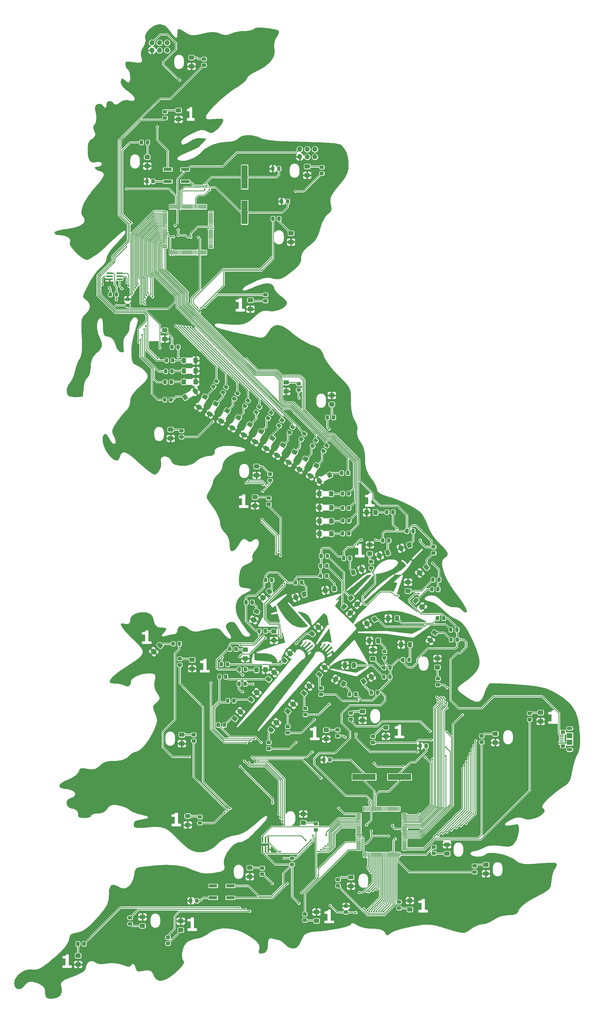
<source format=gbr>
G04 #@! TF.GenerationSoftware,KiCad,Pcbnew,(5.1.2)-1*
G04 #@! TF.CreationDate,2019-10-13T15:48:12+01:00*
G04 #@! TF.ProjectId,asdf,61736466-2e6b-4696-9361-645f70636258,rev?*
G04 #@! TF.SameCoordinates,Original*
G04 #@! TF.FileFunction,Copper,L2,Bot*
G04 #@! TF.FilePolarity,Positive*
%FSLAX46Y46*%
G04 Gerber Fmt 4.6, Leading zero omitted, Abs format (unit mm)*
G04 Created by KiCad (PCBNEW (5.1.2)-1) date 2019-10-13 15:48:12*
%MOMM*%
%LPD*%
G04 APERTURE LIST*
%ADD10R,1.450000X1.150000*%
%ADD11O,1.900000X1.050000*%
%ADD12R,1.900000X1.750000*%
%ADD13R,1.400000X0.400000*%
%ADD14O,1.700000X1.700000*%
%ADD15R,2.800000X1.000000*%
%ADD16C,0.100000*%
%ADD17C,1.150000*%
%ADD18C,0.300000*%
%ADD19C,1.425000*%
%ADD20R,0.500000X2.000000*%
%ADD21R,2.000000X0.500000*%
%ADD22R,7.875000X2.000000*%
%ADD23R,2.000000X7.875000*%
%ADD24C,0.600000*%
%ADD25C,0.250000*%
%ADD26C,0.254000*%
G04 APERTURE END LIST*
D10*
X89013000Y-73918100D03*
X89013000Y-78558100D03*
D11*
X91243000Y-79813100D03*
X91243000Y-72663100D03*
D12*
X91243000Y-75113100D03*
D13*
X88593000Y-76238100D03*
X88593000Y-76888100D03*
X88593000Y-77538100D03*
X88593000Y-74938100D03*
X88593000Y-75588100D03*
D12*
X91243000Y-77363100D03*
D14*
X-48620000Y154470000D03*
X-48620000Y157010000D03*
X-46080000Y154470000D03*
X-43540000Y154470000D03*
X-43540000Y157010000D03*
X-46080000Y157010000D03*
X870000Y118810000D03*
X870000Y121350000D03*
X3410000Y118810000D03*
X5950000Y118810000D03*
X5950000Y121350000D03*
X3410000Y121350000D03*
D15*
X-22350000Y-125420000D03*
X-28150000Y-125420000D03*
X-22350000Y-129420000D03*
X-28150000Y-129420000D03*
X-37530000Y114590000D03*
X-43330000Y114590000D03*
X-37530000Y110590000D03*
X-43330000Y110590000D03*
D16*
G36*
X-35295495Y-129711204D02*
G01*
X-35271227Y-129714804D01*
X-35247428Y-129720765D01*
X-35224329Y-129729030D01*
X-35202150Y-129739520D01*
X-35181107Y-129752132D01*
X-35161401Y-129766747D01*
X-35143223Y-129783223D01*
X-35126747Y-129801401D01*
X-35112132Y-129821107D01*
X-35099520Y-129842150D01*
X-35089030Y-129864329D01*
X-35080765Y-129887428D01*
X-35074804Y-129911227D01*
X-35071204Y-129935495D01*
X-35070000Y-129959999D01*
X-35070000Y-130860001D01*
X-35071204Y-130884505D01*
X-35074804Y-130908773D01*
X-35080765Y-130932572D01*
X-35089030Y-130955671D01*
X-35099520Y-130977850D01*
X-35112132Y-130998893D01*
X-35126747Y-131018599D01*
X-35143223Y-131036777D01*
X-35161401Y-131053253D01*
X-35181107Y-131067868D01*
X-35202150Y-131080480D01*
X-35224329Y-131090970D01*
X-35247428Y-131099235D01*
X-35271227Y-131105196D01*
X-35295495Y-131108796D01*
X-35319999Y-131110000D01*
X-35970001Y-131110000D01*
X-35994505Y-131108796D01*
X-36018773Y-131105196D01*
X-36042572Y-131099235D01*
X-36065671Y-131090970D01*
X-36087850Y-131080480D01*
X-36108893Y-131067868D01*
X-36128599Y-131053253D01*
X-36146777Y-131036777D01*
X-36163253Y-131018599D01*
X-36177868Y-130998893D01*
X-36190480Y-130977850D01*
X-36200970Y-130955671D01*
X-36209235Y-130932572D01*
X-36215196Y-130908773D01*
X-36218796Y-130884505D01*
X-36220000Y-130860001D01*
X-36220000Y-129959999D01*
X-36218796Y-129935495D01*
X-36215196Y-129911227D01*
X-36209235Y-129887428D01*
X-36200970Y-129864329D01*
X-36190480Y-129842150D01*
X-36177868Y-129821107D01*
X-36163253Y-129801401D01*
X-36146777Y-129783223D01*
X-36128599Y-129766747D01*
X-36108893Y-129752132D01*
X-36087850Y-129739520D01*
X-36065671Y-129729030D01*
X-36042572Y-129720765D01*
X-36018773Y-129714804D01*
X-35994505Y-129711204D01*
X-35970001Y-129710000D01*
X-35319999Y-129710000D01*
X-35295495Y-129711204D01*
X-35295495Y-129711204D01*
G37*
D17*
X-35645000Y-130410000D03*
D16*
G36*
X-33245495Y-129711204D02*
G01*
X-33221227Y-129714804D01*
X-33197428Y-129720765D01*
X-33174329Y-129729030D01*
X-33152150Y-129739520D01*
X-33131107Y-129752132D01*
X-33111401Y-129766747D01*
X-33093223Y-129783223D01*
X-33076747Y-129801401D01*
X-33062132Y-129821107D01*
X-33049520Y-129842150D01*
X-33039030Y-129864329D01*
X-33030765Y-129887428D01*
X-33024804Y-129911227D01*
X-33021204Y-129935495D01*
X-33020000Y-129959999D01*
X-33020000Y-130860001D01*
X-33021204Y-130884505D01*
X-33024804Y-130908773D01*
X-33030765Y-130932572D01*
X-33039030Y-130955671D01*
X-33049520Y-130977850D01*
X-33062132Y-130998893D01*
X-33076747Y-131018599D01*
X-33093223Y-131036777D01*
X-33111401Y-131053253D01*
X-33131107Y-131067868D01*
X-33152150Y-131080480D01*
X-33174329Y-131090970D01*
X-33197428Y-131099235D01*
X-33221227Y-131105196D01*
X-33245495Y-131108796D01*
X-33269999Y-131110000D01*
X-33920001Y-131110000D01*
X-33944505Y-131108796D01*
X-33968773Y-131105196D01*
X-33992572Y-131099235D01*
X-34015671Y-131090970D01*
X-34037850Y-131080480D01*
X-34058893Y-131067868D01*
X-34078599Y-131053253D01*
X-34096777Y-131036777D01*
X-34113253Y-131018599D01*
X-34127868Y-130998893D01*
X-34140480Y-130977850D01*
X-34150970Y-130955671D01*
X-34159235Y-130932572D01*
X-34165196Y-130908773D01*
X-34168796Y-130884505D01*
X-34170000Y-130860001D01*
X-34170000Y-129959999D01*
X-34168796Y-129935495D01*
X-34165196Y-129911227D01*
X-34159235Y-129887428D01*
X-34150970Y-129864329D01*
X-34140480Y-129842150D01*
X-34127868Y-129821107D01*
X-34113253Y-129801401D01*
X-34096777Y-129783223D01*
X-34078599Y-129766747D01*
X-34058893Y-129752132D01*
X-34037850Y-129739520D01*
X-34015671Y-129729030D01*
X-33992572Y-129720765D01*
X-33968773Y-129714804D01*
X-33944505Y-129711204D01*
X-33920001Y-129710000D01*
X-33269999Y-129710000D01*
X-33245495Y-129711204D01*
X-33245495Y-129711204D01*
G37*
D17*
X-33595000Y-130410000D03*
D16*
G36*
X-47885495Y111318796D02*
G01*
X-47861227Y111315196D01*
X-47837428Y111309235D01*
X-47814329Y111300970D01*
X-47792150Y111290480D01*
X-47771107Y111277868D01*
X-47751401Y111263253D01*
X-47733223Y111246777D01*
X-47716747Y111228599D01*
X-47702132Y111208893D01*
X-47689520Y111187850D01*
X-47679030Y111165671D01*
X-47670765Y111142572D01*
X-47664804Y111118773D01*
X-47661204Y111094505D01*
X-47660000Y111070001D01*
X-47660000Y110169999D01*
X-47661204Y110145495D01*
X-47664804Y110121227D01*
X-47670765Y110097428D01*
X-47679030Y110074329D01*
X-47689520Y110052150D01*
X-47702132Y110031107D01*
X-47716747Y110011401D01*
X-47733223Y109993223D01*
X-47751401Y109976747D01*
X-47771107Y109962132D01*
X-47792150Y109949520D01*
X-47814329Y109939030D01*
X-47837428Y109930765D01*
X-47861227Y109924804D01*
X-47885495Y109921204D01*
X-47909999Y109920000D01*
X-48560001Y109920000D01*
X-48584505Y109921204D01*
X-48608773Y109924804D01*
X-48632572Y109930765D01*
X-48655671Y109939030D01*
X-48677850Y109949520D01*
X-48698893Y109962132D01*
X-48718599Y109976747D01*
X-48736777Y109993223D01*
X-48753253Y110011401D01*
X-48767868Y110031107D01*
X-48780480Y110052150D01*
X-48790970Y110074329D01*
X-48799235Y110097428D01*
X-48805196Y110121227D01*
X-48808796Y110145495D01*
X-48810000Y110169999D01*
X-48810000Y111070001D01*
X-48808796Y111094505D01*
X-48805196Y111118773D01*
X-48799235Y111142572D01*
X-48790970Y111165671D01*
X-48780480Y111187850D01*
X-48767868Y111208893D01*
X-48753253Y111228599D01*
X-48736777Y111246777D01*
X-48718599Y111263253D01*
X-48698893Y111277868D01*
X-48677850Y111290480D01*
X-48655671Y111300970D01*
X-48632572Y111309235D01*
X-48608773Y111315196D01*
X-48584505Y111318796D01*
X-48560001Y111320000D01*
X-47909999Y111320000D01*
X-47885495Y111318796D01*
X-47885495Y111318796D01*
G37*
D17*
X-48235000Y110620000D03*
D16*
G36*
X-49935495Y111318796D02*
G01*
X-49911227Y111315196D01*
X-49887428Y111309235D01*
X-49864329Y111300970D01*
X-49842150Y111290480D01*
X-49821107Y111277868D01*
X-49801401Y111263253D01*
X-49783223Y111246777D01*
X-49766747Y111228599D01*
X-49752132Y111208893D01*
X-49739520Y111187850D01*
X-49729030Y111165671D01*
X-49720765Y111142572D01*
X-49714804Y111118773D01*
X-49711204Y111094505D01*
X-49710000Y111070001D01*
X-49710000Y110169999D01*
X-49711204Y110145495D01*
X-49714804Y110121227D01*
X-49720765Y110097428D01*
X-49729030Y110074329D01*
X-49739520Y110052150D01*
X-49752132Y110031107D01*
X-49766747Y110011401D01*
X-49783223Y109993223D01*
X-49801401Y109976747D01*
X-49821107Y109962132D01*
X-49842150Y109949520D01*
X-49864329Y109939030D01*
X-49887428Y109930765D01*
X-49911227Y109924804D01*
X-49935495Y109921204D01*
X-49959999Y109920000D01*
X-50610001Y109920000D01*
X-50634505Y109921204D01*
X-50658773Y109924804D01*
X-50682572Y109930765D01*
X-50705671Y109939030D01*
X-50727850Y109949520D01*
X-50748893Y109962132D01*
X-50768599Y109976747D01*
X-50786777Y109993223D01*
X-50803253Y110011401D01*
X-50817868Y110031107D01*
X-50830480Y110052150D01*
X-50840970Y110074329D01*
X-50849235Y110097428D01*
X-50855196Y110121227D01*
X-50858796Y110145495D01*
X-50860000Y110169999D01*
X-50860000Y111070001D01*
X-50858796Y111094505D01*
X-50855196Y111118773D01*
X-50849235Y111142572D01*
X-50840970Y111165671D01*
X-50830480Y111187850D01*
X-50817868Y111208893D01*
X-50803253Y111228599D01*
X-50786777Y111246777D01*
X-50768599Y111263253D01*
X-50748893Y111277868D01*
X-50727850Y111290480D01*
X-50705671Y111300970D01*
X-50682572Y111309235D01*
X-50658773Y111315196D01*
X-50634505Y111318796D01*
X-50610001Y111320000D01*
X-49959999Y111320000D01*
X-49935495Y111318796D01*
X-49935495Y111318796D01*
G37*
D17*
X-50285000Y110620000D03*
D16*
G36*
X-42477649Y87514639D02*
G01*
X-42470368Y87513559D01*
X-42463229Y87511771D01*
X-42456299Y87509291D01*
X-42449645Y87506144D01*
X-42443332Y87502360D01*
X-42437421Y87497976D01*
X-42431967Y87493033D01*
X-42427024Y87487579D01*
X-42422640Y87481668D01*
X-42418856Y87475355D01*
X-42415709Y87468701D01*
X-42413229Y87461771D01*
X-42411441Y87454632D01*
X-42410361Y87447351D01*
X-42410000Y87440000D01*
X-42410000Y86115000D01*
X-42410361Y86107649D01*
X-42411441Y86100368D01*
X-42413229Y86093229D01*
X-42415709Y86086299D01*
X-42418856Y86079645D01*
X-42422640Y86073332D01*
X-42427024Y86067421D01*
X-42431967Y86061967D01*
X-42437421Y86057024D01*
X-42443332Y86052640D01*
X-42449645Y86048856D01*
X-42456299Y86045709D01*
X-42463229Y86043229D01*
X-42470368Y86041441D01*
X-42477649Y86040361D01*
X-42485000Y86040000D01*
X-42635000Y86040000D01*
X-42642351Y86040361D01*
X-42649632Y86041441D01*
X-42656771Y86043229D01*
X-42663701Y86045709D01*
X-42670355Y86048856D01*
X-42676668Y86052640D01*
X-42682579Y86057024D01*
X-42688033Y86061967D01*
X-42692976Y86067421D01*
X-42697360Y86073332D01*
X-42701144Y86079645D01*
X-42704291Y86086299D01*
X-42706771Y86093229D01*
X-42708559Y86100368D01*
X-42709639Y86107649D01*
X-42710000Y86115000D01*
X-42710000Y87440000D01*
X-42709639Y87447351D01*
X-42708559Y87454632D01*
X-42706771Y87461771D01*
X-42704291Y87468701D01*
X-42701144Y87475355D01*
X-42697360Y87481668D01*
X-42692976Y87487579D01*
X-42688033Y87493033D01*
X-42682579Y87497976D01*
X-42676668Y87502360D01*
X-42670355Y87506144D01*
X-42663701Y87509291D01*
X-42656771Y87511771D01*
X-42649632Y87513559D01*
X-42642351Y87514639D01*
X-42635000Y87515000D01*
X-42485000Y87515000D01*
X-42477649Y87514639D01*
X-42477649Y87514639D01*
G37*
D18*
X-42560000Y86777500D03*
D16*
G36*
X-41977649Y87514639D02*
G01*
X-41970368Y87513559D01*
X-41963229Y87511771D01*
X-41956299Y87509291D01*
X-41949645Y87506144D01*
X-41943332Y87502360D01*
X-41937421Y87497976D01*
X-41931967Y87493033D01*
X-41927024Y87487579D01*
X-41922640Y87481668D01*
X-41918856Y87475355D01*
X-41915709Y87468701D01*
X-41913229Y87461771D01*
X-41911441Y87454632D01*
X-41910361Y87447351D01*
X-41910000Y87440000D01*
X-41910000Y86115000D01*
X-41910361Y86107649D01*
X-41911441Y86100368D01*
X-41913229Y86093229D01*
X-41915709Y86086299D01*
X-41918856Y86079645D01*
X-41922640Y86073332D01*
X-41927024Y86067421D01*
X-41931967Y86061967D01*
X-41937421Y86057024D01*
X-41943332Y86052640D01*
X-41949645Y86048856D01*
X-41956299Y86045709D01*
X-41963229Y86043229D01*
X-41970368Y86041441D01*
X-41977649Y86040361D01*
X-41985000Y86040000D01*
X-42135000Y86040000D01*
X-42142351Y86040361D01*
X-42149632Y86041441D01*
X-42156771Y86043229D01*
X-42163701Y86045709D01*
X-42170355Y86048856D01*
X-42176668Y86052640D01*
X-42182579Y86057024D01*
X-42188033Y86061967D01*
X-42192976Y86067421D01*
X-42197360Y86073332D01*
X-42201144Y86079645D01*
X-42204291Y86086299D01*
X-42206771Y86093229D01*
X-42208559Y86100368D01*
X-42209639Y86107649D01*
X-42210000Y86115000D01*
X-42210000Y87440000D01*
X-42209639Y87447351D01*
X-42208559Y87454632D01*
X-42206771Y87461771D01*
X-42204291Y87468701D01*
X-42201144Y87475355D01*
X-42197360Y87481668D01*
X-42192976Y87487579D01*
X-42188033Y87493033D01*
X-42182579Y87497976D01*
X-42176668Y87502360D01*
X-42170355Y87506144D01*
X-42163701Y87509291D01*
X-42156771Y87511771D01*
X-42149632Y87513559D01*
X-42142351Y87514639D01*
X-42135000Y87515000D01*
X-41985000Y87515000D01*
X-41977649Y87514639D01*
X-41977649Y87514639D01*
G37*
D18*
X-42060000Y86777500D03*
D16*
G36*
X-41477649Y87514639D02*
G01*
X-41470368Y87513559D01*
X-41463229Y87511771D01*
X-41456299Y87509291D01*
X-41449645Y87506144D01*
X-41443332Y87502360D01*
X-41437421Y87497976D01*
X-41431967Y87493033D01*
X-41427024Y87487579D01*
X-41422640Y87481668D01*
X-41418856Y87475355D01*
X-41415709Y87468701D01*
X-41413229Y87461771D01*
X-41411441Y87454632D01*
X-41410361Y87447351D01*
X-41410000Y87440000D01*
X-41410000Y86115000D01*
X-41410361Y86107649D01*
X-41411441Y86100368D01*
X-41413229Y86093229D01*
X-41415709Y86086299D01*
X-41418856Y86079645D01*
X-41422640Y86073332D01*
X-41427024Y86067421D01*
X-41431967Y86061967D01*
X-41437421Y86057024D01*
X-41443332Y86052640D01*
X-41449645Y86048856D01*
X-41456299Y86045709D01*
X-41463229Y86043229D01*
X-41470368Y86041441D01*
X-41477649Y86040361D01*
X-41485000Y86040000D01*
X-41635000Y86040000D01*
X-41642351Y86040361D01*
X-41649632Y86041441D01*
X-41656771Y86043229D01*
X-41663701Y86045709D01*
X-41670355Y86048856D01*
X-41676668Y86052640D01*
X-41682579Y86057024D01*
X-41688033Y86061967D01*
X-41692976Y86067421D01*
X-41697360Y86073332D01*
X-41701144Y86079645D01*
X-41704291Y86086299D01*
X-41706771Y86093229D01*
X-41708559Y86100368D01*
X-41709639Y86107649D01*
X-41710000Y86115000D01*
X-41710000Y87440000D01*
X-41709639Y87447351D01*
X-41708559Y87454632D01*
X-41706771Y87461771D01*
X-41704291Y87468701D01*
X-41701144Y87475355D01*
X-41697360Y87481668D01*
X-41692976Y87487579D01*
X-41688033Y87493033D01*
X-41682579Y87497976D01*
X-41676668Y87502360D01*
X-41670355Y87506144D01*
X-41663701Y87509291D01*
X-41656771Y87511771D01*
X-41649632Y87513559D01*
X-41642351Y87514639D01*
X-41635000Y87515000D01*
X-41485000Y87515000D01*
X-41477649Y87514639D01*
X-41477649Y87514639D01*
G37*
D18*
X-41560000Y86777500D03*
D16*
G36*
X-40977649Y87514639D02*
G01*
X-40970368Y87513559D01*
X-40963229Y87511771D01*
X-40956299Y87509291D01*
X-40949645Y87506144D01*
X-40943332Y87502360D01*
X-40937421Y87497976D01*
X-40931967Y87493033D01*
X-40927024Y87487579D01*
X-40922640Y87481668D01*
X-40918856Y87475355D01*
X-40915709Y87468701D01*
X-40913229Y87461771D01*
X-40911441Y87454632D01*
X-40910361Y87447351D01*
X-40910000Y87440000D01*
X-40910000Y86115000D01*
X-40910361Y86107649D01*
X-40911441Y86100368D01*
X-40913229Y86093229D01*
X-40915709Y86086299D01*
X-40918856Y86079645D01*
X-40922640Y86073332D01*
X-40927024Y86067421D01*
X-40931967Y86061967D01*
X-40937421Y86057024D01*
X-40943332Y86052640D01*
X-40949645Y86048856D01*
X-40956299Y86045709D01*
X-40963229Y86043229D01*
X-40970368Y86041441D01*
X-40977649Y86040361D01*
X-40985000Y86040000D01*
X-41135000Y86040000D01*
X-41142351Y86040361D01*
X-41149632Y86041441D01*
X-41156771Y86043229D01*
X-41163701Y86045709D01*
X-41170355Y86048856D01*
X-41176668Y86052640D01*
X-41182579Y86057024D01*
X-41188033Y86061967D01*
X-41192976Y86067421D01*
X-41197360Y86073332D01*
X-41201144Y86079645D01*
X-41204291Y86086299D01*
X-41206771Y86093229D01*
X-41208559Y86100368D01*
X-41209639Y86107649D01*
X-41210000Y86115000D01*
X-41210000Y87440000D01*
X-41209639Y87447351D01*
X-41208559Y87454632D01*
X-41206771Y87461771D01*
X-41204291Y87468701D01*
X-41201144Y87475355D01*
X-41197360Y87481668D01*
X-41192976Y87487579D01*
X-41188033Y87493033D01*
X-41182579Y87497976D01*
X-41176668Y87502360D01*
X-41170355Y87506144D01*
X-41163701Y87509291D01*
X-41156771Y87511771D01*
X-41149632Y87513559D01*
X-41142351Y87514639D01*
X-41135000Y87515000D01*
X-40985000Y87515000D01*
X-40977649Y87514639D01*
X-40977649Y87514639D01*
G37*
D18*
X-41060000Y86777500D03*
D16*
G36*
X-40477649Y87514639D02*
G01*
X-40470368Y87513559D01*
X-40463229Y87511771D01*
X-40456299Y87509291D01*
X-40449645Y87506144D01*
X-40443332Y87502360D01*
X-40437421Y87497976D01*
X-40431967Y87493033D01*
X-40427024Y87487579D01*
X-40422640Y87481668D01*
X-40418856Y87475355D01*
X-40415709Y87468701D01*
X-40413229Y87461771D01*
X-40411441Y87454632D01*
X-40410361Y87447351D01*
X-40410000Y87440000D01*
X-40410000Y86115000D01*
X-40410361Y86107649D01*
X-40411441Y86100368D01*
X-40413229Y86093229D01*
X-40415709Y86086299D01*
X-40418856Y86079645D01*
X-40422640Y86073332D01*
X-40427024Y86067421D01*
X-40431967Y86061967D01*
X-40437421Y86057024D01*
X-40443332Y86052640D01*
X-40449645Y86048856D01*
X-40456299Y86045709D01*
X-40463229Y86043229D01*
X-40470368Y86041441D01*
X-40477649Y86040361D01*
X-40485000Y86040000D01*
X-40635000Y86040000D01*
X-40642351Y86040361D01*
X-40649632Y86041441D01*
X-40656771Y86043229D01*
X-40663701Y86045709D01*
X-40670355Y86048856D01*
X-40676668Y86052640D01*
X-40682579Y86057024D01*
X-40688033Y86061967D01*
X-40692976Y86067421D01*
X-40697360Y86073332D01*
X-40701144Y86079645D01*
X-40704291Y86086299D01*
X-40706771Y86093229D01*
X-40708559Y86100368D01*
X-40709639Y86107649D01*
X-40710000Y86115000D01*
X-40710000Y87440000D01*
X-40709639Y87447351D01*
X-40708559Y87454632D01*
X-40706771Y87461771D01*
X-40704291Y87468701D01*
X-40701144Y87475355D01*
X-40697360Y87481668D01*
X-40692976Y87487579D01*
X-40688033Y87493033D01*
X-40682579Y87497976D01*
X-40676668Y87502360D01*
X-40670355Y87506144D01*
X-40663701Y87509291D01*
X-40656771Y87511771D01*
X-40649632Y87513559D01*
X-40642351Y87514639D01*
X-40635000Y87515000D01*
X-40485000Y87515000D01*
X-40477649Y87514639D01*
X-40477649Y87514639D01*
G37*
D18*
X-40560000Y86777500D03*
D16*
G36*
X-39977649Y87514639D02*
G01*
X-39970368Y87513559D01*
X-39963229Y87511771D01*
X-39956299Y87509291D01*
X-39949645Y87506144D01*
X-39943332Y87502360D01*
X-39937421Y87497976D01*
X-39931967Y87493033D01*
X-39927024Y87487579D01*
X-39922640Y87481668D01*
X-39918856Y87475355D01*
X-39915709Y87468701D01*
X-39913229Y87461771D01*
X-39911441Y87454632D01*
X-39910361Y87447351D01*
X-39910000Y87440000D01*
X-39910000Y86115000D01*
X-39910361Y86107649D01*
X-39911441Y86100368D01*
X-39913229Y86093229D01*
X-39915709Y86086299D01*
X-39918856Y86079645D01*
X-39922640Y86073332D01*
X-39927024Y86067421D01*
X-39931967Y86061967D01*
X-39937421Y86057024D01*
X-39943332Y86052640D01*
X-39949645Y86048856D01*
X-39956299Y86045709D01*
X-39963229Y86043229D01*
X-39970368Y86041441D01*
X-39977649Y86040361D01*
X-39985000Y86040000D01*
X-40135000Y86040000D01*
X-40142351Y86040361D01*
X-40149632Y86041441D01*
X-40156771Y86043229D01*
X-40163701Y86045709D01*
X-40170355Y86048856D01*
X-40176668Y86052640D01*
X-40182579Y86057024D01*
X-40188033Y86061967D01*
X-40192976Y86067421D01*
X-40197360Y86073332D01*
X-40201144Y86079645D01*
X-40204291Y86086299D01*
X-40206771Y86093229D01*
X-40208559Y86100368D01*
X-40209639Y86107649D01*
X-40210000Y86115000D01*
X-40210000Y87440000D01*
X-40209639Y87447351D01*
X-40208559Y87454632D01*
X-40206771Y87461771D01*
X-40204291Y87468701D01*
X-40201144Y87475355D01*
X-40197360Y87481668D01*
X-40192976Y87487579D01*
X-40188033Y87493033D01*
X-40182579Y87497976D01*
X-40176668Y87502360D01*
X-40170355Y87506144D01*
X-40163701Y87509291D01*
X-40156771Y87511771D01*
X-40149632Y87513559D01*
X-40142351Y87514639D01*
X-40135000Y87515000D01*
X-39985000Y87515000D01*
X-39977649Y87514639D01*
X-39977649Y87514639D01*
G37*
D18*
X-40060000Y86777500D03*
D16*
G36*
X-39477649Y87514639D02*
G01*
X-39470368Y87513559D01*
X-39463229Y87511771D01*
X-39456299Y87509291D01*
X-39449645Y87506144D01*
X-39443332Y87502360D01*
X-39437421Y87497976D01*
X-39431967Y87493033D01*
X-39427024Y87487579D01*
X-39422640Y87481668D01*
X-39418856Y87475355D01*
X-39415709Y87468701D01*
X-39413229Y87461771D01*
X-39411441Y87454632D01*
X-39410361Y87447351D01*
X-39410000Y87440000D01*
X-39410000Y86115000D01*
X-39410361Y86107649D01*
X-39411441Y86100368D01*
X-39413229Y86093229D01*
X-39415709Y86086299D01*
X-39418856Y86079645D01*
X-39422640Y86073332D01*
X-39427024Y86067421D01*
X-39431967Y86061967D01*
X-39437421Y86057024D01*
X-39443332Y86052640D01*
X-39449645Y86048856D01*
X-39456299Y86045709D01*
X-39463229Y86043229D01*
X-39470368Y86041441D01*
X-39477649Y86040361D01*
X-39485000Y86040000D01*
X-39635000Y86040000D01*
X-39642351Y86040361D01*
X-39649632Y86041441D01*
X-39656771Y86043229D01*
X-39663701Y86045709D01*
X-39670355Y86048856D01*
X-39676668Y86052640D01*
X-39682579Y86057024D01*
X-39688033Y86061967D01*
X-39692976Y86067421D01*
X-39697360Y86073332D01*
X-39701144Y86079645D01*
X-39704291Y86086299D01*
X-39706771Y86093229D01*
X-39708559Y86100368D01*
X-39709639Y86107649D01*
X-39710000Y86115000D01*
X-39710000Y87440000D01*
X-39709639Y87447351D01*
X-39708559Y87454632D01*
X-39706771Y87461771D01*
X-39704291Y87468701D01*
X-39701144Y87475355D01*
X-39697360Y87481668D01*
X-39692976Y87487579D01*
X-39688033Y87493033D01*
X-39682579Y87497976D01*
X-39676668Y87502360D01*
X-39670355Y87506144D01*
X-39663701Y87509291D01*
X-39656771Y87511771D01*
X-39649632Y87513559D01*
X-39642351Y87514639D01*
X-39635000Y87515000D01*
X-39485000Y87515000D01*
X-39477649Y87514639D01*
X-39477649Y87514639D01*
G37*
D18*
X-39560000Y86777500D03*
D16*
G36*
X-38977649Y87514639D02*
G01*
X-38970368Y87513559D01*
X-38963229Y87511771D01*
X-38956299Y87509291D01*
X-38949645Y87506144D01*
X-38943332Y87502360D01*
X-38937421Y87497976D01*
X-38931967Y87493033D01*
X-38927024Y87487579D01*
X-38922640Y87481668D01*
X-38918856Y87475355D01*
X-38915709Y87468701D01*
X-38913229Y87461771D01*
X-38911441Y87454632D01*
X-38910361Y87447351D01*
X-38910000Y87440000D01*
X-38910000Y86115000D01*
X-38910361Y86107649D01*
X-38911441Y86100368D01*
X-38913229Y86093229D01*
X-38915709Y86086299D01*
X-38918856Y86079645D01*
X-38922640Y86073332D01*
X-38927024Y86067421D01*
X-38931967Y86061967D01*
X-38937421Y86057024D01*
X-38943332Y86052640D01*
X-38949645Y86048856D01*
X-38956299Y86045709D01*
X-38963229Y86043229D01*
X-38970368Y86041441D01*
X-38977649Y86040361D01*
X-38985000Y86040000D01*
X-39135000Y86040000D01*
X-39142351Y86040361D01*
X-39149632Y86041441D01*
X-39156771Y86043229D01*
X-39163701Y86045709D01*
X-39170355Y86048856D01*
X-39176668Y86052640D01*
X-39182579Y86057024D01*
X-39188033Y86061967D01*
X-39192976Y86067421D01*
X-39197360Y86073332D01*
X-39201144Y86079645D01*
X-39204291Y86086299D01*
X-39206771Y86093229D01*
X-39208559Y86100368D01*
X-39209639Y86107649D01*
X-39210000Y86115000D01*
X-39210000Y87440000D01*
X-39209639Y87447351D01*
X-39208559Y87454632D01*
X-39206771Y87461771D01*
X-39204291Y87468701D01*
X-39201144Y87475355D01*
X-39197360Y87481668D01*
X-39192976Y87487579D01*
X-39188033Y87493033D01*
X-39182579Y87497976D01*
X-39176668Y87502360D01*
X-39170355Y87506144D01*
X-39163701Y87509291D01*
X-39156771Y87511771D01*
X-39149632Y87513559D01*
X-39142351Y87514639D01*
X-39135000Y87515000D01*
X-38985000Y87515000D01*
X-38977649Y87514639D01*
X-38977649Y87514639D01*
G37*
D18*
X-39060000Y86777500D03*
D16*
G36*
X-38477649Y87514639D02*
G01*
X-38470368Y87513559D01*
X-38463229Y87511771D01*
X-38456299Y87509291D01*
X-38449645Y87506144D01*
X-38443332Y87502360D01*
X-38437421Y87497976D01*
X-38431967Y87493033D01*
X-38427024Y87487579D01*
X-38422640Y87481668D01*
X-38418856Y87475355D01*
X-38415709Y87468701D01*
X-38413229Y87461771D01*
X-38411441Y87454632D01*
X-38410361Y87447351D01*
X-38410000Y87440000D01*
X-38410000Y86115000D01*
X-38410361Y86107649D01*
X-38411441Y86100368D01*
X-38413229Y86093229D01*
X-38415709Y86086299D01*
X-38418856Y86079645D01*
X-38422640Y86073332D01*
X-38427024Y86067421D01*
X-38431967Y86061967D01*
X-38437421Y86057024D01*
X-38443332Y86052640D01*
X-38449645Y86048856D01*
X-38456299Y86045709D01*
X-38463229Y86043229D01*
X-38470368Y86041441D01*
X-38477649Y86040361D01*
X-38485000Y86040000D01*
X-38635000Y86040000D01*
X-38642351Y86040361D01*
X-38649632Y86041441D01*
X-38656771Y86043229D01*
X-38663701Y86045709D01*
X-38670355Y86048856D01*
X-38676668Y86052640D01*
X-38682579Y86057024D01*
X-38688033Y86061967D01*
X-38692976Y86067421D01*
X-38697360Y86073332D01*
X-38701144Y86079645D01*
X-38704291Y86086299D01*
X-38706771Y86093229D01*
X-38708559Y86100368D01*
X-38709639Y86107649D01*
X-38710000Y86115000D01*
X-38710000Y87440000D01*
X-38709639Y87447351D01*
X-38708559Y87454632D01*
X-38706771Y87461771D01*
X-38704291Y87468701D01*
X-38701144Y87475355D01*
X-38697360Y87481668D01*
X-38692976Y87487579D01*
X-38688033Y87493033D01*
X-38682579Y87497976D01*
X-38676668Y87502360D01*
X-38670355Y87506144D01*
X-38663701Y87509291D01*
X-38656771Y87511771D01*
X-38649632Y87513559D01*
X-38642351Y87514639D01*
X-38635000Y87515000D01*
X-38485000Y87515000D01*
X-38477649Y87514639D01*
X-38477649Y87514639D01*
G37*
D18*
X-38560000Y86777500D03*
D16*
G36*
X-37977649Y87514639D02*
G01*
X-37970368Y87513559D01*
X-37963229Y87511771D01*
X-37956299Y87509291D01*
X-37949645Y87506144D01*
X-37943332Y87502360D01*
X-37937421Y87497976D01*
X-37931967Y87493033D01*
X-37927024Y87487579D01*
X-37922640Y87481668D01*
X-37918856Y87475355D01*
X-37915709Y87468701D01*
X-37913229Y87461771D01*
X-37911441Y87454632D01*
X-37910361Y87447351D01*
X-37910000Y87440000D01*
X-37910000Y86115000D01*
X-37910361Y86107649D01*
X-37911441Y86100368D01*
X-37913229Y86093229D01*
X-37915709Y86086299D01*
X-37918856Y86079645D01*
X-37922640Y86073332D01*
X-37927024Y86067421D01*
X-37931967Y86061967D01*
X-37937421Y86057024D01*
X-37943332Y86052640D01*
X-37949645Y86048856D01*
X-37956299Y86045709D01*
X-37963229Y86043229D01*
X-37970368Y86041441D01*
X-37977649Y86040361D01*
X-37985000Y86040000D01*
X-38135000Y86040000D01*
X-38142351Y86040361D01*
X-38149632Y86041441D01*
X-38156771Y86043229D01*
X-38163701Y86045709D01*
X-38170355Y86048856D01*
X-38176668Y86052640D01*
X-38182579Y86057024D01*
X-38188033Y86061967D01*
X-38192976Y86067421D01*
X-38197360Y86073332D01*
X-38201144Y86079645D01*
X-38204291Y86086299D01*
X-38206771Y86093229D01*
X-38208559Y86100368D01*
X-38209639Y86107649D01*
X-38210000Y86115000D01*
X-38210000Y87440000D01*
X-38209639Y87447351D01*
X-38208559Y87454632D01*
X-38206771Y87461771D01*
X-38204291Y87468701D01*
X-38201144Y87475355D01*
X-38197360Y87481668D01*
X-38192976Y87487579D01*
X-38188033Y87493033D01*
X-38182579Y87497976D01*
X-38176668Y87502360D01*
X-38170355Y87506144D01*
X-38163701Y87509291D01*
X-38156771Y87511771D01*
X-38149632Y87513559D01*
X-38142351Y87514639D01*
X-38135000Y87515000D01*
X-37985000Y87515000D01*
X-37977649Y87514639D01*
X-37977649Y87514639D01*
G37*
D18*
X-38060000Y86777500D03*
D16*
G36*
X-37477649Y87514639D02*
G01*
X-37470368Y87513559D01*
X-37463229Y87511771D01*
X-37456299Y87509291D01*
X-37449645Y87506144D01*
X-37443332Y87502360D01*
X-37437421Y87497976D01*
X-37431967Y87493033D01*
X-37427024Y87487579D01*
X-37422640Y87481668D01*
X-37418856Y87475355D01*
X-37415709Y87468701D01*
X-37413229Y87461771D01*
X-37411441Y87454632D01*
X-37410361Y87447351D01*
X-37410000Y87440000D01*
X-37410000Y86115000D01*
X-37410361Y86107649D01*
X-37411441Y86100368D01*
X-37413229Y86093229D01*
X-37415709Y86086299D01*
X-37418856Y86079645D01*
X-37422640Y86073332D01*
X-37427024Y86067421D01*
X-37431967Y86061967D01*
X-37437421Y86057024D01*
X-37443332Y86052640D01*
X-37449645Y86048856D01*
X-37456299Y86045709D01*
X-37463229Y86043229D01*
X-37470368Y86041441D01*
X-37477649Y86040361D01*
X-37485000Y86040000D01*
X-37635000Y86040000D01*
X-37642351Y86040361D01*
X-37649632Y86041441D01*
X-37656771Y86043229D01*
X-37663701Y86045709D01*
X-37670355Y86048856D01*
X-37676668Y86052640D01*
X-37682579Y86057024D01*
X-37688033Y86061967D01*
X-37692976Y86067421D01*
X-37697360Y86073332D01*
X-37701144Y86079645D01*
X-37704291Y86086299D01*
X-37706771Y86093229D01*
X-37708559Y86100368D01*
X-37709639Y86107649D01*
X-37710000Y86115000D01*
X-37710000Y87440000D01*
X-37709639Y87447351D01*
X-37708559Y87454632D01*
X-37706771Y87461771D01*
X-37704291Y87468701D01*
X-37701144Y87475355D01*
X-37697360Y87481668D01*
X-37692976Y87487579D01*
X-37688033Y87493033D01*
X-37682579Y87497976D01*
X-37676668Y87502360D01*
X-37670355Y87506144D01*
X-37663701Y87509291D01*
X-37656771Y87511771D01*
X-37649632Y87513559D01*
X-37642351Y87514639D01*
X-37635000Y87515000D01*
X-37485000Y87515000D01*
X-37477649Y87514639D01*
X-37477649Y87514639D01*
G37*
D18*
X-37560000Y86777500D03*
D16*
G36*
X-36977649Y87514639D02*
G01*
X-36970368Y87513559D01*
X-36963229Y87511771D01*
X-36956299Y87509291D01*
X-36949645Y87506144D01*
X-36943332Y87502360D01*
X-36937421Y87497976D01*
X-36931967Y87493033D01*
X-36927024Y87487579D01*
X-36922640Y87481668D01*
X-36918856Y87475355D01*
X-36915709Y87468701D01*
X-36913229Y87461771D01*
X-36911441Y87454632D01*
X-36910361Y87447351D01*
X-36910000Y87440000D01*
X-36910000Y86115000D01*
X-36910361Y86107649D01*
X-36911441Y86100368D01*
X-36913229Y86093229D01*
X-36915709Y86086299D01*
X-36918856Y86079645D01*
X-36922640Y86073332D01*
X-36927024Y86067421D01*
X-36931967Y86061967D01*
X-36937421Y86057024D01*
X-36943332Y86052640D01*
X-36949645Y86048856D01*
X-36956299Y86045709D01*
X-36963229Y86043229D01*
X-36970368Y86041441D01*
X-36977649Y86040361D01*
X-36985000Y86040000D01*
X-37135000Y86040000D01*
X-37142351Y86040361D01*
X-37149632Y86041441D01*
X-37156771Y86043229D01*
X-37163701Y86045709D01*
X-37170355Y86048856D01*
X-37176668Y86052640D01*
X-37182579Y86057024D01*
X-37188033Y86061967D01*
X-37192976Y86067421D01*
X-37197360Y86073332D01*
X-37201144Y86079645D01*
X-37204291Y86086299D01*
X-37206771Y86093229D01*
X-37208559Y86100368D01*
X-37209639Y86107649D01*
X-37210000Y86115000D01*
X-37210000Y87440000D01*
X-37209639Y87447351D01*
X-37208559Y87454632D01*
X-37206771Y87461771D01*
X-37204291Y87468701D01*
X-37201144Y87475355D01*
X-37197360Y87481668D01*
X-37192976Y87487579D01*
X-37188033Y87493033D01*
X-37182579Y87497976D01*
X-37176668Y87502360D01*
X-37170355Y87506144D01*
X-37163701Y87509291D01*
X-37156771Y87511771D01*
X-37149632Y87513559D01*
X-37142351Y87514639D01*
X-37135000Y87515000D01*
X-36985000Y87515000D01*
X-36977649Y87514639D01*
X-36977649Y87514639D01*
G37*
D18*
X-37060000Y86777500D03*
D16*
G36*
X-36477649Y87514639D02*
G01*
X-36470368Y87513559D01*
X-36463229Y87511771D01*
X-36456299Y87509291D01*
X-36449645Y87506144D01*
X-36443332Y87502360D01*
X-36437421Y87497976D01*
X-36431967Y87493033D01*
X-36427024Y87487579D01*
X-36422640Y87481668D01*
X-36418856Y87475355D01*
X-36415709Y87468701D01*
X-36413229Y87461771D01*
X-36411441Y87454632D01*
X-36410361Y87447351D01*
X-36410000Y87440000D01*
X-36410000Y86115000D01*
X-36410361Y86107649D01*
X-36411441Y86100368D01*
X-36413229Y86093229D01*
X-36415709Y86086299D01*
X-36418856Y86079645D01*
X-36422640Y86073332D01*
X-36427024Y86067421D01*
X-36431967Y86061967D01*
X-36437421Y86057024D01*
X-36443332Y86052640D01*
X-36449645Y86048856D01*
X-36456299Y86045709D01*
X-36463229Y86043229D01*
X-36470368Y86041441D01*
X-36477649Y86040361D01*
X-36485000Y86040000D01*
X-36635000Y86040000D01*
X-36642351Y86040361D01*
X-36649632Y86041441D01*
X-36656771Y86043229D01*
X-36663701Y86045709D01*
X-36670355Y86048856D01*
X-36676668Y86052640D01*
X-36682579Y86057024D01*
X-36688033Y86061967D01*
X-36692976Y86067421D01*
X-36697360Y86073332D01*
X-36701144Y86079645D01*
X-36704291Y86086299D01*
X-36706771Y86093229D01*
X-36708559Y86100368D01*
X-36709639Y86107649D01*
X-36710000Y86115000D01*
X-36710000Y87440000D01*
X-36709639Y87447351D01*
X-36708559Y87454632D01*
X-36706771Y87461771D01*
X-36704291Y87468701D01*
X-36701144Y87475355D01*
X-36697360Y87481668D01*
X-36692976Y87487579D01*
X-36688033Y87493033D01*
X-36682579Y87497976D01*
X-36676668Y87502360D01*
X-36670355Y87506144D01*
X-36663701Y87509291D01*
X-36656771Y87511771D01*
X-36649632Y87513559D01*
X-36642351Y87514639D01*
X-36635000Y87515000D01*
X-36485000Y87515000D01*
X-36477649Y87514639D01*
X-36477649Y87514639D01*
G37*
D18*
X-36560000Y86777500D03*
D16*
G36*
X-35977649Y87514639D02*
G01*
X-35970368Y87513559D01*
X-35963229Y87511771D01*
X-35956299Y87509291D01*
X-35949645Y87506144D01*
X-35943332Y87502360D01*
X-35937421Y87497976D01*
X-35931967Y87493033D01*
X-35927024Y87487579D01*
X-35922640Y87481668D01*
X-35918856Y87475355D01*
X-35915709Y87468701D01*
X-35913229Y87461771D01*
X-35911441Y87454632D01*
X-35910361Y87447351D01*
X-35910000Y87440000D01*
X-35910000Y86115000D01*
X-35910361Y86107649D01*
X-35911441Y86100368D01*
X-35913229Y86093229D01*
X-35915709Y86086299D01*
X-35918856Y86079645D01*
X-35922640Y86073332D01*
X-35927024Y86067421D01*
X-35931967Y86061967D01*
X-35937421Y86057024D01*
X-35943332Y86052640D01*
X-35949645Y86048856D01*
X-35956299Y86045709D01*
X-35963229Y86043229D01*
X-35970368Y86041441D01*
X-35977649Y86040361D01*
X-35985000Y86040000D01*
X-36135000Y86040000D01*
X-36142351Y86040361D01*
X-36149632Y86041441D01*
X-36156771Y86043229D01*
X-36163701Y86045709D01*
X-36170355Y86048856D01*
X-36176668Y86052640D01*
X-36182579Y86057024D01*
X-36188033Y86061967D01*
X-36192976Y86067421D01*
X-36197360Y86073332D01*
X-36201144Y86079645D01*
X-36204291Y86086299D01*
X-36206771Y86093229D01*
X-36208559Y86100368D01*
X-36209639Y86107649D01*
X-36210000Y86115000D01*
X-36210000Y87440000D01*
X-36209639Y87447351D01*
X-36208559Y87454632D01*
X-36206771Y87461771D01*
X-36204291Y87468701D01*
X-36201144Y87475355D01*
X-36197360Y87481668D01*
X-36192976Y87487579D01*
X-36188033Y87493033D01*
X-36182579Y87497976D01*
X-36176668Y87502360D01*
X-36170355Y87506144D01*
X-36163701Y87509291D01*
X-36156771Y87511771D01*
X-36149632Y87513559D01*
X-36142351Y87514639D01*
X-36135000Y87515000D01*
X-35985000Y87515000D01*
X-35977649Y87514639D01*
X-35977649Y87514639D01*
G37*
D18*
X-36060000Y86777500D03*
D16*
G36*
X-35477649Y87514639D02*
G01*
X-35470368Y87513559D01*
X-35463229Y87511771D01*
X-35456299Y87509291D01*
X-35449645Y87506144D01*
X-35443332Y87502360D01*
X-35437421Y87497976D01*
X-35431967Y87493033D01*
X-35427024Y87487579D01*
X-35422640Y87481668D01*
X-35418856Y87475355D01*
X-35415709Y87468701D01*
X-35413229Y87461771D01*
X-35411441Y87454632D01*
X-35410361Y87447351D01*
X-35410000Y87440000D01*
X-35410000Y86115000D01*
X-35410361Y86107649D01*
X-35411441Y86100368D01*
X-35413229Y86093229D01*
X-35415709Y86086299D01*
X-35418856Y86079645D01*
X-35422640Y86073332D01*
X-35427024Y86067421D01*
X-35431967Y86061967D01*
X-35437421Y86057024D01*
X-35443332Y86052640D01*
X-35449645Y86048856D01*
X-35456299Y86045709D01*
X-35463229Y86043229D01*
X-35470368Y86041441D01*
X-35477649Y86040361D01*
X-35485000Y86040000D01*
X-35635000Y86040000D01*
X-35642351Y86040361D01*
X-35649632Y86041441D01*
X-35656771Y86043229D01*
X-35663701Y86045709D01*
X-35670355Y86048856D01*
X-35676668Y86052640D01*
X-35682579Y86057024D01*
X-35688033Y86061967D01*
X-35692976Y86067421D01*
X-35697360Y86073332D01*
X-35701144Y86079645D01*
X-35704291Y86086299D01*
X-35706771Y86093229D01*
X-35708559Y86100368D01*
X-35709639Y86107649D01*
X-35710000Y86115000D01*
X-35710000Y87440000D01*
X-35709639Y87447351D01*
X-35708559Y87454632D01*
X-35706771Y87461771D01*
X-35704291Y87468701D01*
X-35701144Y87475355D01*
X-35697360Y87481668D01*
X-35692976Y87487579D01*
X-35688033Y87493033D01*
X-35682579Y87497976D01*
X-35676668Y87502360D01*
X-35670355Y87506144D01*
X-35663701Y87509291D01*
X-35656771Y87511771D01*
X-35649632Y87513559D01*
X-35642351Y87514639D01*
X-35635000Y87515000D01*
X-35485000Y87515000D01*
X-35477649Y87514639D01*
X-35477649Y87514639D01*
G37*
D18*
X-35560000Y86777500D03*
D16*
G36*
X-34977649Y87514639D02*
G01*
X-34970368Y87513559D01*
X-34963229Y87511771D01*
X-34956299Y87509291D01*
X-34949645Y87506144D01*
X-34943332Y87502360D01*
X-34937421Y87497976D01*
X-34931967Y87493033D01*
X-34927024Y87487579D01*
X-34922640Y87481668D01*
X-34918856Y87475355D01*
X-34915709Y87468701D01*
X-34913229Y87461771D01*
X-34911441Y87454632D01*
X-34910361Y87447351D01*
X-34910000Y87440000D01*
X-34910000Y86115000D01*
X-34910361Y86107649D01*
X-34911441Y86100368D01*
X-34913229Y86093229D01*
X-34915709Y86086299D01*
X-34918856Y86079645D01*
X-34922640Y86073332D01*
X-34927024Y86067421D01*
X-34931967Y86061967D01*
X-34937421Y86057024D01*
X-34943332Y86052640D01*
X-34949645Y86048856D01*
X-34956299Y86045709D01*
X-34963229Y86043229D01*
X-34970368Y86041441D01*
X-34977649Y86040361D01*
X-34985000Y86040000D01*
X-35135000Y86040000D01*
X-35142351Y86040361D01*
X-35149632Y86041441D01*
X-35156771Y86043229D01*
X-35163701Y86045709D01*
X-35170355Y86048856D01*
X-35176668Y86052640D01*
X-35182579Y86057024D01*
X-35188033Y86061967D01*
X-35192976Y86067421D01*
X-35197360Y86073332D01*
X-35201144Y86079645D01*
X-35204291Y86086299D01*
X-35206771Y86093229D01*
X-35208559Y86100368D01*
X-35209639Y86107649D01*
X-35210000Y86115000D01*
X-35210000Y87440000D01*
X-35209639Y87447351D01*
X-35208559Y87454632D01*
X-35206771Y87461771D01*
X-35204291Y87468701D01*
X-35201144Y87475355D01*
X-35197360Y87481668D01*
X-35192976Y87487579D01*
X-35188033Y87493033D01*
X-35182579Y87497976D01*
X-35176668Y87502360D01*
X-35170355Y87506144D01*
X-35163701Y87509291D01*
X-35156771Y87511771D01*
X-35149632Y87513559D01*
X-35142351Y87514639D01*
X-35135000Y87515000D01*
X-34985000Y87515000D01*
X-34977649Y87514639D01*
X-34977649Y87514639D01*
G37*
D18*
X-35060000Y86777500D03*
D16*
G36*
X-34477649Y87514639D02*
G01*
X-34470368Y87513559D01*
X-34463229Y87511771D01*
X-34456299Y87509291D01*
X-34449645Y87506144D01*
X-34443332Y87502360D01*
X-34437421Y87497976D01*
X-34431967Y87493033D01*
X-34427024Y87487579D01*
X-34422640Y87481668D01*
X-34418856Y87475355D01*
X-34415709Y87468701D01*
X-34413229Y87461771D01*
X-34411441Y87454632D01*
X-34410361Y87447351D01*
X-34410000Y87440000D01*
X-34410000Y86115000D01*
X-34410361Y86107649D01*
X-34411441Y86100368D01*
X-34413229Y86093229D01*
X-34415709Y86086299D01*
X-34418856Y86079645D01*
X-34422640Y86073332D01*
X-34427024Y86067421D01*
X-34431967Y86061967D01*
X-34437421Y86057024D01*
X-34443332Y86052640D01*
X-34449645Y86048856D01*
X-34456299Y86045709D01*
X-34463229Y86043229D01*
X-34470368Y86041441D01*
X-34477649Y86040361D01*
X-34485000Y86040000D01*
X-34635000Y86040000D01*
X-34642351Y86040361D01*
X-34649632Y86041441D01*
X-34656771Y86043229D01*
X-34663701Y86045709D01*
X-34670355Y86048856D01*
X-34676668Y86052640D01*
X-34682579Y86057024D01*
X-34688033Y86061967D01*
X-34692976Y86067421D01*
X-34697360Y86073332D01*
X-34701144Y86079645D01*
X-34704291Y86086299D01*
X-34706771Y86093229D01*
X-34708559Y86100368D01*
X-34709639Y86107649D01*
X-34710000Y86115000D01*
X-34710000Y87440000D01*
X-34709639Y87447351D01*
X-34708559Y87454632D01*
X-34706771Y87461771D01*
X-34704291Y87468701D01*
X-34701144Y87475355D01*
X-34697360Y87481668D01*
X-34692976Y87487579D01*
X-34688033Y87493033D01*
X-34682579Y87497976D01*
X-34676668Y87502360D01*
X-34670355Y87506144D01*
X-34663701Y87509291D01*
X-34656771Y87511771D01*
X-34649632Y87513559D01*
X-34642351Y87514639D01*
X-34635000Y87515000D01*
X-34485000Y87515000D01*
X-34477649Y87514639D01*
X-34477649Y87514639D01*
G37*
D18*
X-34560000Y86777500D03*
D16*
G36*
X-33977649Y87514639D02*
G01*
X-33970368Y87513559D01*
X-33963229Y87511771D01*
X-33956299Y87509291D01*
X-33949645Y87506144D01*
X-33943332Y87502360D01*
X-33937421Y87497976D01*
X-33931967Y87493033D01*
X-33927024Y87487579D01*
X-33922640Y87481668D01*
X-33918856Y87475355D01*
X-33915709Y87468701D01*
X-33913229Y87461771D01*
X-33911441Y87454632D01*
X-33910361Y87447351D01*
X-33910000Y87440000D01*
X-33910000Y86115000D01*
X-33910361Y86107649D01*
X-33911441Y86100368D01*
X-33913229Y86093229D01*
X-33915709Y86086299D01*
X-33918856Y86079645D01*
X-33922640Y86073332D01*
X-33927024Y86067421D01*
X-33931967Y86061967D01*
X-33937421Y86057024D01*
X-33943332Y86052640D01*
X-33949645Y86048856D01*
X-33956299Y86045709D01*
X-33963229Y86043229D01*
X-33970368Y86041441D01*
X-33977649Y86040361D01*
X-33985000Y86040000D01*
X-34135000Y86040000D01*
X-34142351Y86040361D01*
X-34149632Y86041441D01*
X-34156771Y86043229D01*
X-34163701Y86045709D01*
X-34170355Y86048856D01*
X-34176668Y86052640D01*
X-34182579Y86057024D01*
X-34188033Y86061967D01*
X-34192976Y86067421D01*
X-34197360Y86073332D01*
X-34201144Y86079645D01*
X-34204291Y86086299D01*
X-34206771Y86093229D01*
X-34208559Y86100368D01*
X-34209639Y86107649D01*
X-34210000Y86115000D01*
X-34210000Y87440000D01*
X-34209639Y87447351D01*
X-34208559Y87454632D01*
X-34206771Y87461771D01*
X-34204291Y87468701D01*
X-34201144Y87475355D01*
X-34197360Y87481668D01*
X-34192976Y87487579D01*
X-34188033Y87493033D01*
X-34182579Y87497976D01*
X-34176668Y87502360D01*
X-34170355Y87506144D01*
X-34163701Y87509291D01*
X-34156771Y87511771D01*
X-34149632Y87513559D01*
X-34142351Y87514639D01*
X-34135000Y87515000D01*
X-33985000Y87515000D01*
X-33977649Y87514639D01*
X-33977649Y87514639D01*
G37*
D18*
X-34060000Y86777500D03*
D16*
G36*
X-33477649Y87514639D02*
G01*
X-33470368Y87513559D01*
X-33463229Y87511771D01*
X-33456299Y87509291D01*
X-33449645Y87506144D01*
X-33443332Y87502360D01*
X-33437421Y87497976D01*
X-33431967Y87493033D01*
X-33427024Y87487579D01*
X-33422640Y87481668D01*
X-33418856Y87475355D01*
X-33415709Y87468701D01*
X-33413229Y87461771D01*
X-33411441Y87454632D01*
X-33410361Y87447351D01*
X-33410000Y87440000D01*
X-33410000Y86115000D01*
X-33410361Y86107649D01*
X-33411441Y86100368D01*
X-33413229Y86093229D01*
X-33415709Y86086299D01*
X-33418856Y86079645D01*
X-33422640Y86073332D01*
X-33427024Y86067421D01*
X-33431967Y86061967D01*
X-33437421Y86057024D01*
X-33443332Y86052640D01*
X-33449645Y86048856D01*
X-33456299Y86045709D01*
X-33463229Y86043229D01*
X-33470368Y86041441D01*
X-33477649Y86040361D01*
X-33485000Y86040000D01*
X-33635000Y86040000D01*
X-33642351Y86040361D01*
X-33649632Y86041441D01*
X-33656771Y86043229D01*
X-33663701Y86045709D01*
X-33670355Y86048856D01*
X-33676668Y86052640D01*
X-33682579Y86057024D01*
X-33688033Y86061967D01*
X-33692976Y86067421D01*
X-33697360Y86073332D01*
X-33701144Y86079645D01*
X-33704291Y86086299D01*
X-33706771Y86093229D01*
X-33708559Y86100368D01*
X-33709639Y86107649D01*
X-33710000Y86115000D01*
X-33710000Y87440000D01*
X-33709639Y87447351D01*
X-33708559Y87454632D01*
X-33706771Y87461771D01*
X-33704291Y87468701D01*
X-33701144Y87475355D01*
X-33697360Y87481668D01*
X-33692976Y87487579D01*
X-33688033Y87493033D01*
X-33682579Y87497976D01*
X-33676668Y87502360D01*
X-33670355Y87506144D01*
X-33663701Y87509291D01*
X-33656771Y87511771D01*
X-33649632Y87513559D01*
X-33642351Y87514639D01*
X-33635000Y87515000D01*
X-33485000Y87515000D01*
X-33477649Y87514639D01*
X-33477649Y87514639D01*
G37*
D18*
X-33560000Y86777500D03*
D16*
G36*
X-32977649Y87514639D02*
G01*
X-32970368Y87513559D01*
X-32963229Y87511771D01*
X-32956299Y87509291D01*
X-32949645Y87506144D01*
X-32943332Y87502360D01*
X-32937421Y87497976D01*
X-32931967Y87493033D01*
X-32927024Y87487579D01*
X-32922640Y87481668D01*
X-32918856Y87475355D01*
X-32915709Y87468701D01*
X-32913229Y87461771D01*
X-32911441Y87454632D01*
X-32910361Y87447351D01*
X-32910000Y87440000D01*
X-32910000Y86115000D01*
X-32910361Y86107649D01*
X-32911441Y86100368D01*
X-32913229Y86093229D01*
X-32915709Y86086299D01*
X-32918856Y86079645D01*
X-32922640Y86073332D01*
X-32927024Y86067421D01*
X-32931967Y86061967D01*
X-32937421Y86057024D01*
X-32943332Y86052640D01*
X-32949645Y86048856D01*
X-32956299Y86045709D01*
X-32963229Y86043229D01*
X-32970368Y86041441D01*
X-32977649Y86040361D01*
X-32985000Y86040000D01*
X-33135000Y86040000D01*
X-33142351Y86040361D01*
X-33149632Y86041441D01*
X-33156771Y86043229D01*
X-33163701Y86045709D01*
X-33170355Y86048856D01*
X-33176668Y86052640D01*
X-33182579Y86057024D01*
X-33188033Y86061967D01*
X-33192976Y86067421D01*
X-33197360Y86073332D01*
X-33201144Y86079645D01*
X-33204291Y86086299D01*
X-33206771Y86093229D01*
X-33208559Y86100368D01*
X-33209639Y86107649D01*
X-33210000Y86115000D01*
X-33210000Y87440000D01*
X-33209639Y87447351D01*
X-33208559Y87454632D01*
X-33206771Y87461771D01*
X-33204291Y87468701D01*
X-33201144Y87475355D01*
X-33197360Y87481668D01*
X-33192976Y87487579D01*
X-33188033Y87493033D01*
X-33182579Y87497976D01*
X-33176668Y87502360D01*
X-33170355Y87506144D01*
X-33163701Y87509291D01*
X-33156771Y87511771D01*
X-33149632Y87513559D01*
X-33142351Y87514639D01*
X-33135000Y87515000D01*
X-32985000Y87515000D01*
X-32977649Y87514639D01*
X-32977649Y87514639D01*
G37*
D18*
X-33060000Y86777500D03*
D16*
G36*
X-32477649Y87514639D02*
G01*
X-32470368Y87513559D01*
X-32463229Y87511771D01*
X-32456299Y87509291D01*
X-32449645Y87506144D01*
X-32443332Y87502360D01*
X-32437421Y87497976D01*
X-32431967Y87493033D01*
X-32427024Y87487579D01*
X-32422640Y87481668D01*
X-32418856Y87475355D01*
X-32415709Y87468701D01*
X-32413229Y87461771D01*
X-32411441Y87454632D01*
X-32410361Y87447351D01*
X-32410000Y87440000D01*
X-32410000Y86115000D01*
X-32410361Y86107649D01*
X-32411441Y86100368D01*
X-32413229Y86093229D01*
X-32415709Y86086299D01*
X-32418856Y86079645D01*
X-32422640Y86073332D01*
X-32427024Y86067421D01*
X-32431967Y86061967D01*
X-32437421Y86057024D01*
X-32443332Y86052640D01*
X-32449645Y86048856D01*
X-32456299Y86045709D01*
X-32463229Y86043229D01*
X-32470368Y86041441D01*
X-32477649Y86040361D01*
X-32485000Y86040000D01*
X-32635000Y86040000D01*
X-32642351Y86040361D01*
X-32649632Y86041441D01*
X-32656771Y86043229D01*
X-32663701Y86045709D01*
X-32670355Y86048856D01*
X-32676668Y86052640D01*
X-32682579Y86057024D01*
X-32688033Y86061967D01*
X-32692976Y86067421D01*
X-32697360Y86073332D01*
X-32701144Y86079645D01*
X-32704291Y86086299D01*
X-32706771Y86093229D01*
X-32708559Y86100368D01*
X-32709639Y86107649D01*
X-32710000Y86115000D01*
X-32710000Y87440000D01*
X-32709639Y87447351D01*
X-32708559Y87454632D01*
X-32706771Y87461771D01*
X-32704291Y87468701D01*
X-32701144Y87475355D01*
X-32697360Y87481668D01*
X-32692976Y87487579D01*
X-32688033Y87493033D01*
X-32682579Y87497976D01*
X-32676668Y87502360D01*
X-32670355Y87506144D01*
X-32663701Y87509291D01*
X-32656771Y87511771D01*
X-32649632Y87513559D01*
X-32642351Y87514639D01*
X-32635000Y87515000D01*
X-32485000Y87515000D01*
X-32477649Y87514639D01*
X-32477649Y87514639D01*
G37*
D18*
X-32560000Y86777500D03*
D16*
G36*
X-31977649Y87514639D02*
G01*
X-31970368Y87513559D01*
X-31963229Y87511771D01*
X-31956299Y87509291D01*
X-31949645Y87506144D01*
X-31943332Y87502360D01*
X-31937421Y87497976D01*
X-31931967Y87493033D01*
X-31927024Y87487579D01*
X-31922640Y87481668D01*
X-31918856Y87475355D01*
X-31915709Y87468701D01*
X-31913229Y87461771D01*
X-31911441Y87454632D01*
X-31910361Y87447351D01*
X-31910000Y87440000D01*
X-31910000Y86115000D01*
X-31910361Y86107649D01*
X-31911441Y86100368D01*
X-31913229Y86093229D01*
X-31915709Y86086299D01*
X-31918856Y86079645D01*
X-31922640Y86073332D01*
X-31927024Y86067421D01*
X-31931967Y86061967D01*
X-31937421Y86057024D01*
X-31943332Y86052640D01*
X-31949645Y86048856D01*
X-31956299Y86045709D01*
X-31963229Y86043229D01*
X-31970368Y86041441D01*
X-31977649Y86040361D01*
X-31985000Y86040000D01*
X-32135000Y86040000D01*
X-32142351Y86040361D01*
X-32149632Y86041441D01*
X-32156771Y86043229D01*
X-32163701Y86045709D01*
X-32170355Y86048856D01*
X-32176668Y86052640D01*
X-32182579Y86057024D01*
X-32188033Y86061967D01*
X-32192976Y86067421D01*
X-32197360Y86073332D01*
X-32201144Y86079645D01*
X-32204291Y86086299D01*
X-32206771Y86093229D01*
X-32208559Y86100368D01*
X-32209639Y86107649D01*
X-32210000Y86115000D01*
X-32210000Y87440000D01*
X-32209639Y87447351D01*
X-32208559Y87454632D01*
X-32206771Y87461771D01*
X-32204291Y87468701D01*
X-32201144Y87475355D01*
X-32197360Y87481668D01*
X-32192976Y87487579D01*
X-32188033Y87493033D01*
X-32182579Y87497976D01*
X-32176668Y87502360D01*
X-32170355Y87506144D01*
X-32163701Y87509291D01*
X-32156771Y87511771D01*
X-32149632Y87513559D01*
X-32142351Y87514639D01*
X-32135000Y87515000D01*
X-31985000Y87515000D01*
X-31977649Y87514639D01*
X-31977649Y87514639D01*
G37*
D18*
X-32060000Y86777500D03*
D16*
G36*
X-31477649Y87514639D02*
G01*
X-31470368Y87513559D01*
X-31463229Y87511771D01*
X-31456299Y87509291D01*
X-31449645Y87506144D01*
X-31443332Y87502360D01*
X-31437421Y87497976D01*
X-31431967Y87493033D01*
X-31427024Y87487579D01*
X-31422640Y87481668D01*
X-31418856Y87475355D01*
X-31415709Y87468701D01*
X-31413229Y87461771D01*
X-31411441Y87454632D01*
X-31410361Y87447351D01*
X-31410000Y87440000D01*
X-31410000Y86115000D01*
X-31410361Y86107649D01*
X-31411441Y86100368D01*
X-31413229Y86093229D01*
X-31415709Y86086299D01*
X-31418856Y86079645D01*
X-31422640Y86073332D01*
X-31427024Y86067421D01*
X-31431967Y86061967D01*
X-31437421Y86057024D01*
X-31443332Y86052640D01*
X-31449645Y86048856D01*
X-31456299Y86045709D01*
X-31463229Y86043229D01*
X-31470368Y86041441D01*
X-31477649Y86040361D01*
X-31485000Y86040000D01*
X-31635000Y86040000D01*
X-31642351Y86040361D01*
X-31649632Y86041441D01*
X-31656771Y86043229D01*
X-31663701Y86045709D01*
X-31670355Y86048856D01*
X-31676668Y86052640D01*
X-31682579Y86057024D01*
X-31688033Y86061967D01*
X-31692976Y86067421D01*
X-31697360Y86073332D01*
X-31701144Y86079645D01*
X-31704291Y86086299D01*
X-31706771Y86093229D01*
X-31708559Y86100368D01*
X-31709639Y86107649D01*
X-31710000Y86115000D01*
X-31710000Y87440000D01*
X-31709639Y87447351D01*
X-31708559Y87454632D01*
X-31706771Y87461771D01*
X-31704291Y87468701D01*
X-31701144Y87475355D01*
X-31697360Y87481668D01*
X-31692976Y87487579D01*
X-31688033Y87493033D01*
X-31682579Y87497976D01*
X-31676668Y87502360D01*
X-31670355Y87506144D01*
X-31663701Y87509291D01*
X-31656771Y87511771D01*
X-31649632Y87513559D01*
X-31642351Y87514639D01*
X-31635000Y87515000D01*
X-31485000Y87515000D01*
X-31477649Y87514639D01*
X-31477649Y87514639D01*
G37*
D18*
X-31560000Y86777500D03*
D16*
G36*
X-30977649Y87514639D02*
G01*
X-30970368Y87513559D01*
X-30963229Y87511771D01*
X-30956299Y87509291D01*
X-30949645Y87506144D01*
X-30943332Y87502360D01*
X-30937421Y87497976D01*
X-30931967Y87493033D01*
X-30927024Y87487579D01*
X-30922640Y87481668D01*
X-30918856Y87475355D01*
X-30915709Y87468701D01*
X-30913229Y87461771D01*
X-30911441Y87454632D01*
X-30910361Y87447351D01*
X-30910000Y87440000D01*
X-30910000Y86115000D01*
X-30910361Y86107649D01*
X-30911441Y86100368D01*
X-30913229Y86093229D01*
X-30915709Y86086299D01*
X-30918856Y86079645D01*
X-30922640Y86073332D01*
X-30927024Y86067421D01*
X-30931967Y86061967D01*
X-30937421Y86057024D01*
X-30943332Y86052640D01*
X-30949645Y86048856D01*
X-30956299Y86045709D01*
X-30963229Y86043229D01*
X-30970368Y86041441D01*
X-30977649Y86040361D01*
X-30985000Y86040000D01*
X-31135000Y86040000D01*
X-31142351Y86040361D01*
X-31149632Y86041441D01*
X-31156771Y86043229D01*
X-31163701Y86045709D01*
X-31170355Y86048856D01*
X-31176668Y86052640D01*
X-31182579Y86057024D01*
X-31188033Y86061967D01*
X-31192976Y86067421D01*
X-31197360Y86073332D01*
X-31201144Y86079645D01*
X-31204291Y86086299D01*
X-31206771Y86093229D01*
X-31208559Y86100368D01*
X-31209639Y86107649D01*
X-31210000Y86115000D01*
X-31210000Y87440000D01*
X-31209639Y87447351D01*
X-31208559Y87454632D01*
X-31206771Y87461771D01*
X-31204291Y87468701D01*
X-31201144Y87475355D01*
X-31197360Y87481668D01*
X-31192976Y87487579D01*
X-31188033Y87493033D01*
X-31182579Y87497976D01*
X-31176668Y87502360D01*
X-31170355Y87506144D01*
X-31163701Y87509291D01*
X-31156771Y87511771D01*
X-31149632Y87513559D01*
X-31142351Y87514639D01*
X-31135000Y87515000D01*
X-30985000Y87515000D01*
X-30977649Y87514639D01*
X-30977649Y87514639D01*
G37*
D18*
X-31060000Y86777500D03*
D16*
G36*
X-30477649Y87514639D02*
G01*
X-30470368Y87513559D01*
X-30463229Y87511771D01*
X-30456299Y87509291D01*
X-30449645Y87506144D01*
X-30443332Y87502360D01*
X-30437421Y87497976D01*
X-30431967Y87493033D01*
X-30427024Y87487579D01*
X-30422640Y87481668D01*
X-30418856Y87475355D01*
X-30415709Y87468701D01*
X-30413229Y87461771D01*
X-30411441Y87454632D01*
X-30410361Y87447351D01*
X-30410000Y87440000D01*
X-30410000Y86115000D01*
X-30410361Y86107649D01*
X-30411441Y86100368D01*
X-30413229Y86093229D01*
X-30415709Y86086299D01*
X-30418856Y86079645D01*
X-30422640Y86073332D01*
X-30427024Y86067421D01*
X-30431967Y86061967D01*
X-30437421Y86057024D01*
X-30443332Y86052640D01*
X-30449645Y86048856D01*
X-30456299Y86045709D01*
X-30463229Y86043229D01*
X-30470368Y86041441D01*
X-30477649Y86040361D01*
X-30485000Y86040000D01*
X-30635000Y86040000D01*
X-30642351Y86040361D01*
X-30649632Y86041441D01*
X-30656771Y86043229D01*
X-30663701Y86045709D01*
X-30670355Y86048856D01*
X-30676668Y86052640D01*
X-30682579Y86057024D01*
X-30688033Y86061967D01*
X-30692976Y86067421D01*
X-30697360Y86073332D01*
X-30701144Y86079645D01*
X-30704291Y86086299D01*
X-30706771Y86093229D01*
X-30708559Y86100368D01*
X-30709639Y86107649D01*
X-30710000Y86115000D01*
X-30710000Y87440000D01*
X-30709639Y87447351D01*
X-30708559Y87454632D01*
X-30706771Y87461771D01*
X-30704291Y87468701D01*
X-30701144Y87475355D01*
X-30697360Y87481668D01*
X-30692976Y87487579D01*
X-30688033Y87493033D01*
X-30682579Y87497976D01*
X-30676668Y87502360D01*
X-30670355Y87506144D01*
X-30663701Y87509291D01*
X-30656771Y87511771D01*
X-30649632Y87513559D01*
X-30642351Y87514639D01*
X-30635000Y87515000D01*
X-30485000Y87515000D01*
X-30477649Y87514639D01*
X-30477649Y87514639D01*
G37*
D18*
X-30560000Y86777500D03*
D16*
G36*
X-28227649Y88589639D02*
G01*
X-28220368Y88588559D01*
X-28213229Y88586771D01*
X-28206299Y88584291D01*
X-28199645Y88581144D01*
X-28193332Y88577360D01*
X-28187421Y88572976D01*
X-28181967Y88568033D01*
X-28177024Y88562579D01*
X-28172640Y88556668D01*
X-28168856Y88550355D01*
X-28165709Y88543701D01*
X-28163229Y88536771D01*
X-28161441Y88529632D01*
X-28160361Y88522351D01*
X-28160000Y88515000D01*
X-28160000Y88365000D01*
X-28160361Y88357649D01*
X-28161441Y88350368D01*
X-28163229Y88343229D01*
X-28165709Y88336299D01*
X-28168856Y88329645D01*
X-28172640Y88323332D01*
X-28177024Y88317421D01*
X-28181967Y88311967D01*
X-28187421Y88307024D01*
X-28193332Y88302640D01*
X-28199645Y88298856D01*
X-28206299Y88295709D01*
X-28213229Y88293229D01*
X-28220368Y88291441D01*
X-28227649Y88290361D01*
X-28235000Y88290000D01*
X-29560000Y88290000D01*
X-29567351Y88290361D01*
X-29574632Y88291441D01*
X-29581771Y88293229D01*
X-29588701Y88295709D01*
X-29595355Y88298856D01*
X-29601668Y88302640D01*
X-29607579Y88307024D01*
X-29613033Y88311967D01*
X-29617976Y88317421D01*
X-29622360Y88323332D01*
X-29626144Y88329645D01*
X-29629291Y88336299D01*
X-29631771Y88343229D01*
X-29633559Y88350368D01*
X-29634639Y88357649D01*
X-29635000Y88365000D01*
X-29635000Y88515000D01*
X-29634639Y88522351D01*
X-29633559Y88529632D01*
X-29631771Y88536771D01*
X-29629291Y88543701D01*
X-29626144Y88550355D01*
X-29622360Y88556668D01*
X-29617976Y88562579D01*
X-29613033Y88568033D01*
X-29607579Y88572976D01*
X-29601668Y88577360D01*
X-29595355Y88581144D01*
X-29588701Y88584291D01*
X-29581771Y88586771D01*
X-29574632Y88588559D01*
X-29567351Y88589639D01*
X-29560000Y88590000D01*
X-28235000Y88590000D01*
X-28227649Y88589639D01*
X-28227649Y88589639D01*
G37*
D18*
X-28897500Y88440000D03*
D16*
G36*
X-28227649Y89089639D02*
G01*
X-28220368Y89088559D01*
X-28213229Y89086771D01*
X-28206299Y89084291D01*
X-28199645Y89081144D01*
X-28193332Y89077360D01*
X-28187421Y89072976D01*
X-28181967Y89068033D01*
X-28177024Y89062579D01*
X-28172640Y89056668D01*
X-28168856Y89050355D01*
X-28165709Y89043701D01*
X-28163229Y89036771D01*
X-28161441Y89029632D01*
X-28160361Y89022351D01*
X-28160000Y89015000D01*
X-28160000Y88865000D01*
X-28160361Y88857649D01*
X-28161441Y88850368D01*
X-28163229Y88843229D01*
X-28165709Y88836299D01*
X-28168856Y88829645D01*
X-28172640Y88823332D01*
X-28177024Y88817421D01*
X-28181967Y88811967D01*
X-28187421Y88807024D01*
X-28193332Y88802640D01*
X-28199645Y88798856D01*
X-28206299Y88795709D01*
X-28213229Y88793229D01*
X-28220368Y88791441D01*
X-28227649Y88790361D01*
X-28235000Y88790000D01*
X-29560000Y88790000D01*
X-29567351Y88790361D01*
X-29574632Y88791441D01*
X-29581771Y88793229D01*
X-29588701Y88795709D01*
X-29595355Y88798856D01*
X-29601668Y88802640D01*
X-29607579Y88807024D01*
X-29613033Y88811967D01*
X-29617976Y88817421D01*
X-29622360Y88823332D01*
X-29626144Y88829645D01*
X-29629291Y88836299D01*
X-29631771Y88843229D01*
X-29633559Y88850368D01*
X-29634639Y88857649D01*
X-29635000Y88865000D01*
X-29635000Y89015000D01*
X-29634639Y89022351D01*
X-29633559Y89029632D01*
X-29631771Y89036771D01*
X-29629291Y89043701D01*
X-29626144Y89050355D01*
X-29622360Y89056668D01*
X-29617976Y89062579D01*
X-29613033Y89068033D01*
X-29607579Y89072976D01*
X-29601668Y89077360D01*
X-29595355Y89081144D01*
X-29588701Y89084291D01*
X-29581771Y89086771D01*
X-29574632Y89088559D01*
X-29567351Y89089639D01*
X-29560000Y89090000D01*
X-28235000Y89090000D01*
X-28227649Y89089639D01*
X-28227649Y89089639D01*
G37*
D18*
X-28897500Y88940000D03*
D16*
G36*
X-28227649Y89589639D02*
G01*
X-28220368Y89588559D01*
X-28213229Y89586771D01*
X-28206299Y89584291D01*
X-28199645Y89581144D01*
X-28193332Y89577360D01*
X-28187421Y89572976D01*
X-28181967Y89568033D01*
X-28177024Y89562579D01*
X-28172640Y89556668D01*
X-28168856Y89550355D01*
X-28165709Y89543701D01*
X-28163229Y89536771D01*
X-28161441Y89529632D01*
X-28160361Y89522351D01*
X-28160000Y89515000D01*
X-28160000Y89365000D01*
X-28160361Y89357649D01*
X-28161441Y89350368D01*
X-28163229Y89343229D01*
X-28165709Y89336299D01*
X-28168856Y89329645D01*
X-28172640Y89323332D01*
X-28177024Y89317421D01*
X-28181967Y89311967D01*
X-28187421Y89307024D01*
X-28193332Y89302640D01*
X-28199645Y89298856D01*
X-28206299Y89295709D01*
X-28213229Y89293229D01*
X-28220368Y89291441D01*
X-28227649Y89290361D01*
X-28235000Y89290000D01*
X-29560000Y89290000D01*
X-29567351Y89290361D01*
X-29574632Y89291441D01*
X-29581771Y89293229D01*
X-29588701Y89295709D01*
X-29595355Y89298856D01*
X-29601668Y89302640D01*
X-29607579Y89307024D01*
X-29613033Y89311967D01*
X-29617976Y89317421D01*
X-29622360Y89323332D01*
X-29626144Y89329645D01*
X-29629291Y89336299D01*
X-29631771Y89343229D01*
X-29633559Y89350368D01*
X-29634639Y89357649D01*
X-29635000Y89365000D01*
X-29635000Y89515000D01*
X-29634639Y89522351D01*
X-29633559Y89529632D01*
X-29631771Y89536771D01*
X-29629291Y89543701D01*
X-29626144Y89550355D01*
X-29622360Y89556668D01*
X-29617976Y89562579D01*
X-29613033Y89568033D01*
X-29607579Y89572976D01*
X-29601668Y89577360D01*
X-29595355Y89581144D01*
X-29588701Y89584291D01*
X-29581771Y89586771D01*
X-29574632Y89588559D01*
X-29567351Y89589639D01*
X-29560000Y89590000D01*
X-28235000Y89590000D01*
X-28227649Y89589639D01*
X-28227649Y89589639D01*
G37*
D18*
X-28897500Y89440000D03*
D16*
G36*
X-28227649Y90089639D02*
G01*
X-28220368Y90088559D01*
X-28213229Y90086771D01*
X-28206299Y90084291D01*
X-28199645Y90081144D01*
X-28193332Y90077360D01*
X-28187421Y90072976D01*
X-28181967Y90068033D01*
X-28177024Y90062579D01*
X-28172640Y90056668D01*
X-28168856Y90050355D01*
X-28165709Y90043701D01*
X-28163229Y90036771D01*
X-28161441Y90029632D01*
X-28160361Y90022351D01*
X-28160000Y90015000D01*
X-28160000Y89865000D01*
X-28160361Y89857649D01*
X-28161441Y89850368D01*
X-28163229Y89843229D01*
X-28165709Y89836299D01*
X-28168856Y89829645D01*
X-28172640Y89823332D01*
X-28177024Y89817421D01*
X-28181967Y89811967D01*
X-28187421Y89807024D01*
X-28193332Y89802640D01*
X-28199645Y89798856D01*
X-28206299Y89795709D01*
X-28213229Y89793229D01*
X-28220368Y89791441D01*
X-28227649Y89790361D01*
X-28235000Y89790000D01*
X-29560000Y89790000D01*
X-29567351Y89790361D01*
X-29574632Y89791441D01*
X-29581771Y89793229D01*
X-29588701Y89795709D01*
X-29595355Y89798856D01*
X-29601668Y89802640D01*
X-29607579Y89807024D01*
X-29613033Y89811967D01*
X-29617976Y89817421D01*
X-29622360Y89823332D01*
X-29626144Y89829645D01*
X-29629291Y89836299D01*
X-29631771Y89843229D01*
X-29633559Y89850368D01*
X-29634639Y89857649D01*
X-29635000Y89865000D01*
X-29635000Y90015000D01*
X-29634639Y90022351D01*
X-29633559Y90029632D01*
X-29631771Y90036771D01*
X-29629291Y90043701D01*
X-29626144Y90050355D01*
X-29622360Y90056668D01*
X-29617976Y90062579D01*
X-29613033Y90068033D01*
X-29607579Y90072976D01*
X-29601668Y90077360D01*
X-29595355Y90081144D01*
X-29588701Y90084291D01*
X-29581771Y90086771D01*
X-29574632Y90088559D01*
X-29567351Y90089639D01*
X-29560000Y90090000D01*
X-28235000Y90090000D01*
X-28227649Y90089639D01*
X-28227649Y90089639D01*
G37*
D18*
X-28897500Y89940000D03*
D16*
G36*
X-28227649Y90589639D02*
G01*
X-28220368Y90588559D01*
X-28213229Y90586771D01*
X-28206299Y90584291D01*
X-28199645Y90581144D01*
X-28193332Y90577360D01*
X-28187421Y90572976D01*
X-28181967Y90568033D01*
X-28177024Y90562579D01*
X-28172640Y90556668D01*
X-28168856Y90550355D01*
X-28165709Y90543701D01*
X-28163229Y90536771D01*
X-28161441Y90529632D01*
X-28160361Y90522351D01*
X-28160000Y90515000D01*
X-28160000Y90365000D01*
X-28160361Y90357649D01*
X-28161441Y90350368D01*
X-28163229Y90343229D01*
X-28165709Y90336299D01*
X-28168856Y90329645D01*
X-28172640Y90323332D01*
X-28177024Y90317421D01*
X-28181967Y90311967D01*
X-28187421Y90307024D01*
X-28193332Y90302640D01*
X-28199645Y90298856D01*
X-28206299Y90295709D01*
X-28213229Y90293229D01*
X-28220368Y90291441D01*
X-28227649Y90290361D01*
X-28235000Y90290000D01*
X-29560000Y90290000D01*
X-29567351Y90290361D01*
X-29574632Y90291441D01*
X-29581771Y90293229D01*
X-29588701Y90295709D01*
X-29595355Y90298856D01*
X-29601668Y90302640D01*
X-29607579Y90307024D01*
X-29613033Y90311967D01*
X-29617976Y90317421D01*
X-29622360Y90323332D01*
X-29626144Y90329645D01*
X-29629291Y90336299D01*
X-29631771Y90343229D01*
X-29633559Y90350368D01*
X-29634639Y90357649D01*
X-29635000Y90365000D01*
X-29635000Y90515000D01*
X-29634639Y90522351D01*
X-29633559Y90529632D01*
X-29631771Y90536771D01*
X-29629291Y90543701D01*
X-29626144Y90550355D01*
X-29622360Y90556668D01*
X-29617976Y90562579D01*
X-29613033Y90568033D01*
X-29607579Y90572976D01*
X-29601668Y90577360D01*
X-29595355Y90581144D01*
X-29588701Y90584291D01*
X-29581771Y90586771D01*
X-29574632Y90588559D01*
X-29567351Y90589639D01*
X-29560000Y90590000D01*
X-28235000Y90590000D01*
X-28227649Y90589639D01*
X-28227649Y90589639D01*
G37*
D18*
X-28897500Y90440000D03*
D16*
G36*
X-28227649Y91089639D02*
G01*
X-28220368Y91088559D01*
X-28213229Y91086771D01*
X-28206299Y91084291D01*
X-28199645Y91081144D01*
X-28193332Y91077360D01*
X-28187421Y91072976D01*
X-28181967Y91068033D01*
X-28177024Y91062579D01*
X-28172640Y91056668D01*
X-28168856Y91050355D01*
X-28165709Y91043701D01*
X-28163229Y91036771D01*
X-28161441Y91029632D01*
X-28160361Y91022351D01*
X-28160000Y91015000D01*
X-28160000Y90865000D01*
X-28160361Y90857649D01*
X-28161441Y90850368D01*
X-28163229Y90843229D01*
X-28165709Y90836299D01*
X-28168856Y90829645D01*
X-28172640Y90823332D01*
X-28177024Y90817421D01*
X-28181967Y90811967D01*
X-28187421Y90807024D01*
X-28193332Y90802640D01*
X-28199645Y90798856D01*
X-28206299Y90795709D01*
X-28213229Y90793229D01*
X-28220368Y90791441D01*
X-28227649Y90790361D01*
X-28235000Y90790000D01*
X-29560000Y90790000D01*
X-29567351Y90790361D01*
X-29574632Y90791441D01*
X-29581771Y90793229D01*
X-29588701Y90795709D01*
X-29595355Y90798856D01*
X-29601668Y90802640D01*
X-29607579Y90807024D01*
X-29613033Y90811967D01*
X-29617976Y90817421D01*
X-29622360Y90823332D01*
X-29626144Y90829645D01*
X-29629291Y90836299D01*
X-29631771Y90843229D01*
X-29633559Y90850368D01*
X-29634639Y90857649D01*
X-29635000Y90865000D01*
X-29635000Y91015000D01*
X-29634639Y91022351D01*
X-29633559Y91029632D01*
X-29631771Y91036771D01*
X-29629291Y91043701D01*
X-29626144Y91050355D01*
X-29622360Y91056668D01*
X-29617976Y91062579D01*
X-29613033Y91068033D01*
X-29607579Y91072976D01*
X-29601668Y91077360D01*
X-29595355Y91081144D01*
X-29588701Y91084291D01*
X-29581771Y91086771D01*
X-29574632Y91088559D01*
X-29567351Y91089639D01*
X-29560000Y91090000D01*
X-28235000Y91090000D01*
X-28227649Y91089639D01*
X-28227649Y91089639D01*
G37*
D18*
X-28897500Y90940000D03*
D16*
G36*
X-28227649Y91589639D02*
G01*
X-28220368Y91588559D01*
X-28213229Y91586771D01*
X-28206299Y91584291D01*
X-28199645Y91581144D01*
X-28193332Y91577360D01*
X-28187421Y91572976D01*
X-28181967Y91568033D01*
X-28177024Y91562579D01*
X-28172640Y91556668D01*
X-28168856Y91550355D01*
X-28165709Y91543701D01*
X-28163229Y91536771D01*
X-28161441Y91529632D01*
X-28160361Y91522351D01*
X-28160000Y91515000D01*
X-28160000Y91365000D01*
X-28160361Y91357649D01*
X-28161441Y91350368D01*
X-28163229Y91343229D01*
X-28165709Y91336299D01*
X-28168856Y91329645D01*
X-28172640Y91323332D01*
X-28177024Y91317421D01*
X-28181967Y91311967D01*
X-28187421Y91307024D01*
X-28193332Y91302640D01*
X-28199645Y91298856D01*
X-28206299Y91295709D01*
X-28213229Y91293229D01*
X-28220368Y91291441D01*
X-28227649Y91290361D01*
X-28235000Y91290000D01*
X-29560000Y91290000D01*
X-29567351Y91290361D01*
X-29574632Y91291441D01*
X-29581771Y91293229D01*
X-29588701Y91295709D01*
X-29595355Y91298856D01*
X-29601668Y91302640D01*
X-29607579Y91307024D01*
X-29613033Y91311967D01*
X-29617976Y91317421D01*
X-29622360Y91323332D01*
X-29626144Y91329645D01*
X-29629291Y91336299D01*
X-29631771Y91343229D01*
X-29633559Y91350368D01*
X-29634639Y91357649D01*
X-29635000Y91365000D01*
X-29635000Y91515000D01*
X-29634639Y91522351D01*
X-29633559Y91529632D01*
X-29631771Y91536771D01*
X-29629291Y91543701D01*
X-29626144Y91550355D01*
X-29622360Y91556668D01*
X-29617976Y91562579D01*
X-29613033Y91568033D01*
X-29607579Y91572976D01*
X-29601668Y91577360D01*
X-29595355Y91581144D01*
X-29588701Y91584291D01*
X-29581771Y91586771D01*
X-29574632Y91588559D01*
X-29567351Y91589639D01*
X-29560000Y91590000D01*
X-28235000Y91590000D01*
X-28227649Y91589639D01*
X-28227649Y91589639D01*
G37*
D18*
X-28897500Y91440000D03*
D16*
G36*
X-28227649Y92089639D02*
G01*
X-28220368Y92088559D01*
X-28213229Y92086771D01*
X-28206299Y92084291D01*
X-28199645Y92081144D01*
X-28193332Y92077360D01*
X-28187421Y92072976D01*
X-28181967Y92068033D01*
X-28177024Y92062579D01*
X-28172640Y92056668D01*
X-28168856Y92050355D01*
X-28165709Y92043701D01*
X-28163229Y92036771D01*
X-28161441Y92029632D01*
X-28160361Y92022351D01*
X-28160000Y92015000D01*
X-28160000Y91865000D01*
X-28160361Y91857649D01*
X-28161441Y91850368D01*
X-28163229Y91843229D01*
X-28165709Y91836299D01*
X-28168856Y91829645D01*
X-28172640Y91823332D01*
X-28177024Y91817421D01*
X-28181967Y91811967D01*
X-28187421Y91807024D01*
X-28193332Y91802640D01*
X-28199645Y91798856D01*
X-28206299Y91795709D01*
X-28213229Y91793229D01*
X-28220368Y91791441D01*
X-28227649Y91790361D01*
X-28235000Y91790000D01*
X-29560000Y91790000D01*
X-29567351Y91790361D01*
X-29574632Y91791441D01*
X-29581771Y91793229D01*
X-29588701Y91795709D01*
X-29595355Y91798856D01*
X-29601668Y91802640D01*
X-29607579Y91807024D01*
X-29613033Y91811967D01*
X-29617976Y91817421D01*
X-29622360Y91823332D01*
X-29626144Y91829645D01*
X-29629291Y91836299D01*
X-29631771Y91843229D01*
X-29633559Y91850368D01*
X-29634639Y91857649D01*
X-29635000Y91865000D01*
X-29635000Y92015000D01*
X-29634639Y92022351D01*
X-29633559Y92029632D01*
X-29631771Y92036771D01*
X-29629291Y92043701D01*
X-29626144Y92050355D01*
X-29622360Y92056668D01*
X-29617976Y92062579D01*
X-29613033Y92068033D01*
X-29607579Y92072976D01*
X-29601668Y92077360D01*
X-29595355Y92081144D01*
X-29588701Y92084291D01*
X-29581771Y92086771D01*
X-29574632Y92088559D01*
X-29567351Y92089639D01*
X-29560000Y92090000D01*
X-28235000Y92090000D01*
X-28227649Y92089639D01*
X-28227649Y92089639D01*
G37*
D18*
X-28897500Y91940000D03*
D16*
G36*
X-28227649Y92589639D02*
G01*
X-28220368Y92588559D01*
X-28213229Y92586771D01*
X-28206299Y92584291D01*
X-28199645Y92581144D01*
X-28193332Y92577360D01*
X-28187421Y92572976D01*
X-28181967Y92568033D01*
X-28177024Y92562579D01*
X-28172640Y92556668D01*
X-28168856Y92550355D01*
X-28165709Y92543701D01*
X-28163229Y92536771D01*
X-28161441Y92529632D01*
X-28160361Y92522351D01*
X-28160000Y92515000D01*
X-28160000Y92365000D01*
X-28160361Y92357649D01*
X-28161441Y92350368D01*
X-28163229Y92343229D01*
X-28165709Y92336299D01*
X-28168856Y92329645D01*
X-28172640Y92323332D01*
X-28177024Y92317421D01*
X-28181967Y92311967D01*
X-28187421Y92307024D01*
X-28193332Y92302640D01*
X-28199645Y92298856D01*
X-28206299Y92295709D01*
X-28213229Y92293229D01*
X-28220368Y92291441D01*
X-28227649Y92290361D01*
X-28235000Y92290000D01*
X-29560000Y92290000D01*
X-29567351Y92290361D01*
X-29574632Y92291441D01*
X-29581771Y92293229D01*
X-29588701Y92295709D01*
X-29595355Y92298856D01*
X-29601668Y92302640D01*
X-29607579Y92307024D01*
X-29613033Y92311967D01*
X-29617976Y92317421D01*
X-29622360Y92323332D01*
X-29626144Y92329645D01*
X-29629291Y92336299D01*
X-29631771Y92343229D01*
X-29633559Y92350368D01*
X-29634639Y92357649D01*
X-29635000Y92365000D01*
X-29635000Y92515000D01*
X-29634639Y92522351D01*
X-29633559Y92529632D01*
X-29631771Y92536771D01*
X-29629291Y92543701D01*
X-29626144Y92550355D01*
X-29622360Y92556668D01*
X-29617976Y92562579D01*
X-29613033Y92568033D01*
X-29607579Y92572976D01*
X-29601668Y92577360D01*
X-29595355Y92581144D01*
X-29588701Y92584291D01*
X-29581771Y92586771D01*
X-29574632Y92588559D01*
X-29567351Y92589639D01*
X-29560000Y92590000D01*
X-28235000Y92590000D01*
X-28227649Y92589639D01*
X-28227649Y92589639D01*
G37*
D18*
X-28897500Y92440000D03*
D16*
G36*
X-28227649Y93089639D02*
G01*
X-28220368Y93088559D01*
X-28213229Y93086771D01*
X-28206299Y93084291D01*
X-28199645Y93081144D01*
X-28193332Y93077360D01*
X-28187421Y93072976D01*
X-28181967Y93068033D01*
X-28177024Y93062579D01*
X-28172640Y93056668D01*
X-28168856Y93050355D01*
X-28165709Y93043701D01*
X-28163229Y93036771D01*
X-28161441Y93029632D01*
X-28160361Y93022351D01*
X-28160000Y93015000D01*
X-28160000Y92865000D01*
X-28160361Y92857649D01*
X-28161441Y92850368D01*
X-28163229Y92843229D01*
X-28165709Y92836299D01*
X-28168856Y92829645D01*
X-28172640Y92823332D01*
X-28177024Y92817421D01*
X-28181967Y92811967D01*
X-28187421Y92807024D01*
X-28193332Y92802640D01*
X-28199645Y92798856D01*
X-28206299Y92795709D01*
X-28213229Y92793229D01*
X-28220368Y92791441D01*
X-28227649Y92790361D01*
X-28235000Y92790000D01*
X-29560000Y92790000D01*
X-29567351Y92790361D01*
X-29574632Y92791441D01*
X-29581771Y92793229D01*
X-29588701Y92795709D01*
X-29595355Y92798856D01*
X-29601668Y92802640D01*
X-29607579Y92807024D01*
X-29613033Y92811967D01*
X-29617976Y92817421D01*
X-29622360Y92823332D01*
X-29626144Y92829645D01*
X-29629291Y92836299D01*
X-29631771Y92843229D01*
X-29633559Y92850368D01*
X-29634639Y92857649D01*
X-29635000Y92865000D01*
X-29635000Y93015000D01*
X-29634639Y93022351D01*
X-29633559Y93029632D01*
X-29631771Y93036771D01*
X-29629291Y93043701D01*
X-29626144Y93050355D01*
X-29622360Y93056668D01*
X-29617976Y93062579D01*
X-29613033Y93068033D01*
X-29607579Y93072976D01*
X-29601668Y93077360D01*
X-29595355Y93081144D01*
X-29588701Y93084291D01*
X-29581771Y93086771D01*
X-29574632Y93088559D01*
X-29567351Y93089639D01*
X-29560000Y93090000D01*
X-28235000Y93090000D01*
X-28227649Y93089639D01*
X-28227649Y93089639D01*
G37*
D18*
X-28897500Y92940000D03*
D16*
G36*
X-28227649Y93589639D02*
G01*
X-28220368Y93588559D01*
X-28213229Y93586771D01*
X-28206299Y93584291D01*
X-28199645Y93581144D01*
X-28193332Y93577360D01*
X-28187421Y93572976D01*
X-28181967Y93568033D01*
X-28177024Y93562579D01*
X-28172640Y93556668D01*
X-28168856Y93550355D01*
X-28165709Y93543701D01*
X-28163229Y93536771D01*
X-28161441Y93529632D01*
X-28160361Y93522351D01*
X-28160000Y93515000D01*
X-28160000Y93365000D01*
X-28160361Y93357649D01*
X-28161441Y93350368D01*
X-28163229Y93343229D01*
X-28165709Y93336299D01*
X-28168856Y93329645D01*
X-28172640Y93323332D01*
X-28177024Y93317421D01*
X-28181967Y93311967D01*
X-28187421Y93307024D01*
X-28193332Y93302640D01*
X-28199645Y93298856D01*
X-28206299Y93295709D01*
X-28213229Y93293229D01*
X-28220368Y93291441D01*
X-28227649Y93290361D01*
X-28235000Y93290000D01*
X-29560000Y93290000D01*
X-29567351Y93290361D01*
X-29574632Y93291441D01*
X-29581771Y93293229D01*
X-29588701Y93295709D01*
X-29595355Y93298856D01*
X-29601668Y93302640D01*
X-29607579Y93307024D01*
X-29613033Y93311967D01*
X-29617976Y93317421D01*
X-29622360Y93323332D01*
X-29626144Y93329645D01*
X-29629291Y93336299D01*
X-29631771Y93343229D01*
X-29633559Y93350368D01*
X-29634639Y93357649D01*
X-29635000Y93365000D01*
X-29635000Y93515000D01*
X-29634639Y93522351D01*
X-29633559Y93529632D01*
X-29631771Y93536771D01*
X-29629291Y93543701D01*
X-29626144Y93550355D01*
X-29622360Y93556668D01*
X-29617976Y93562579D01*
X-29613033Y93568033D01*
X-29607579Y93572976D01*
X-29601668Y93577360D01*
X-29595355Y93581144D01*
X-29588701Y93584291D01*
X-29581771Y93586771D01*
X-29574632Y93588559D01*
X-29567351Y93589639D01*
X-29560000Y93590000D01*
X-28235000Y93590000D01*
X-28227649Y93589639D01*
X-28227649Y93589639D01*
G37*
D18*
X-28897500Y93440000D03*
D16*
G36*
X-28227649Y94089639D02*
G01*
X-28220368Y94088559D01*
X-28213229Y94086771D01*
X-28206299Y94084291D01*
X-28199645Y94081144D01*
X-28193332Y94077360D01*
X-28187421Y94072976D01*
X-28181967Y94068033D01*
X-28177024Y94062579D01*
X-28172640Y94056668D01*
X-28168856Y94050355D01*
X-28165709Y94043701D01*
X-28163229Y94036771D01*
X-28161441Y94029632D01*
X-28160361Y94022351D01*
X-28160000Y94015000D01*
X-28160000Y93865000D01*
X-28160361Y93857649D01*
X-28161441Y93850368D01*
X-28163229Y93843229D01*
X-28165709Y93836299D01*
X-28168856Y93829645D01*
X-28172640Y93823332D01*
X-28177024Y93817421D01*
X-28181967Y93811967D01*
X-28187421Y93807024D01*
X-28193332Y93802640D01*
X-28199645Y93798856D01*
X-28206299Y93795709D01*
X-28213229Y93793229D01*
X-28220368Y93791441D01*
X-28227649Y93790361D01*
X-28235000Y93790000D01*
X-29560000Y93790000D01*
X-29567351Y93790361D01*
X-29574632Y93791441D01*
X-29581771Y93793229D01*
X-29588701Y93795709D01*
X-29595355Y93798856D01*
X-29601668Y93802640D01*
X-29607579Y93807024D01*
X-29613033Y93811967D01*
X-29617976Y93817421D01*
X-29622360Y93823332D01*
X-29626144Y93829645D01*
X-29629291Y93836299D01*
X-29631771Y93843229D01*
X-29633559Y93850368D01*
X-29634639Y93857649D01*
X-29635000Y93865000D01*
X-29635000Y94015000D01*
X-29634639Y94022351D01*
X-29633559Y94029632D01*
X-29631771Y94036771D01*
X-29629291Y94043701D01*
X-29626144Y94050355D01*
X-29622360Y94056668D01*
X-29617976Y94062579D01*
X-29613033Y94068033D01*
X-29607579Y94072976D01*
X-29601668Y94077360D01*
X-29595355Y94081144D01*
X-29588701Y94084291D01*
X-29581771Y94086771D01*
X-29574632Y94088559D01*
X-29567351Y94089639D01*
X-29560000Y94090000D01*
X-28235000Y94090000D01*
X-28227649Y94089639D01*
X-28227649Y94089639D01*
G37*
D18*
X-28897500Y93940000D03*
D16*
G36*
X-28227649Y94589639D02*
G01*
X-28220368Y94588559D01*
X-28213229Y94586771D01*
X-28206299Y94584291D01*
X-28199645Y94581144D01*
X-28193332Y94577360D01*
X-28187421Y94572976D01*
X-28181967Y94568033D01*
X-28177024Y94562579D01*
X-28172640Y94556668D01*
X-28168856Y94550355D01*
X-28165709Y94543701D01*
X-28163229Y94536771D01*
X-28161441Y94529632D01*
X-28160361Y94522351D01*
X-28160000Y94515000D01*
X-28160000Y94365000D01*
X-28160361Y94357649D01*
X-28161441Y94350368D01*
X-28163229Y94343229D01*
X-28165709Y94336299D01*
X-28168856Y94329645D01*
X-28172640Y94323332D01*
X-28177024Y94317421D01*
X-28181967Y94311967D01*
X-28187421Y94307024D01*
X-28193332Y94302640D01*
X-28199645Y94298856D01*
X-28206299Y94295709D01*
X-28213229Y94293229D01*
X-28220368Y94291441D01*
X-28227649Y94290361D01*
X-28235000Y94290000D01*
X-29560000Y94290000D01*
X-29567351Y94290361D01*
X-29574632Y94291441D01*
X-29581771Y94293229D01*
X-29588701Y94295709D01*
X-29595355Y94298856D01*
X-29601668Y94302640D01*
X-29607579Y94307024D01*
X-29613033Y94311967D01*
X-29617976Y94317421D01*
X-29622360Y94323332D01*
X-29626144Y94329645D01*
X-29629291Y94336299D01*
X-29631771Y94343229D01*
X-29633559Y94350368D01*
X-29634639Y94357649D01*
X-29635000Y94365000D01*
X-29635000Y94515000D01*
X-29634639Y94522351D01*
X-29633559Y94529632D01*
X-29631771Y94536771D01*
X-29629291Y94543701D01*
X-29626144Y94550355D01*
X-29622360Y94556668D01*
X-29617976Y94562579D01*
X-29613033Y94568033D01*
X-29607579Y94572976D01*
X-29601668Y94577360D01*
X-29595355Y94581144D01*
X-29588701Y94584291D01*
X-29581771Y94586771D01*
X-29574632Y94588559D01*
X-29567351Y94589639D01*
X-29560000Y94590000D01*
X-28235000Y94590000D01*
X-28227649Y94589639D01*
X-28227649Y94589639D01*
G37*
D18*
X-28897500Y94440000D03*
D16*
G36*
X-28227649Y95089639D02*
G01*
X-28220368Y95088559D01*
X-28213229Y95086771D01*
X-28206299Y95084291D01*
X-28199645Y95081144D01*
X-28193332Y95077360D01*
X-28187421Y95072976D01*
X-28181967Y95068033D01*
X-28177024Y95062579D01*
X-28172640Y95056668D01*
X-28168856Y95050355D01*
X-28165709Y95043701D01*
X-28163229Y95036771D01*
X-28161441Y95029632D01*
X-28160361Y95022351D01*
X-28160000Y95015000D01*
X-28160000Y94865000D01*
X-28160361Y94857649D01*
X-28161441Y94850368D01*
X-28163229Y94843229D01*
X-28165709Y94836299D01*
X-28168856Y94829645D01*
X-28172640Y94823332D01*
X-28177024Y94817421D01*
X-28181967Y94811967D01*
X-28187421Y94807024D01*
X-28193332Y94802640D01*
X-28199645Y94798856D01*
X-28206299Y94795709D01*
X-28213229Y94793229D01*
X-28220368Y94791441D01*
X-28227649Y94790361D01*
X-28235000Y94790000D01*
X-29560000Y94790000D01*
X-29567351Y94790361D01*
X-29574632Y94791441D01*
X-29581771Y94793229D01*
X-29588701Y94795709D01*
X-29595355Y94798856D01*
X-29601668Y94802640D01*
X-29607579Y94807024D01*
X-29613033Y94811967D01*
X-29617976Y94817421D01*
X-29622360Y94823332D01*
X-29626144Y94829645D01*
X-29629291Y94836299D01*
X-29631771Y94843229D01*
X-29633559Y94850368D01*
X-29634639Y94857649D01*
X-29635000Y94865000D01*
X-29635000Y95015000D01*
X-29634639Y95022351D01*
X-29633559Y95029632D01*
X-29631771Y95036771D01*
X-29629291Y95043701D01*
X-29626144Y95050355D01*
X-29622360Y95056668D01*
X-29617976Y95062579D01*
X-29613033Y95068033D01*
X-29607579Y95072976D01*
X-29601668Y95077360D01*
X-29595355Y95081144D01*
X-29588701Y95084291D01*
X-29581771Y95086771D01*
X-29574632Y95088559D01*
X-29567351Y95089639D01*
X-29560000Y95090000D01*
X-28235000Y95090000D01*
X-28227649Y95089639D01*
X-28227649Y95089639D01*
G37*
D18*
X-28897500Y94940000D03*
D16*
G36*
X-28227649Y95589639D02*
G01*
X-28220368Y95588559D01*
X-28213229Y95586771D01*
X-28206299Y95584291D01*
X-28199645Y95581144D01*
X-28193332Y95577360D01*
X-28187421Y95572976D01*
X-28181967Y95568033D01*
X-28177024Y95562579D01*
X-28172640Y95556668D01*
X-28168856Y95550355D01*
X-28165709Y95543701D01*
X-28163229Y95536771D01*
X-28161441Y95529632D01*
X-28160361Y95522351D01*
X-28160000Y95515000D01*
X-28160000Y95365000D01*
X-28160361Y95357649D01*
X-28161441Y95350368D01*
X-28163229Y95343229D01*
X-28165709Y95336299D01*
X-28168856Y95329645D01*
X-28172640Y95323332D01*
X-28177024Y95317421D01*
X-28181967Y95311967D01*
X-28187421Y95307024D01*
X-28193332Y95302640D01*
X-28199645Y95298856D01*
X-28206299Y95295709D01*
X-28213229Y95293229D01*
X-28220368Y95291441D01*
X-28227649Y95290361D01*
X-28235000Y95290000D01*
X-29560000Y95290000D01*
X-29567351Y95290361D01*
X-29574632Y95291441D01*
X-29581771Y95293229D01*
X-29588701Y95295709D01*
X-29595355Y95298856D01*
X-29601668Y95302640D01*
X-29607579Y95307024D01*
X-29613033Y95311967D01*
X-29617976Y95317421D01*
X-29622360Y95323332D01*
X-29626144Y95329645D01*
X-29629291Y95336299D01*
X-29631771Y95343229D01*
X-29633559Y95350368D01*
X-29634639Y95357649D01*
X-29635000Y95365000D01*
X-29635000Y95515000D01*
X-29634639Y95522351D01*
X-29633559Y95529632D01*
X-29631771Y95536771D01*
X-29629291Y95543701D01*
X-29626144Y95550355D01*
X-29622360Y95556668D01*
X-29617976Y95562579D01*
X-29613033Y95568033D01*
X-29607579Y95572976D01*
X-29601668Y95577360D01*
X-29595355Y95581144D01*
X-29588701Y95584291D01*
X-29581771Y95586771D01*
X-29574632Y95588559D01*
X-29567351Y95589639D01*
X-29560000Y95590000D01*
X-28235000Y95590000D01*
X-28227649Y95589639D01*
X-28227649Y95589639D01*
G37*
D18*
X-28897500Y95440000D03*
D16*
G36*
X-28227649Y96089639D02*
G01*
X-28220368Y96088559D01*
X-28213229Y96086771D01*
X-28206299Y96084291D01*
X-28199645Y96081144D01*
X-28193332Y96077360D01*
X-28187421Y96072976D01*
X-28181967Y96068033D01*
X-28177024Y96062579D01*
X-28172640Y96056668D01*
X-28168856Y96050355D01*
X-28165709Y96043701D01*
X-28163229Y96036771D01*
X-28161441Y96029632D01*
X-28160361Y96022351D01*
X-28160000Y96015000D01*
X-28160000Y95865000D01*
X-28160361Y95857649D01*
X-28161441Y95850368D01*
X-28163229Y95843229D01*
X-28165709Y95836299D01*
X-28168856Y95829645D01*
X-28172640Y95823332D01*
X-28177024Y95817421D01*
X-28181967Y95811967D01*
X-28187421Y95807024D01*
X-28193332Y95802640D01*
X-28199645Y95798856D01*
X-28206299Y95795709D01*
X-28213229Y95793229D01*
X-28220368Y95791441D01*
X-28227649Y95790361D01*
X-28235000Y95790000D01*
X-29560000Y95790000D01*
X-29567351Y95790361D01*
X-29574632Y95791441D01*
X-29581771Y95793229D01*
X-29588701Y95795709D01*
X-29595355Y95798856D01*
X-29601668Y95802640D01*
X-29607579Y95807024D01*
X-29613033Y95811967D01*
X-29617976Y95817421D01*
X-29622360Y95823332D01*
X-29626144Y95829645D01*
X-29629291Y95836299D01*
X-29631771Y95843229D01*
X-29633559Y95850368D01*
X-29634639Y95857649D01*
X-29635000Y95865000D01*
X-29635000Y96015000D01*
X-29634639Y96022351D01*
X-29633559Y96029632D01*
X-29631771Y96036771D01*
X-29629291Y96043701D01*
X-29626144Y96050355D01*
X-29622360Y96056668D01*
X-29617976Y96062579D01*
X-29613033Y96068033D01*
X-29607579Y96072976D01*
X-29601668Y96077360D01*
X-29595355Y96081144D01*
X-29588701Y96084291D01*
X-29581771Y96086771D01*
X-29574632Y96088559D01*
X-29567351Y96089639D01*
X-29560000Y96090000D01*
X-28235000Y96090000D01*
X-28227649Y96089639D01*
X-28227649Y96089639D01*
G37*
D18*
X-28897500Y95940000D03*
D16*
G36*
X-28227649Y96589639D02*
G01*
X-28220368Y96588559D01*
X-28213229Y96586771D01*
X-28206299Y96584291D01*
X-28199645Y96581144D01*
X-28193332Y96577360D01*
X-28187421Y96572976D01*
X-28181967Y96568033D01*
X-28177024Y96562579D01*
X-28172640Y96556668D01*
X-28168856Y96550355D01*
X-28165709Y96543701D01*
X-28163229Y96536771D01*
X-28161441Y96529632D01*
X-28160361Y96522351D01*
X-28160000Y96515000D01*
X-28160000Y96365000D01*
X-28160361Y96357649D01*
X-28161441Y96350368D01*
X-28163229Y96343229D01*
X-28165709Y96336299D01*
X-28168856Y96329645D01*
X-28172640Y96323332D01*
X-28177024Y96317421D01*
X-28181967Y96311967D01*
X-28187421Y96307024D01*
X-28193332Y96302640D01*
X-28199645Y96298856D01*
X-28206299Y96295709D01*
X-28213229Y96293229D01*
X-28220368Y96291441D01*
X-28227649Y96290361D01*
X-28235000Y96290000D01*
X-29560000Y96290000D01*
X-29567351Y96290361D01*
X-29574632Y96291441D01*
X-29581771Y96293229D01*
X-29588701Y96295709D01*
X-29595355Y96298856D01*
X-29601668Y96302640D01*
X-29607579Y96307024D01*
X-29613033Y96311967D01*
X-29617976Y96317421D01*
X-29622360Y96323332D01*
X-29626144Y96329645D01*
X-29629291Y96336299D01*
X-29631771Y96343229D01*
X-29633559Y96350368D01*
X-29634639Y96357649D01*
X-29635000Y96365000D01*
X-29635000Y96515000D01*
X-29634639Y96522351D01*
X-29633559Y96529632D01*
X-29631771Y96536771D01*
X-29629291Y96543701D01*
X-29626144Y96550355D01*
X-29622360Y96556668D01*
X-29617976Y96562579D01*
X-29613033Y96568033D01*
X-29607579Y96572976D01*
X-29601668Y96577360D01*
X-29595355Y96581144D01*
X-29588701Y96584291D01*
X-29581771Y96586771D01*
X-29574632Y96588559D01*
X-29567351Y96589639D01*
X-29560000Y96590000D01*
X-28235000Y96590000D01*
X-28227649Y96589639D01*
X-28227649Y96589639D01*
G37*
D18*
X-28897500Y96440000D03*
D16*
G36*
X-28227649Y97089639D02*
G01*
X-28220368Y97088559D01*
X-28213229Y97086771D01*
X-28206299Y97084291D01*
X-28199645Y97081144D01*
X-28193332Y97077360D01*
X-28187421Y97072976D01*
X-28181967Y97068033D01*
X-28177024Y97062579D01*
X-28172640Y97056668D01*
X-28168856Y97050355D01*
X-28165709Y97043701D01*
X-28163229Y97036771D01*
X-28161441Y97029632D01*
X-28160361Y97022351D01*
X-28160000Y97015000D01*
X-28160000Y96865000D01*
X-28160361Y96857649D01*
X-28161441Y96850368D01*
X-28163229Y96843229D01*
X-28165709Y96836299D01*
X-28168856Y96829645D01*
X-28172640Y96823332D01*
X-28177024Y96817421D01*
X-28181967Y96811967D01*
X-28187421Y96807024D01*
X-28193332Y96802640D01*
X-28199645Y96798856D01*
X-28206299Y96795709D01*
X-28213229Y96793229D01*
X-28220368Y96791441D01*
X-28227649Y96790361D01*
X-28235000Y96790000D01*
X-29560000Y96790000D01*
X-29567351Y96790361D01*
X-29574632Y96791441D01*
X-29581771Y96793229D01*
X-29588701Y96795709D01*
X-29595355Y96798856D01*
X-29601668Y96802640D01*
X-29607579Y96807024D01*
X-29613033Y96811967D01*
X-29617976Y96817421D01*
X-29622360Y96823332D01*
X-29626144Y96829645D01*
X-29629291Y96836299D01*
X-29631771Y96843229D01*
X-29633559Y96850368D01*
X-29634639Y96857649D01*
X-29635000Y96865000D01*
X-29635000Y97015000D01*
X-29634639Y97022351D01*
X-29633559Y97029632D01*
X-29631771Y97036771D01*
X-29629291Y97043701D01*
X-29626144Y97050355D01*
X-29622360Y97056668D01*
X-29617976Y97062579D01*
X-29613033Y97068033D01*
X-29607579Y97072976D01*
X-29601668Y97077360D01*
X-29595355Y97081144D01*
X-29588701Y97084291D01*
X-29581771Y97086771D01*
X-29574632Y97088559D01*
X-29567351Y97089639D01*
X-29560000Y97090000D01*
X-28235000Y97090000D01*
X-28227649Y97089639D01*
X-28227649Y97089639D01*
G37*
D18*
X-28897500Y96940000D03*
D16*
G36*
X-28227649Y97589639D02*
G01*
X-28220368Y97588559D01*
X-28213229Y97586771D01*
X-28206299Y97584291D01*
X-28199645Y97581144D01*
X-28193332Y97577360D01*
X-28187421Y97572976D01*
X-28181967Y97568033D01*
X-28177024Y97562579D01*
X-28172640Y97556668D01*
X-28168856Y97550355D01*
X-28165709Y97543701D01*
X-28163229Y97536771D01*
X-28161441Y97529632D01*
X-28160361Y97522351D01*
X-28160000Y97515000D01*
X-28160000Y97365000D01*
X-28160361Y97357649D01*
X-28161441Y97350368D01*
X-28163229Y97343229D01*
X-28165709Y97336299D01*
X-28168856Y97329645D01*
X-28172640Y97323332D01*
X-28177024Y97317421D01*
X-28181967Y97311967D01*
X-28187421Y97307024D01*
X-28193332Y97302640D01*
X-28199645Y97298856D01*
X-28206299Y97295709D01*
X-28213229Y97293229D01*
X-28220368Y97291441D01*
X-28227649Y97290361D01*
X-28235000Y97290000D01*
X-29560000Y97290000D01*
X-29567351Y97290361D01*
X-29574632Y97291441D01*
X-29581771Y97293229D01*
X-29588701Y97295709D01*
X-29595355Y97298856D01*
X-29601668Y97302640D01*
X-29607579Y97307024D01*
X-29613033Y97311967D01*
X-29617976Y97317421D01*
X-29622360Y97323332D01*
X-29626144Y97329645D01*
X-29629291Y97336299D01*
X-29631771Y97343229D01*
X-29633559Y97350368D01*
X-29634639Y97357649D01*
X-29635000Y97365000D01*
X-29635000Y97515000D01*
X-29634639Y97522351D01*
X-29633559Y97529632D01*
X-29631771Y97536771D01*
X-29629291Y97543701D01*
X-29626144Y97550355D01*
X-29622360Y97556668D01*
X-29617976Y97562579D01*
X-29613033Y97568033D01*
X-29607579Y97572976D01*
X-29601668Y97577360D01*
X-29595355Y97581144D01*
X-29588701Y97584291D01*
X-29581771Y97586771D01*
X-29574632Y97588559D01*
X-29567351Y97589639D01*
X-29560000Y97590000D01*
X-28235000Y97590000D01*
X-28227649Y97589639D01*
X-28227649Y97589639D01*
G37*
D18*
X-28897500Y97440000D03*
D16*
G36*
X-28227649Y98089639D02*
G01*
X-28220368Y98088559D01*
X-28213229Y98086771D01*
X-28206299Y98084291D01*
X-28199645Y98081144D01*
X-28193332Y98077360D01*
X-28187421Y98072976D01*
X-28181967Y98068033D01*
X-28177024Y98062579D01*
X-28172640Y98056668D01*
X-28168856Y98050355D01*
X-28165709Y98043701D01*
X-28163229Y98036771D01*
X-28161441Y98029632D01*
X-28160361Y98022351D01*
X-28160000Y98015000D01*
X-28160000Y97865000D01*
X-28160361Y97857649D01*
X-28161441Y97850368D01*
X-28163229Y97843229D01*
X-28165709Y97836299D01*
X-28168856Y97829645D01*
X-28172640Y97823332D01*
X-28177024Y97817421D01*
X-28181967Y97811967D01*
X-28187421Y97807024D01*
X-28193332Y97802640D01*
X-28199645Y97798856D01*
X-28206299Y97795709D01*
X-28213229Y97793229D01*
X-28220368Y97791441D01*
X-28227649Y97790361D01*
X-28235000Y97790000D01*
X-29560000Y97790000D01*
X-29567351Y97790361D01*
X-29574632Y97791441D01*
X-29581771Y97793229D01*
X-29588701Y97795709D01*
X-29595355Y97798856D01*
X-29601668Y97802640D01*
X-29607579Y97807024D01*
X-29613033Y97811967D01*
X-29617976Y97817421D01*
X-29622360Y97823332D01*
X-29626144Y97829645D01*
X-29629291Y97836299D01*
X-29631771Y97843229D01*
X-29633559Y97850368D01*
X-29634639Y97857649D01*
X-29635000Y97865000D01*
X-29635000Y98015000D01*
X-29634639Y98022351D01*
X-29633559Y98029632D01*
X-29631771Y98036771D01*
X-29629291Y98043701D01*
X-29626144Y98050355D01*
X-29622360Y98056668D01*
X-29617976Y98062579D01*
X-29613033Y98068033D01*
X-29607579Y98072976D01*
X-29601668Y98077360D01*
X-29595355Y98081144D01*
X-29588701Y98084291D01*
X-29581771Y98086771D01*
X-29574632Y98088559D01*
X-29567351Y98089639D01*
X-29560000Y98090000D01*
X-28235000Y98090000D01*
X-28227649Y98089639D01*
X-28227649Y98089639D01*
G37*
D18*
X-28897500Y97940000D03*
D16*
G36*
X-28227649Y98589639D02*
G01*
X-28220368Y98588559D01*
X-28213229Y98586771D01*
X-28206299Y98584291D01*
X-28199645Y98581144D01*
X-28193332Y98577360D01*
X-28187421Y98572976D01*
X-28181967Y98568033D01*
X-28177024Y98562579D01*
X-28172640Y98556668D01*
X-28168856Y98550355D01*
X-28165709Y98543701D01*
X-28163229Y98536771D01*
X-28161441Y98529632D01*
X-28160361Y98522351D01*
X-28160000Y98515000D01*
X-28160000Y98365000D01*
X-28160361Y98357649D01*
X-28161441Y98350368D01*
X-28163229Y98343229D01*
X-28165709Y98336299D01*
X-28168856Y98329645D01*
X-28172640Y98323332D01*
X-28177024Y98317421D01*
X-28181967Y98311967D01*
X-28187421Y98307024D01*
X-28193332Y98302640D01*
X-28199645Y98298856D01*
X-28206299Y98295709D01*
X-28213229Y98293229D01*
X-28220368Y98291441D01*
X-28227649Y98290361D01*
X-28235000Y98290000D01*
X-29560000Y98290000D01*
X-29567351Y98290361D01*
X-29574632Y98291441D01*
X-29581771Y98293229D01*
X-29588701Y98295709D01*
X-29595355Y98298856D01*
X-29601668Y98302640D01*
X-29607579Y98307024D01*
X-29613033Y98311967D01*
X-29617976Y98317421D01*
X-29622360Y98323332D01*
X-29626144Y98329645D01*
X-29629291Y98336299D01*
X-29631771Y98343229D01*
X-29633559Y98350368D01*
X-29634639Y98357649D01*
X-29635000Y98365000D01*
X-29635000Y98515000D01*
X-29634639Y98522351D01*
X-29633559Y98529632D01*
X-29631771Y98536771D01*
X-29629291Y98543701D01*
X-29626144Y98550355D01*
X-29622360Y98556668D01*
X-29617976Y98562579D01*
X-29613033Y98568033D01*
X-29607579Y98572976D01*
X-29601668Y98577360D01*
X-29595355Y98581144D01*
X-29588701Y98584291D01*
X-29581771Y98586771D01*
X-29574632Y98588559D01*
X-29567351Y98589639D01*
X-29560000Y98590000D01*
X-28235000Y98590000D01*
X-28227649Y98589639D01*
X-28227649Y98589639D01*
G37*
D18*
X-28897500Y98440000D03*
D16*
G36*
X-28227649Y99089639D02*
G01*
X-28220368Y99088559D01*
X-28213229Y99086771D01*
X-28206299Y99084291D01*
X-28199645Y99081144D01*
X-28193332Y99077360D01*
X-28187421Y99072976D01*
X-28181967Y99068033D01*
X-28177024Y99062579D01*
X-28172640Y99056668D01*
X-28168856Y99050355D01*
X-28165709Y99043701D01*
X-28163229Y99036771D01*
X-28161441Y99029632D01*
X-28160361Y99022351D01*
X-28160000Y99015000D01*
X-28160000Y98865000D01*
X-28160361Y98857649D01*
X-28161441Y98850368D01*
X-28163229Y98843229D01*
X-28165709Y98836299D01*
X-28168856Y98829645D01*
X-28172640Y98823332D01*
X-28177024Y98817421D01*
X-28181967Y98811967D01*
X-28187421Y98807024D01*
X-28193332Y98802640D01*
X-28199645Y98798856D01*
X-28206299Y98795709D01*
X-28213229Y98793229D01*
X-28220368Y98791441D01*
X-28227649Y98790361D01*
X-28235000Y98790000D01*
X-29560000Y98790000D01*
X-29567351Y98790361D01*
X-29574632Y98791441D01*
X-29581771Y98793229D01*
X-29588701Y98795709D01*
X-29595355Y98798856D01*
X-29601668Y98802640D01*
X-29607579Y98807024D01*
X-29613033Y98811967D01*
X-29617976Y98817421D01*
X-29622360Y98823332D01*
X-29626144Y98829645D01*
X-29629291Y98836299D01*
X-29631771Y98843229D01*
X-29633559Y98850368D01*
X-29634639Y98857649D01*
X-29635000Y98865000D01*
X-29635000Y99015000D01*
X-29634639Y99022351D01*
X-29633559Y99029632D01*
X-29631771Y99036771D01*
X-29629291Y99043701D01*
X-29626144Y99050355D01*
X-29622360Y99056668D01*
X-29617976Y99062579D01*
X-29613033Y99068033D01*
X-29607579Y99072976D01*
X-29601668Y99077360D01*
X-29595355Y99081144D01*
X-29588701Y99084291D01*
X-29581771Y99086771D01*
X-29574632Y99088559D01*
X-29567351Y99089639D01*
X-29560000Y99090000D01*
X-28235000Y99090000D01*
X-28227649Y99089639D01*
X-28227649Y99089639D01*
G37*
D18*
X-28897500Y98940000D03*
D16*
G36*
X-28227649Y99589639D02*
G01*
X-28220368Y99588559D01*
X-28213229Y99586771D01*
X-28206299Y99584291D01*
X-28199645Y99581144D01*
X-28193332Y99577360D01*
X-28187421Y99572976D01*
X-28181967Y99568033D01*
X-28177024Y99562579D01*
X-28172640Y99556668D01*
X-28168856Y99550355D01*
X-28165709Y99543701D01*
X-28163229Y99536771D01*
X-28161441Y99529632D01*
X-28160361Y99522351D01*
X-28160000Y99515000D01*
X-28160000Y99365000D01*
X-28160361Y99357649D01*
X-28161441Y99350368D01*
X-28163229Y99343229D01*
X-28165709Y99336299D01*
X-28168856Y99329645D01*
X-28172640Y99323332D01*
X-28177024Y99317421D01*
X-28181967Y99311967D01*
X-28187421Y99307024D01*
X-28193332Y99302640D01*
X-28199645Y99298856D01*
X-28206299Y99295709D01*
X-28213229Y99293229D01*
X-28220368Y99291441D01*
X-28227649Y99290361D01*
X-28235000Y99290000D01*
X-29560000Y99290000D01*
X-29567351Y99290361D01*
X-29574632Y99291441D01*
X-29581771Y99293229D01*
X-29588701Y99295709D01*
X-29595355Y99298856D01*
X-29601668Y99302640D01*
X-29607579Y99307024D01*
X-29613033Y99311967D01*
X-29617976Y99317421D01*
X-29622360Y99323332D01*
X-29626144Y99329645D01*
X-29629291Y99336299D01*
X-29631771Y99343229D01*
X-29633559Y99350368D01*
X-29634639Y99357649D01*
X-29635000Y99365000D01*
X-29635000Y99515000D01*
X-29634639Y99522351D01*
X-29633559Y99529632D01*
X-29631771Y99536771D01*
X-29629291Y99543701D01*
X-29626144Y99550355D01*
X-29622360Y99556668D01*
X-29617976Y99562579D01*
X-29613033Y99568033D01*
X-29607579Y99572976D01*
X-29601668Y99577360D01*
X-29595355Y99581144D01*
X-29588701Y99584291D01*
X-29581771Y99586771D01*
X-29574632Y99588559D01*
X-29567351Y99589639D01*
X-29560000Y99590000D01*
X-28235000Y99590000D01*
X-28227649Y99589639D01*
X-28227649Y99589639D01*
G37*
D18*
X-28897500Y99440000D03*
D16*
G36*
X-28227649Y100089639D02*
G01*
X-28220368Y100088559D01*
X-28213229Y100086771D01*
X-28206299Y100084291D01*
X-28199645Y100081144D01*
X-28193332Y100077360D01*
X-28187421Y100072976D01*
X-28181967Y100068033D01*
X-28177024Y100062579D01*
X-28172640Y100056668D01*
X-28168856Y100050355D01*
X-28165709Y100043701D01*
X-28163229Y100036771D01*
X-28161441Y100029632D01*
X-28160361Y100022351D01*
X-28160000Y100015000D01*
X-28160000Y99865000D01*
X-28160361Y99857649D01*
X-28161441Y99850368D01*
X-28163229Y99843229D01*
X-28165709Y99836299D01*
X-28168856Y99829645D01*
X-28172640Y99823332D01*
X-28177024Y99817421D01*
X-28181967Y99811967D01*
X-28187421Y99807024D01*
X-28193332Y99802640D01*
X-28199645Y99798856D01*
X-28206299Y99795709D01*
X-28213229Y99793229D01*
X-28220368Y99791441D01*
X-28227649Y99790361D01*
X-28235000Y99790000D01*
X-29560000Y99790000D01*
X-29567351Y99790361D01*
X-29574632Y99791441D01*
X-29581771Y99793229D01*
X-29588701Y99795709D01*
X-29595355Y99798856D01*
X-29601668Y99802640D01*
X-29607579Y99807024D01*
X-29613033Y99811967D01*
X-29617976Y99817421D01*
X-29622360Y99823332D01*
X-29626144Y99829645D01*
X-29629291Y99836299D01*
X-29631771Y99843229D01*
X-29633559Y99850368D01*
X-29634639Y99857649D01*
X-29635000Y99865000D01*
X-29635000Y100015000D01*
X-29634639Y100022351D01*
X-29633559Y100029632D01*
X-29631771Y100036771D01*
X-29629291Y100043701D01*
X-29626144Y100050355D01*
X-29622360Y100056668D01*
X-29617976Y100062579D01*
X-29613033Y100068033D01*
X-29607579Y100072976D01*
X-29601668Y100077360D01*
X-29595355Y100081144D01*
X-29588701Y100084291D01*
X-29581771Y100086771D01*
X-29574632Y100088559D01*
X-29567351Y100089639D01*
X-29560000Y100090000D01*
X-28235000Y100090000D01*
X-28227649Y100089639D01*
X-28227649Y100089639D01*
G37*
D18*
X-28897500Y99940000D03*
D16*
G36*
X-28227649Y100589639D02*
G01*
X-28220368Y100588559D01*
X-28213229Y100586771D01*
X-28206299Y100584291D01*
X-28199645Y100581144D01*
X-28193332Y100577360D01*
X-28187421Y100572976D01*
X-28181967Y100568033D01*
X-28177024Y100562579D01*
X-28172640Y100556668D01*
X-28168856Y100550355D01*
X-28165709Y100543701D01*
X-28163229Y100536771D01*
X-28161441Y100529632D01*
X-28160361Y100522351D01*
X-28160000Y100515000D01*
X-28160000Y100365000D01*
X-28160361Y100357649D01*
X-28161441Y100350368D01*
X-28163229Y100343229D01*
X-28165709Y100336299D01*
X-28168856Y100329645D01*
X-28172640Y100323332D01*
X-28177024Y100317421D01*
X-28181967Y100311967D01*
X-28187421Y100307024D01*
X-28193332Y100302640D01*
X-28199645Y100298856D01*
X-28206299Y100295709D01*
X-28213229Y100293229D01*
X-28220368Y100291441D01*
X-28227649Y100290361D01*
X-28235000Y100290000D01*
X-29560000Y100290000D01*
X-29567351Y100290361D01*
X-29574632Y100291441D01*
X-29581771Y100293229D01*
X-29588701Y100295709D01*
X-29595355Y100298856D01*
X-29601668Y100302640D01*
X-29607579Y100307024D01*
X-29613033Y100311967D01*
X-29617976Y100317421D01*
X-29622360Y100323332D01*
X-29626144Y100329645D01*
X-29629291Y100336299D01*
X-29631771Y100343229D01*
X-29633559Y100350368D01*
X-29634639Y100357649D01*
X-29635000Y100365000D01*
X-29635000Y100515000D01*
X-29634639Y100522351D01*
X-29633559Y100529632D01*
X-29631771Y100536771D01*
X-29629291Y100543701D01*
X-29626144Y100550355D01*
X-29622360Y100556668D01*
X-29617976Y100562579D01*
X-29613033Y100568033D01*
X-29607579Y100572976D01*
X-29601668Y100577360D01*
X-29595355Y100581144D01*
X-29588701Y100584291D01*
X-29581771Y100586771D01*
X-29574632Y100588559D01*
X-29567351Y100589639D01*
X-29560000Y100590000D01*
X-28235000Y100590000D01*
X-28227649Y100589639D01*
X-28227649Y100589639D01*
G37*
D18*
X-28897500Y100440000D03*
D16*
G36*
X-30477649Y102839639D02*
G01*
X-30470368Y102838559D01*
X-30463229Y102836771D01*
X-30456299Y102834291D01*
X-30449645Y102831144D01*
X-30443332Y102827360D01*
X-30437421Y102822976D01*
X-30431967Y102818033D01*
X-30427024Y102812579D01*
X-30422640Y102806668D01*
X-30418856Y102800355D01*
X-30415709Y102793701D01*
X-30413229Y102786771D01*
X-30411441Y102779632D01*
X-30410361Y102772351D01*
X-30410000Y102765000D01*
X-30410000Y101440000D01*
X-30410361Y101432649D01*
X-30411441Y101425368D01*
X-30413229Y101418229D01*
X-30415709Y101411299D01*
X-30418856Y101404645D01*
X-30422640Y101398332D01*
X-30427024Y101392421D01*
X-30431967Y101386967D01*
X-30437421Y101382024D01*
X-30443332Y101377640D01*
X-30449645Y101373856D01*
X-30456299Y101370709D01*
X-30463229Y101368229D01*
X-30470368Y101366441D01*
X-30477649Y101365361D01*
X-30485000Y101365000D01*
X-30635000Y101365000D01*
X-30642351Y101365361D01*
X-30649632Y101366441D01*
X-30656771Y101368229D01*
X-30663701Y101370709D01*
X-30670355Y101373856D01*
X-30676668Y101377640D01*
X-30682579Y101382024D01*
X-30688033Y101386967D01*
X-30692976Y101392421D01*
X-30697360Y101398332D01*
X-30701144Y101404645D01*
X-30704291Y101411299D01*
X-30706771Y101418229D01*
X-30708559Y101425368D01*
X-30709639Y101432649D01*
X-30710000Y101440000D01*
X-30710000Y102765000D01*
X-30709639Y102772351D01*
X-30708559Y102779632D01*
X-30706771Y102786771D01*
X-30704291Y102793701D01*
X-30701144Y102800355D01*
X-30697360Y102806668D01*
X-30692976Y102812579D01*
X-30688033Y102818033D01*
X-30682579Y102822976D01*
X-30676668Y102827360D01*
X-30670355Y102831144D01*
X-30663701Y102834291D01*
X-30656771Y102836771D01*
X-30649632Y102838559D01*
X-30642351Y102839639D01*
X-30635000Y102840000D01*
X-30485000Y102840000D01*
X-30477649Y102839639D01*
X-30477649Y102839639D01*
G37*
D18*
X-30560000Y102102500D03*
D16*
G36*
X-30977649Y102839639D02*
G01*
X-30970368Y102838559D01*
X-30963229Y102836771D01*
X-30956299Y102834291D01*
X-30949645Y102831144D01*
X-30943332Y102827360D01*
X-30937421Y102822976D01*
X-30931967Y102818033D01*
X-30927024Y102812579D01*
X-30922640Y102806668D01*
X-30918856Y102800355D01*
X-30915709Y102793701D01*
X-30913229Y102786771D01*
X-30911441Y102779632D01*
X-30910361Y102772351D01*
X-30910000Y102765000D01*
X-30910000Y101440000D01*
X-30910361Y101432649D01*
X-30911441Y101425368D01*
X-30913229Y101418229D01*
X-30915709Y101411299D01*
X-30918856Y101404645D01*
X-30922640Y101398332D01*
X-30927024Y101392421D01*
X-30931967Y101386967D01*
X-30937421Y101382024D01*
X-30943332Y101377640D01*
X-30949645Y101373856D01*
X-30956299Y101370709D01*
X-30963229Y101368229D01*
X-30970368Y101366441D01*
X-30977649Y101365361D01*
X-30985000Y101365000D01*
X-31135000Y101365000D01*
X-31142351Y101365361D01*
X-31149632Y101366441D01*
X-31156771Y101368229D01*
X-31163701Y101370709D01*
X-31170355Y101373856D01*
X-31176668Y101377640D01*
X-31182579Y101382024D01*
X-31188033Y101386967D01*
X-31192976Y101392421D01*
X-31197360Y101398332D01*
X-31201144Y101404645D01*
X-31204291Y101411299D01*
X-31206771Y101418229D01*
X-31208559Y101425368D01*
X-31209639Y101432649D01*
X-31210000Y101440000D01*
X-31210000Y102765000D01*
X-31209639Y102772351D01*
X-31208559Y102779632D01*
X-31206771Y102786771D01*
X-31204291Y102793701D01*
X-31201144Y102800355D01*
X-31197360Y102806668D01*
X-31192976Y102812579D01*
X-31188033Y102818033D01*
X-31182579Y102822976D01*
X-31176668Y102827360D01*
X-31170355Y102831144D01*
X-31163701Y102834291D01*
X-31156771Y102836771D01*
X-31149632Y102838559D01*
X-31142351Y102839639D01*
X-31135000Y102840000D01*
X-30985000Y102840000D01*
X-30977649Y102839639D01*
X-30977649Y102839639D01*
G37*
D18*
X-31060000Y102102500D03*
D16*
G36*
X-31477649Y102839639D02*
G01*
X-31470368Y102838559D01*
X-31463229Y102836771D01*
X-31456299Y102834291D01*
X-31449645Y102831144D01*
X-31443332Y102827360D01*
X-31437421Y102822976D01*
X-31431967Y102818033D01*
X-31427024Y102812579D01*
X-31422640Y102806668D01*
X-31418856Y102800355D01*
X-31415709Y102793701D01*
X-31413229Y102786771D01*
X-31411441Y102779632D01*
X-31410361Y102772351D01*
X-31410000Y102765000D01*
X-31410000Y101440000D01*
X-31410361Y101432649D01*
X-31411441Y101425368D01*
X-31413229Y101418229D01*
X-31415709Y101411299D01*
X-31418856Y101404645D01*
X-31422640Y101398332D01*
X-31427024Y101392421D01*
X-31431967Y101386967D01*
X-31437421Y101382024D01*
X-31443332Y101377640D01*
X-31449645Y101373856D01*
X-31456299Y101370709D01*
X-31463229Y101368229D01*
X-31470368Y101366441D01*
X-31477649Y101365361D01*
X-31485000Y101365000D01*
X-31635000Y101365000D01*
X-31642351Y101365361D01*
X-31649632Y101366441D01*
X-31656771Y101368229D01*
X-31663701Y101370709D01*
X-31670355Y101373856D01*
X-31676668Y101377640D01*
X-31682579Y101382024D01*
X-31688033Y101386967D01*
X-31692976Y101392421D01*
X-31697360Y101398332D01*
X-31701144Y101404645D01*
X-31704291Y101411299D01*
X-31706771Y101418229D01*
X-31708559Y101425368D01*
X-31709639Y101432649D01*
X-31710000Y101440000D01*
X-31710000Y102765000D01*
X-31709639Y102772351D01*
X-31708559Y102779632D01*
X-31706771Y102786771D01*
X-31704291Y102793701D01*
X-31701144Y102800355D01*
X-31697360Y102806668D01*
X-31692976Y102812579D01*
X-31688033Y102818033D01*
X-31682579Y102822976D01*
X-31676668Y102827360D01*
X-31670355Y102831144D01*
X-31663701Y102834291D01*
X-31656771Y102836771D01*
X-31649632Y102838559D01*
X-31642351Y102839639D01*
X-31635000Y102840000D01*
X-31485000Y102840000D01*
X-31477649Y102839639D01*
X-31477649Y102839639D01*
G37*
D18*
X-31560000Y102102500D03*
D16*
G36*
X-31977649Y102839639D02*
G01*
X-31970368Y102838559D01*
X-31963229Y102836771D01*
X-31956299Y102834291D01*
X-31949645Y102831144D01*
X-31943332Y102827360D01*
X-31937421Y102822976D01*
X-31931967Y102818033D01*
X-31927024Y102812579D01*
X-31922640Y102806668D01*
X-31918856Y102800355D01*
X-31915709Y102793701D01*
X-31913229Y102786771D01*
X-31911441Y102779632D01*
X-31910361Y102772351D01*
X-31910000Y102765000D01*
X-31910000Y101440000D01*
X-31910361Y101432649D01*
X-31911441Y101425368D01*
X-31913229Y101418229D01*
X-31915709Y101411299D01*
X-31918856Y101404645D01*
X-31922640Y101398332D01*
X-31927024Y101392421D01*
X-31931967Y101386967D01*
X-31937421Y101382024D01*
X-31943332Y101377640D01*
X-31949645Y101373856D01*
X-31956299Y101370709D01*
X-31963229Y101368229D01*
X-31970368Y101366441D01*
X-31977649Y101365361D01*
X-31985000Y101365000D01*
X-32135000Y101365000D01*
X-32142351Y101365361D01*
X-32149632Y101366441D01*
X-32156771Y101368229D01*
X-32163701Y101370709D01*
X-32170355Y101373856D01*
X-32176668Y101377640D01*
X-32182579Y101382024D01*
X-32188033Y101386967D01*
X-32192976Y101392421D01*
X-32197360Y101398332D01*
X-32201144Y101404645D01*
X-32204291Y101411299D01*
X-32206771Y101418229D01*
X-32208559Y101425368D01*
X-32209639Y101432649D01*
X-32210000Y101440000D01*
X-32210000Y102765000D01*
X-32209639Y102772351D01*
X-32208559Y102779632D01*
X-32206771Y102786771D01*
X-32204291Y102793701D01*
X-32201144Y102800355D01*
X-32197360Y102806668D01*
X-32192976Y102812579D01*
X-32188033Y102818033D01*
X-32182579Y102822976D01*
X-32176668Y102827360D01*
X-32170355Y102831144D01*
X-32163701Y102834291D01*
X-32156771Y102836771D01*
X-32149632Y102838559D01*
X-32142351Y102839639D01*
X-32135000Y102840000D01*
X-31985000Y102840000D01*
X-31977649Y102839639D01*
X-31977649Y102839639D01*
G37*
D18*
X-32060000Y102102500D03*
D16*
G36*
X-32477649Y102839639D02*
G01*
X-32470368Y102838559D01*
X-32463229Y102836771D01*
X-32456299Y102834291D01*
X-32449645Y102831144D01*
X-32443332Y102827360D01*
X-32437421Y102822976D01*
X-32431967Y102818033D01*
X-32427024Y102812579D01*
X-32422640Y102806668D01*
X-32418856Y102800355D01*
X-32415709Y102793701D01*
X-32413229Y102786771D01*
X-32411441Y102779632D01*
X-32410361Y102772351D01*
X-32410000Y102765000D01*
X-32410000Y101440000D01*
X-32410361Y101432649D01*
X-32411441Y101425368D01*
X-32413229Y101418229D01*
X-32415709Y101411299D01*
X-32418856Y101404645D01*
X-32422640Y101398332D01*
X-32427024Y101392421D01*
X-32431967Y101386967D01*
X-32437421Y101382024D01*
X-32443332Y101377640D01*
X-32449645Y101373856D01*
X-32456299Y101370709D01*
X-32463229Y101368229D01*
X-32470368Y101366441D01*
X-32477649Y101365361D01*
X-32485000Y101365000D01*
X-32635000Y101365000D01*
X-32642351Y101365361D01*
X-32649632Y101366441D01*
X-32656771Y101368229D01*
X-32663701Y101370709D01*
X-32670355Y101373856D01*
X-32676668Y101377640D01*
X-32682579Y101382024D01*
X-32688033Y101386967D01*
X-32692976Y101392421D01*
X-32697360Y101398332D01*
X-32701144Y101404645D01*
X-32704291Y101411299D01*
X-32706771Y101418229D01*
X-32708559Y101425368D01*
X-32709639Y101432649D01*
X-32710000Y101440000D01*
X-32710000Y102765000D01*
X-32709639Y102772351D01*
X-32708559Y102779632D01*
X-32706771Y102786771D01*
X-32704291Y102793701D01*
X-32701144Y102800355D01*
X-32697360Y102806668D01*
X-32692976Y102812579D01*
X-32688033Y102818033D01*
X-32682579Y102822976D01*
X-32676668Y102827360D01*
X-32670355Y102831144D01*
X-32663701Y102834291D01*
X-32656771Y102836771D01*
X-32649632Y102838559D01*
X-32642351Y102839639D01*
X-32635000Y102840000D01*
X-32485000Y102840000D01*
X-32477649Y102839639D01*
X-32477649Y102839639D01*
G37*
D18*
X-32560000Y102102500D03*
D16*
G36*
X-32977649Y102839639D02*
G01*
X-32970368Y102838559D01*
X-32963229Y102836771D01*
X-32956299Y102834291D01*
X-32949645Y102831144D01*
X-32943332Y102827360D01*
X-32937421Y102822976D01*
X-32931967Y102818033D01*
X-32927024Y102812579D01*
X-32922640Y102806668D01*
X-32918856Y102800355D01*
X-32915709Y102793701D01*
X-32913229Y102786771D01*
X-32911441Y102779632D01*
X-32910361Y102772351D01*
X-32910000Y102765000D01*
X-32910000Y101440000D01*
X-32910361Y101432649D01*
X-32911441Y101425368D01*
X-32913229Y101418229D01*
X-32915709Y101411299D01*
X-32918856Y101404645D01*
X-32922640Y101398332D01*
X-32927024Y101392421D01*
X-32931967Y101386967D01*
X-32937421Y101382024D01*
X-32943332Y101377640D01*
X-32949645Y101373856D01*
X-32956299Y101370709D01*
X-32963229Y101368229D01*
X-32970368Y101366441D01*
X-32977649Y101365361D01*
X-32985000Y101365000D01*
X-33135000Y101365000D01*
X-33142351Y101365361D01*
X-33149632Y101366441D01*
X-33156771Y101368229D01*
X-33163701Y101370709D01*
X-33170355Y101373856D01*
X-33176668Y101377640D01*
X-33182579Y101382024D01*
X-33188033Y101386967D01*
X-33192976Y101392421D01*
X-33197360Y101398332D01*
X-33201144Y101404645D01*
X-33204291Y101411299D01*
X-33206771Y101418229D01*
X-33208559Y101425368D01*
X-33209639Y101432649D01*
X-33210000Y101440000D01*
X-33210000Y102765000D01*
X-33209639Y102772351D01*
X-33208559Y102779632D01*
X-33206771Y102786771D01*
X-33204291Y102793701D01*
X-33201144Y102800355D01*
X-33197360Y102806668D01*
X-33192976Y102812579D01*
X-33188033Y102818033D01*
X-33182579Y102822976D01*
X-33176668Y102827360D01*
X-33170355Y102831144D01*
X-33163701Y102834291D01*
X-33156771Y102836771D01*
X-33149632Y102838559D01*
X-33142351Y102839639D01*
X-33135000Y102840000D01*
X-32985000Y102840000D01*
X-32977649Y102839639D01*
X-32977649Y102839639D01*
G37*
D18*
X-33060000Y102102500D03*
D16*
G36*
X-33477649Y102839639D02*
G01*
X-33470368Y102838559D01*
X-33463229Y102836771D01*
X-33456299Y102834291D01*
X-33449645Y102831144D01*
X-33443332Y102827360D01*
X-33437421Y102822976D01*
X-33431967Y102818033D01*
X-33427024Y102812579D01*
X-33422640Y102806668D01*
X-33418856Y102800355D01*
X-33415709Y102793701D01*
X-33413229Y102786771D01*
X-33411441Y102779632D01*
X-33410361Y102772351D01*
X-33410000Y102765000D01*
X-33410000Y101440000D01*
X-33410361Y101432649D01*
X-33411441Y101425368D01*
X-33413229Y101418229D01*
X-33415709Y101411299D01*
X-33418856Y101404645D01*
X-33422640Y101398332D01*
X-33427024Y101392421D01*
X-33431967Y101386967D01*
X-33437421Y101382024D01*
X-33443332Y101377640D01*
X-33449645Y101373856D01*
X-33456299Y101370709D01*
X-33463229Y101368229D01*
X-33470368Y101366441D01*
X-33477649Y101365361D01*
X-33485000Y101365000D01*
X-33635000Y101365000D01*
X-33642351Y101365361D01*
X-33649632Y101366441D01*
X-33656771Y101368229D01*
X-33663701Y101370709D01*
X-33670355Y101373856D01*
X-33676668Y101377640D01*
X-33682579Y101382024D01*
X-33688033Y101386967D01*
X-33692976Y101392421D01*
X-33697360Y101398332D01*
X-33701144Y101404645D01*
X-33704291Y101411299D01*
X-33706771Y101418229D01*
X-33708559Y101425368D01*
X-33709639Y101432649D01*
X-33710000Y101440000D01*
X-33710000Y102765000D01*
X-33709639Y102772351D01*
X-33708559Y102779632D01*
X-33706771Y102786771D01*
X-33704291Y102793701D01*
X-33701144Y102800355D01*
X-33697360Y102806668D01*
X-33692976Y102812579D01*
X-33688033Y102818033D01*
X-33682579Y102822976D01*
X-33676668Y102827360D01*
X-33670355Y102831144D01*
X-33663701Y102834291D01*
X-33656771Y102836771D01*
X-33649632Y102838559D01*
X-33642351Y102839639D01*
X-33635000Y102840000D01*
X-33485000Y102840000D01*
X-33477649Y102839639D01*
X-33477649Y102839639D01*
G37*
D18*
X-33560000Y102102500D03*
D16*
G36*
X-33977649Y102839639D02*
G01*
X-33970368Y102838559D01*
X-33963229Y102836771D01*
X-33956299Y102834291D01*
X-33949645Y102831144D01*
X-33943332Y102827360D01*
X-33937421Y102822976D01*
X-33931967Y102818033D01*
X-33927024Y102812579D01*
X-33922640Y102806668D01*
X-33918856Y102800355D01*
X-33915709Y102793701D01*
X-33913229Y102786771D01*
X-33911441Y102779632D01*
X-33910361Y102772351D01*
X-33910000Y102765000D01*
X-33910000Y101440000D01*
X-33910361Y101432649D01*
X-33911441Y101425368D01*
X-33913229Y101418229D01*
X-33915709Y101411299D01*
X-33918856Y101404645D01*
X-33922640Y101398332D01*
X-33927024Y101392421D01*
X-33931967Y101386967D01*
X-33937421Y101382024D01*
X-33943332Y101377640D01*
X-33949645Y101373856D01*
X-33956299Y101370709D01*
X-33963229Y101368229D01*
X-33970368Y101366441D01*
X-33977649Y101365361D01*
X-33985000Y101365000D01*
X-34135000Y101365000D01*
X-34142351Y101365361D01*
X-34149632Y101366441D01*
X-34156771Y101368229D01*
X-34163701Y101370709D01*
X-34170355Y101373856D01*
X-34176668Y101377640D01*
X-34182579Y101382024D01*
X-34188033Y101386967D01*
X-34192976Y101392421D01*
X-34197360Y101398332D01*
X-34201144Y101404645D01*
X-34204291Y101411299D01*
X-34206771Y101418229D01*
X-34208559Y101425368D01*
X-34209639Y101432649D01*
X-34210000Y101440000D01*
X-34210000Y102765000D01*
X-34209639Y102772351D01*
X-34208559Y102779632D01*
X-34206771Y102786771D01*
X-34204291Y102793701D01*
X-34201144Y102800355D01*
X-34197360Y102806668D01*
X-34192976Y102812579D01*
X-34188033Y102818033D01*
X-34182579Y102822976D01*
X-34176668Y102827360D01*
X-34170355Y102831144D01*
X-34163701Y102834291D01*
X-34156771Y102836771D01*
X-34149632Y102838559D01*
X-34142351Y102839639D01*
X-34135000Y102840000D01*
X-33985000Y102840000D01*
X-33977649Y102839639D01*
X-33977649Y102839639D01*
G37*
D18*
X-34060000Y102102500D03*
D16*
G36*
X-34477649Y102839639D02*
G01*
X-34470368Y102838559D01*
X-34463229Y102836771D01*
X-34456299Y102834291D01*
X-34449645Y102831144D01*
X-34443332Y102827360D01*
X-34437421Y102822976D01*
X-34431967Y102818033D01*
X-34427024Y102812579D01*
X-34422640Y102806668D01*
X-34418856Y102800355D01*
X-34415709Y102793701D01*
X-34413229Y102786771D01*
X-34411441Y102779632D01*
X-34410361Y102772351D01*
X-34410000Y102765000D01*
X-34410000Y101440000D01*
X-34410361Y101432649D01*
X-34411441Y101425368D01*
X-34413229Y101418229D01*
X-34415709Y101411299D01*
X-34418856Y101404645D01*
X-34422640Y101398332D01*
X-34427024Y101392421D01*
X-34431967Y101386967D01*
X-34437421Y101382024D01*
X-34443332Y101377640D01*
X-34449645Y101373856D01*
X-34456299Y101370709D01*
X-34463229Y101368229D01*
X-34470368Y101366441D01*
X-34477649Y101365361D01*
X-34485000Y101365000D01*
X-34635000Y101365000D01*
X-34642351Y101365361D01*
X-34649632Y101366441D01*
X-34656771Y101368229D01*
X-34663701Y101370709D01*
X-34670355Y101373856D01*
X-34676668Y101377640D01*
X-34682579Y101382024D01*
X-34688033Y101386967D01*
X-34692976Y101392421D01*
X-34697360Y101398332D01*
X-34701144Y101404645D01*
X-34704291Y101411299D01*
X-34706771Y101418229D01*
X-34708559Y101425368D01*
X-34709639Y101432649D01*
X-34710000Y101440000D01*
X-34710000Y102765000D01*
X-34709639Y102772351D01*
X-34708559Y102779632D01*
X-34706771Y102786771D01*
X-34704291Y102793701D01*
X-34701144Y102800355D01*
X-34697360Y102806668D01*
X-34692976Y102812579D01*
X-34688033Y102818033D01*
X-34682579Y102822976D01*
X-34676668Y102827360D01*
X-34670355Y102831144D01*
X-34663701Y102834291D01*
X-34656771Y102836771D01*
X-34649632Y102838559D01*
X-34642351Y102839639D01*
X-34635000Y102840000D01*
X-34485000Y102840000D01*
X-34477649Y102839639D01*
X-34477649Y102839639D01*
G37*
D18*
X-34560000Y102102500D03*
D16*
G36*
X-34977649Y102839639D02*
G01*
X-34970368Y102838559D01*
X-34963229Y102836771D01*
X-34956299Y102834291D01*
X-34949645Y102831144D01*
X-34943332Y102827360D01*
X-34937421Y102822976D01*
X-34931967Y102818033D01*
X-34927024Y102812579D01*
X-34922640Y102806668D01*
X-34918856Y102800355D01*
X-34915709Y102793701D01*
X-34913229Y102786771D01*
X-34911441Y102779632D01*
X-34910361Y102772351D01*
X-34910000Y102765000D01*
X-34910000Y101440000D01*
X-34910361Y101432649D01*
X-34911441Y101425368D01*
X-34913229Y101418229D01*
X-34915709Y101411299D01*
X-34918856Y101404645D01*
X-34922640Y101398332D01*
X-34927024Y101392421D01*
X-34931967Y101386967D01*
X-34937421Y101382024D01*
X-34943332Y101377640D01*
X-34949645Y101373856D01*
X-34956299Y101370709D01*
X-34963229Y101368229D01*
X-34970368Y101366441D01*
X-34977649Y101365361D01*
X-34985000Y101365000D01*
X-35135000Y101365000D01*
X-35142351Y101365361D01*
X-35149632Y101366441D01*
X-35156771Y101368229D01*
X-35163701Y101370709D01*
X-35170355Y101373856D01*
X-35176668Y101377640D01*
X-35182579Y101382024D01*
X-35188033Y101386967D01*
X-35192976Y101392421D01*
X-35197360Y101398332D01*
X-35201144Y101404645D01*
X-35204291Y101411299D01*
X-35206771Y101418229D01*
X-35208559Y101425368D01*
X-35209639Y101432649D01*
X-35210000Y101440000D01*
X-35210000Y102765000D01*
X-35209639Y102772351D01*
X-35208559Y102779632D01*
X-35206771Y102786771D01*
X-35204291Y102793701D01*
X-35201144Y102800355D01*
X-35197360Y102806668D01*
X-35192976Y102812579D01*
X-35188033Y102818033D01*
X-35182579Y102822976D01*
X-35176668Y102827360D01*
X-35170355Y102831144D01*
X-35163701Y102834291D01*
X-35156771Y102836771D01*
X-35149632Y102838559D01*
X-35142351Y102839639D01*
X-35135000Y102840000D01*
X-34985000Y102840000D01*
X-34977649Y102839639D01*
X-34977649Y102839639D01*
G37*
D18*
X-35060000Y102102500D03*
D16*
G36*
X-35477649Y102839639D02*
G01*
X-35470368Y102838559D01*
X-35463229Y102836771D01*
X-35456299Y102834291D01*
X-35449645Y102831144D01*
X-35443332Y102827360D01*
X-35437421Y102822976D01*
X-35431967Y102818033D01*
X-35427024Y102812579D01*
X-35422640Y102806668D01*
X-35418856Y102800355D01*
X-35415709Y102793701D01*
X-35413229Y102786771D01*
X-35411441Y102779632D01*
X-35410361Y102772351D01*
X-35410000Y102765000D01*
X-35410000Y101440000D01*
X-35410361Y101432649D01*
X-35411441Y101425368D01*
X-35413229Y101418229D01*
X-35415709Y101411299D01*
X-35418856Y101404645D01*
X-35422640Y101398332D01*
X-35427024Y101392421D01*
X-35431967Y101386967D01*
X-35437421Y101382024D01*
X-35443332Y101377640D01*
X-35449645Y101373856D01*
X-35456299Y101370709D01*
X-35463229Y101368229D01*
X-35470368Y101366441D01*
X-35477649Y101365361D01*
X-35485000Y101365000D01*
X-35635000Y101365000D01*
X-35642351Y101365361D01*
X-35649632Y101366441D01*
X-35656771Y101368229D01*
X-35663701Y101370709D01*
X-35670355Y101373856D01*
X-35676668Y101377640D01*
X-35682579Y101382024D01*
X-35688033Y101386967D01*
X-35692976Y101392421D01*
X-35697360Y101398332D01*
X-35701144Y101404645D01*
X-35704291Y101411299D01*
X-35706771Y101418229D01*
X-35708559Y101425368D01*
X-35709639Y101432649D01*
X-35710000Y101440000D01*
X-35710000Y102765000D01*
X-35709639Y102772351D01*
X-35708559Y102779632D01*
X-35706771Y102786771D01*
X-35704291Y102793701D01*
X-35701144Y102800355D01*
X-35697360Y102806668D01*
X-35692976Y102812579D01*
X-35688033Y102818033D01*
X-35682579Y102822976D01*
X-35676668Y102827360D01*
X-35670355Y102831144D01*
X-35663701Y102834291D01*
X-35656771Y102836771D01*
X-35649632Y102838559D01*
X-35642351Y102839639D01*
X-35635000Y102840000D01*
X-35485000Y102840000D01*
X-35477649Y102839639D01*
X-35477649Y102839639D01*
G37*
D18*
X-35560000Y102102500D03*
D16*
G36*
X-35977649Y102839639D02*
G01*
X-35970368Y102838559D01*
X-35963229Y102836771D01*
X-35956299Y102834291D01*
X-35949645Y102831144D01*
X-35943332Y102827360D01*
X-35937421Y102822976D01*
X-35931967Y102818033D01*
X-35927024Y102812579D01*
X-35922640Y102806668D01*
X-35918856Y102800355D01*
X-35915709Y102793701D01*
X-35913229Y102786771D01*
X-35911441Y102779632D01*
X-35910361Y102772351D01*
X-35910000Y102765000D01*
X-35910000Y101440000D01*
X-35910361Y101432649D01*
X-35911441Y101425368D01*
X-35913229Y101418229D01*
X-35915709Y101411299D01*
X-35918856Y101404645D01*
X-35922640Y101398332D01*
X-35927024Y101392421D01*
X-35931967Y101386967D01*
X-35937421Y101382024D01*
X-35943332Y101377640D01*
X-35949645Y101373856D01*
X-35956299Y101370709D01*
X-35963229Y101368229D01*
X-35970368Y101366441D01*
X-35977649Y101365361D01*
X-35985000Y101365000D01*
X-36135000Y101365000D01*
X-36142351Y101365361D01*
X-36149632Y101366441D01*
X-36156771Y101368229D01*
X-36163701Y101370709D01*
X-36170355Y101373856D01*
X-36176668Y101377640D01*
X-36182579Y101382024D01*
X-36188033Y101386967D01*
X-36192976Y101392421D01*
X-36197360Y101398332D01*
X-36201144Y101404645D01*
X-36204291Y101411299D01*
X-36206771Y101418229D01*
X-36208559Y101425368D01*
X-36209639Y101432649D01*
X-36210000Y101440000D01*
X-36210000Y102765000D01*
X-36209639Y102772351D01*
X-36208559Y102779632D01*
X-36206771Y102786771D01*
X-36204291Y102793701D01*
X-36201144Y102800355D01*
X-36197360Y102806668D01*
X-36192976Y102812579D01*
X-36188033Y102818033D01*
X-36182579Y102822976D01*
X-36176668Y102827360D01*
X-36170355Y102831144D01*
X-36163701Y102834291D01*
X-36156771Y102836771D01*
X-36149632Y102838559D01*
X-36142351Y102839639D01*
X-36135000Y102840000D01*
X-35985000Y102840000D01*
X-35977649Y102839639D01*
X-35977649Y102839639D01*
G37*
D18*
X-36060000Y102102500D03*
D16*
G36*
X-36477649Y102839639D02*
G01*
X-36470368Y102838559D01*
X-36463229Y102836771D01*
X-36456299Y102834291D01*
X-36449645Y102831144D01*
X-36443332Y102827360D01*
X-36437421Y102822976D01*
X-36431967Y102818033D01*
X-36427024Y102812579D01*
X-36422640Y102806668D01*
X-36418856Y102800355D01*
X-36415709Y102793701D01*
X-36413229Y102786771D01*
X-36411441Y102779632D01*
X-36410361Y102772351D01*
X-36410000Y102765000D01*
X-36410000Y101440000D01*
X-36410361Y101432649D01*
X-36411441Y101425368D01*
X-36413229Y101418229D01*
X-36415709Y101411299D01*
X-36418856Y101404645D01*
X-36422640Y101398332D01*
X-36427024Y101392421D01*
X-36431967Y101386967D01*
X-36437421Y101382024D01*
X-36443332Y101377640D01*
X-36449645Y101373856D01*
X-36456299Y101370709D01*
X-36463229Y101368229D01*
X-36470368Y101366441D01*
X-36477649Y101365361D01*
X-36485000Y101365000D01*
X-36635000Y101365000D01*
X-36642351Y101365361D01*
X-36649632Y101366441D01*
X-36656771Y101368229D01*
X-36663701Y101370709D01*
X-36670355Y101373856D01*
X-36676668Y101377640D01*
X-36682579Y101382024D01*
X-36688033Y101386967D01*
X-36692976Y101392421D01*
X-36697360Y101398332D01*
X-36701144Y101404645D01*
X-36704291Y101411299D01*
X-36706771Y101418229D01*
X-36708559Y101425368D01*
X-36709639Y101432649D01*
X-36710000Y101440000D01*
X-36710000Y102765000D01*
X-36709639Y102772351D01*
X-36708559Y102779632D01*
X-36706771Y102786771D01*
X-36704291Y102793701D01*
X-36701144Y102800355D01*
X-36697360Y102806668D01*
X-36692976Y102812579D01*
X-36688033Y102818033D01*
X-36682579Y102822976D01*
X-36676668Y102827360D01*
X-36670355Y102831144D01*
X-36663701Y102834291D01*
X-36656771Y102836771D01*
X-36649632Y102838559D01*
X-36642351Y102839639D01*
X-36635000Y102840000D01*
X-36485000Y102840000D01*
X-36477649Y102839639D01*
X-36477649Y102839639D01*
G37*
D18*
X-36560000Y102102500D03*
D16*
G36*
X-36977649Y102839639D02*
G01*
X-36970368Y102838559D01*
X-36963229Y102836771D01*
X-36956299Y102834291D01*
X-36949645Y102831144D01*
X-36943332Y102827360D01*
X-36937421Y102822976D01*
X-36931967Y102818033D01*
X-36927024Y102812579D01*
X-36922640Y102806668D01*
X-36918856Y102800355D01*
X-36915709Y102793701D01*
X-36913229Y102786771D01*
X-36911441Y102779632D01*
X-36910361Y102772351D01*
X-36910000Y102765000D01*
X-36910000Y101440000D01*
X-36910361Y101432649D01*
X-36911441Y101425368D01*
X-36913229Y101418229D01*
X-36915709Y101411299D01*
X-36918856Y101404645D01*
X-36922640Y101398332D01*
X-36927024Y101392421D01*
X-36931967Y101386967D01*
X-36937421Y101382024D01*
X-36943332Y101377640D01*
X-36949645Y101373856D01*
X-36956299Y101370709D01*
X-36963229Y101368229D01*
X-36970368Y101366441D01*
X-36977649Y101365361D01*
X-36985000Y101365000D01*
X-37135000Y101365000D01*
X-37142351Y101365361D01*
X-37149632Y101366441D01*
X-37156771Y101368229D01*
X-37163701Y101370709D01*
X-37170355Y101373856D01*
X-37176668Y101377640D01*
X-37182579Y101382024D01*
X-37188033Y101386967D01*
X-37192976Y101392421D01*
X-37197360Y101398332D01*
X-37201144Y101404645D01*
X-37204291Y101411299D01*
X-37206771Y101418229D01*
X-37208559Y101425368D01*
X-37209639Y101432649D01*
X-37210000Y101440000D01*
X-37210000Y102765000D01*
X-37209639Y102772351D01*
X-37208559Y102779632D01*
X-37206771Y102786771D01*
X-37204291Y102793701D01*
X-37201144Y102800355D01*
X-37197360Y102806668D01*
X-37192976Y102812579D01*
X-37188033Y102818033D01*
X-37182579Y102822976D01*
X-37176668Y102827360D01*
X-37170355Y102831144D01*
X-37163701Y102834291D01*
X-37156771Y102836771D01*
X-37149632Y102838559D01*
X-37142351Y102839639D01*
X-37135000Y102840000D01*
X-36985000Y102840000D01*
X-36977649Y102839639D01*
X-36977649Y102839639D01*
G37*
D18*
X-37060000Y102102500D03*
D16*
G36*
X-37477649Y102839639D02*
G01*
X-37470368Y102838559D01*
X-37463229Y102836771D01*
X-37456299Y102834291D01*
X-37449645Y102831144D01*
X-37443332Y102827360D01*
X-37437421Y102822976D01*
X-37431967Y102818033D01*
X-37427024Y102812579D01*
X-37422640Y102806668D01*
X-37418856Y102800355D01*
X-37415709Y102793701D01*
X-37413229Y102786771D01*
X-37411441Y102779632D01*
X-37410361Y102772351D01*
X-37410000Y102765000D01*
X-37410000Y101440000D01*
X-37410361Y101432649D01*
X-37411441Y101425368D01*
X-37413229Y101418229D01*
X-37415709Y101411299D01*
X-37418856Y101404645D01*
X-37422640Y101398332D01*
X-37427024Y101392421D01*
X-37431967Y101386967D01*
X-37437421Y101382024D01*
X-37443332Y101377640D01*
X-37449645Y101373856D01*
X-37456299Y101370709D01*
X-37463229Y101368229D01*
X-37470368Y101366441D01*
X-37477649Y101365361D01*
X-37485000Y101365000D01*
X-37635000Y101365000D01*
X-37642351Y101365361D01*
X-37649632Y101366441D01*
X-37656771Y101368229D01*
X-37663701Y101370709D01*
X-37670355Y101373856D01*
X-37676668Y101377640D01*
X-37682579Y101382024D01*
X-37688033Y101386967D01*
X-37692976Y101392421D01*
X-37697360Y101398332D01*
X-37701144Y101404645D01*
X-37704291Y101411299D01*
X-37706771Y101418229D01*
X-37708559Y101425368D01*
X-37709639Y101432649D01*
X-37710000Y101440000D01*
X-37710000Y102765000D01*
X-37709639Y102772351D01*
X-37708559Y102779632D01*
X-37706771Y102786771D01*
X-37704291Y102793701D01*
X-37701144Y102800355D01*
X-37697360Y102806668D01*
X-37692976Y102812579D01*
X-37688033Y102818033D01*
X-37682579Y102822976D01*
X-37676668Y102827360D01*
X-37670355Y102831144D01*
X-37663701Y102834291D01*
X-37656771Y102836771D01*
X-37649632Y102838559D01*
X-37642351Y102839639D01*
X-37635000Y102840000D01*
X-37485000Y102840000D01*
X-37477649Y102839639D01*
X-37477649Y102839639D01*
G37*
D18*
X-37560000Y102102500D03*
D16*
G36*
X-37977649Y102839639D02*
G01*
X-37970368Y102838559D01*
X-37963229Y102836771D01*
X-37956299Y102834291D01*
X-37949645Y102831144D01*
X-37943332Y102827360D01*
X-37937421Y102822976D01*
X-37931967Y102818033D01*
X-37927024Y102812579D01*
X-37922640Y102806668D01*
X-37918856Y102800355D01*
X-37915709Y102793701D01*
X-37913229Y102786771D01*
X-37911441Y102779632D01*
X-37910361Y102772351D01*
X-37910000Y102765000D01*
X-37910000Y101440000D01*
X-37910361Y101432649D01*
X-37911441Y101425368D01*
X-37913229Y101418229D01*
X-37915709Y101411299D01*
X-37918856Y101404645D01*
X-37922640Y101398332D01*
X-37927024Y101392421D01*
X-37931967Y101386967D01*
X-37937421Y101382024D01*
X-37943332Y101377640D01*
X-37949645Y101373856D01*
X-37956299Y101370709D01*
X-37963229Y101368229D01*
X-37970368Y101366441D01*
X-37977649Y101365361D01*
X-37985000Y101365000D01*
X-38135000Y101365000D01*
X-38142351Y101365361D01*
X-38149632Y101366441D01*
X-38156771Y101368229D01*
X-38163701Y101370709D01*
X-38170355Y101373856D01*
X-38176668Y101377640D01*
X-38182579Y101382024D01*
X-38188033Y101386967D01*
X-38192976Y101392421D01*
X-38197360Y101398332D01*
X-38201144Y101404645D01*
X-38204291Y101411299D01*
X-38206771Y101418229D01*
X-38208559Y101425368D01*
X-38209639Y101432649D01*
X-38210000Y101440000D01*
X-38210000Y102765000D01*
X-38209639Y102772351D01*
X-38208559Y102779632D01*
X-38206771Y102786771D01*
X-38204291Y102793701D01*
X-38201144Y102800355D01*
X-38197360Y102806668D01*
X-38192976Y102812579D01*
X-38188033Y102818033D01*
X-38182579Y102822976D01*
X-38176668Y102827360D01*
X-38170355Y102831144D01*
X-38163701Y102834291D01*
X-38156771Y102836771D01*
X-38149632Y102838559D01*
X-38142351Y102839639D01*
X-38135000Y102840000D01*
X-37985000Y102840000D01*
X-37977649Y102839639D01*
X-37977649Y102839639D01*
G37*
D18*
X-38060000Y102102500D03*
D16*
G36*
X-38477649Y102839639D02*
G01*
X-38470368Y102838559D01*
X-38463229Y102836771D01*
X-38456299Y102834291D01*
X-38449645Y102831144D01*
X-38443332Y102827360D01*
X-38437421Y102822976D01*
X-38431967Y102818033D01*
X-38427024Y102812579D01*
X-38422640Y102806668D01*
X-38418856Y102800355D01*
X-38415709Y102793701D01*
X-38413229Y102786771D01*
X-38411441Y102779632D01*
X-38410361Y102772351D01*
X-38410000Y102765000D01*
X-38410000Y101440000D01*
X-38410361Y101432649D01*
X-38411441Y101425368D01*
X-38413229Y101418229D01*
X-38415709Y101411299D01*
X-38418856Y101404645D01*
X-38422640Y101398332D01*
X-38427024Y101392421D01*
X-38431967Y101386967D01*
X-38437421Y101382024D01*
X-38443332Y101377640D01*
X-38449645Y101373856D01*
X-38456299Y101370709D01*
X-38463229Y101368229D01*
X-38470368Y101366441D01*
X-38477649Y101365361D01*
X-38485000Y101365000D01*
X-38635000Y101365000D01*
X-38642351Y101365361D01*
X-38649632Y101366441D01*
X-38656771Y101368229D01*
X-38663701Y101370709D01*
X-38670355Y101373856D01*
X-38676668Y101377640D01*
X-38682579Y101382024D01*
X-38688033Y101386967D01*
X-38692976Y101392421D01*
X-38697360Y101398332D01*
X-38701144Y101404645D01*
X-38704291Y101411299D01*
X-38706771Y101418229D01*
X-38708559Y101425368D01*
X-38709639Y101432649D01*
X-38710000Y101440000D01*
X-38710000Y102765000D01*
X-38709639Y102772351D01*
X-38708559Y102779632D01*
X-38706771Y102786771D01*
X-38704291Y102793701D01*
X-38701144Y102800355D01*
X-38697360Y102806668D01*
X-38692976Y102812579D01*
X-38688033Y102818033D01*
X-38682579Y102822976D01*
X-38676668Y102827360D01*
X-38670355Y102831144D01*
X-38663701Y102834291D01*
X-38656771Y102836771D01*
X-38649632Y102838559D01*
X-38642351Y102839639D01*
X-38635000Y102840000D01*
X-38485000Y102840000D01*
X-38477649Y102839639D01*
X-38477649Y102839639D01*
G37*
D18*
X-38560000Y102102500D03*
D16*
G36*
X-38977649Y102839639D02*
G01*
X-38970368Y102838559D01*
X-38963229Y102836771D01*
X-38956299Y102834291D01*
X-38949645Y102831144D01*
X-38943332Y102827360D01*
X-38937421Y102822976D01*
X-38931967Y102818033D01*
X-38927024Y102812579D01*
X-38922640Y102806668D01*
X-38918856Y102800355D01*
X-38915709Y102793701D01*
X-38913229Y102786771D01*
X-38911441Y102779632D01*
X-38910361Y102772351D01*
X-38910000Y102765000D01*
X-38910000Y101440000D01*
X-38910361Y101432649D01*
X-38911441Y101425368D01*
X-38913229Y101418229D01*
X-38915709Y101411299D01*
X-38918856Y101404645D01*
X-38922640Y101398332D01*
X-38927024Y101392421D01*
X-38931967Y101386967D01*
X-38937421Y101382024D01*
X-38943332Y101377640D01*
X-38949645Y101373856D01*
X-38956299Y101370709D01*
X-38963229Y101368229D01*
X-38970368Y101366441D01*
X-38977649Y101365361D01*
X-38985000Y101365000D01*
X-39135000Y101365000D01*
X-39142351Y101365361D01*
X-39149632Y101366441D01*
X-39156771Y101368229D01*
X-39163701Y101370709D01*
X-39170355Y101373856D01*
X-39176668Y101377640D01*
X-39182579Y101382024D01*
X-39188033Y101386967D01*
X-39192976Y101392421D01*
X-39197360Y101398332D01*
X-39201144Y101404645D01*
X-39204291Y101411299D01*
X-39206771Y101418229D01*
X-39208559Y101425368D01*
X-39209639Y101432649D01*
X-39210000Y101440000D01*
X-39210000Y102765000D01*
X-39209639Y102772351D01*
X-39208559Y102779632D01*
X-39206771Y102786771D01*
X-39204291Y102793701D01*
X-39201144Y102800355D01*
X-39197360Y102806668D01*
X-39192976Y102812579D01*
X-39188033Y102818033D01*
X-39182579Y102822976D01*
X-39176668Y102827360D01*
X-39170355Y102831144D01*
X-39163701Y102834291D01*
X-39156771Y102836771D01*
X-39149632Y102838559D01*
X-39142351Y102839639D01*
X-39135000Y102840000D01*
X-38985000Y102840000D01*
X-38977649Y102839639D01*
X-38977649Y102839639D01*
G37*
D18*
X-39060000Y102102500D03*
D16*
G36*
X-39477649Y102839639D02*
G01*
X-39470368Y102838559D01*
X-39463229Y102836771D01*
X-39456299Y102834291D01*
X-39449645Y102831144D01*
X-39443332Y102827360D01*
X-39437421Y102822976D01*
X-39431967Y102818033D01*
X-39427024Y102812579D01*
X-39422640Y102806668D01*
X-39418856Y102800355D01*
X-39415709Y102793701D01*
X-39413229Y102786771D01*
X-39411441Y102779632D01*
X-39410361Y102772351D01*
X-39410000Y102765000D01*
X-39410000Y101440000D01*
X-39410361Y101432649D01*
X-39411441Y101425368D01*
X-39413229Y101418229D01*
X-39415709Y101411299D01*
X-39418856Y101404645D01*
X-39422640Y101398332D01*
X-39427024Y101392421D01*
X-39431967Y101386967D01*
X-39437421Y101382024D01*
X-39443332Y101377640D01*
X-39449645Y101373856D01*
X-39456299Y101370709D01*
X-39463229Y101368229D01*
X-39470368Y101366441D01*
X-39477649Y101365361D01*
X-39485000Y101365000D01*
X-39635000Y101365000D01*
X-39642351Y101365361D01*
X-39649632Y101366441D01*
X-39656771Y101368229D01*
X-39663701Y101370709D01*
X-39670355Y101373856D01*
X-39676668Y101377640D01*
X-39682579Y101382024D01*
X-39688033Y101386967D01*
X-39692976Y101392421D01*
X-39697360Y101398332D01*
X-39701144Y101404645D01*
X-39704291Y101411299D01*
X-39706771Y101418229D01*
X-39708559Y101425368D01*
X-39709639Y101432649D01*
X-39710000Y101440000D01*
X-39710000Y102765000D01*
X-39709639Y102772351D01*
X-39708559Y102779632D01*
X-39706771Y102786771D01*
X-39704291Y102793701D01*
X-39701144Y102800355D01*
X-39697360Y102806668D01*
X-39692976Y102812579D01*
X-39688033Y102818033D01*
X-39682579Y102822976D01*
X-39676668Y102827360D01*
X-39670355Y102831144D01*
X-39663701Y102834291D01*
X-39656771Y102836771D01*
X-39649632Y102838559D01*
X-39642351Y102839639D01*
X-39635000Y102840000D01*
X-39485000Y102840000D01*
X-39477649Y102839639D01*
X-39477649Y102839639D01*
G37*
D18*
X-39560000Y102102500D03*
D16*
G36*
X-39977649Y102839639D02*
G01*
X-39970368Y102838559D01*
X-39963229Y102836771D01*
X-39956299Y102834291D01*
X-39949645Y102831144D01*
X-39943332Y102827360D01*
X-39937421Y102822976D01*
X-39931967Y102818033D01*
X-39927024Y102812579D01*
X-39922640Y102806668D01*
X-39918856Y102800355D01*
X-39915709Y102793701D01*
X-39913229Y102786771D01*
X-39911441Y102779632D01*
X-39910361Y102772351D01*
X-39910000Y102765000D01*
X-39910000Y101440000D01*
X-39910361Y101432649D01*
X-39911441Y101425368D01*
X-39913229Y101418229D01*
X-39915709Y101411299D01*
X-39918856Y101404645D01*
X-39922640Y101398332D01*
X-39927024Y101392421D01*
X-39931967Y101386967D01*
X-39937421Y101382024D01*
X-39943332Y101377640D01*
X-39949645Y101373856D01*
X-39956299Y101370709D01*
X-39963229Y101368229D01*
X-39970368Y101366441D01*
X-39977649Y101365361D01*
X-39985000Y101365000D01*
X-40135000Y101365000D01*
X-40142351Y101365361D01*
X-40149632Y101366441D01*
X-40156771Y101368229D01*
X-40163701Y101370709D01*
X-40170355Y101373856D01*
X-40176668Y101377640D01*
X-40182579Y101382024D01*
X-40188033Y101386967D01*
X-40192976Y101392421D01*
X-40197360Y101398332D01*
X-40201144Y101404645D01*
X-40204291Y101411299D01*
X-40206771Y101418229D01*
X-40208559Y101425368D01*
X-40209639Y101432649D01*
X-40210000Y101440000D01*
X-40210000Y102765000D01*
X-40209639Y102772351D01*
X-40208559Y102779632D01*
X-40206771Y102786771D01*
X-40204291Y102793701D01*
X-40201144Y102800355D01*
X-40197360Y102806668D01*
X-40192976Y102812579D01*
X-40188033Y102818033D01*
X-40182579Y102822976D01*
X-40176668Y102827360D01*
X-40170355Y102831144D01*
X-40163701Y102834291D01*
X-40156771Y102836771D01*
X-40149632Y102838559D01*
X-40142351Y102839639D01*
X-40135000Y102840000D01*
X-39985000Y102840000D01*
X-39977649Y102839639D01*
X-39977649Y102839639D01*
G37*
D18*
X-40060000Y102102500D03*
D16*
G36*
X-40477649Y102839639D02*
G01*
X-40470368Y102838559D01*
X-40463229Y102836771D01*
X-40456299Y102834291D01*
X-40449645Y102831144D01*
X-40443332Y102827360D01*
X-40437421Y102822976D01*
X-40431967Y102818033D01*
X-40427024Y102812579D01*
X-40422640Y102806668D01*
X-40418856Y102800355D01*
X-40415709Y102793701D01*
X-40413229Y102786771D01*
X-40411441Y102779632D01*
X-40410361Y102772351D01*
X-40410000Y102765000D01*
X-40410000Y101440000D01*
X-40410361Y101432649D01*
X-40411441Y101425368D01*
X-40413229Y101418229D01*
X-40415709Y101411299D01*
X-40418856Y101404645D01*
X-40422640Y101398332D01*
X-40427024Y101392421D01*
X-40431967Y101386967D01*
X-40437421Y101382024D01*
X-40443332Y101377640D01*
X-40449645Y101373856D01*
X-40456299Y101370709D01*
X-40463229Y101368229D01*
X-40470368Y101366441D01*
X-40477649Y101365361D01*
X-40485000Y101365000D01*
X-40635000Y101365000D01*
X-40642351Y101365361D01*
X-40649632Y101366441D01*
X-40656771Y101368229D01*
X-40663701Y101370709D01*
X-40670355Y101373856D01*
X-40676668Y101377640D01*
X-40682579Y101382024D01*
X-40688033Y101386967D01*
X-40692976Y101392421D01*
X-40697360Y101398332D01*
X-40701144Y101404645D01*
X-40704291Y101411299D01*
X-40706771Y101418229D01*
X-40708559Y101425368D01*
X-40709639Y101432649D01*
X-40710000Y101440000D01*
X-40710000Y102765000D01*
X-40709639Y102772351D01*
X-40708559Y102779632D01*
X-40706771Y102786771D01*
X-40704291Y102793701D01*
X-40701144Y102800355D01*
X-40697360Y102806668D01*
X-40692976Y102812579D01*
X-40688033Y102818033D01*
X-40682579Y102822976D01*
X-40676668Y102827360D01*
X-40670355Y102831144D01*
X-40663701Y102834291D01*
X-40656771Y102836771D01*
X-40649632Y102838559D01*
X-40642351Y102839639D01*
X-40635000Y102840000D01*
X-40485000Y102840000D01*
X-40477649Y102839639D01*
X-40477649Y102839639D01*
G37*
D18*
X-40560000Y102102500D03*
D16*
G36*
X-40977649Y102839639D02*
G01*
X-40970368Y102838559D01*
X-40963229Y102836771D01*
X-40956299Y102834291D01*
X-40949645Y102831144D01*
X-40943332Y102827360D01*
X-40937421Y102822976D01*
X-40931967Y102818033D01*
X-40927024Y102812579D01*
X-40922640Y102806668D01*
X-40918856Y102800355D01*
X-40915709Y102793701D01*
X-40913229Y102786771D01*
X-40911441Y102779632D01*
X-40910361Y102772351D01*
X-40910000Y102765000D01*
X-40910000Y101440000D01*
X-40910361Y101432649D01*
X-40911441Y101425368D01*
X-40913229Y101418229D01*
X-40915709Y101411299D01*
X-40918856Y101404645D01*
X-40922640Y101398332D01*
X-40927024Y101392421D01*
X-40931967Y101386967D01*
X-40937421Y101382024D01*
X-40943332Y101377640D01*
X-40949645Y101373856D01*
X-40956299Y101370709D01*
X-40963229Y101368229D01*
X-40970368Y101366441D01*
X-40977649Y101365361D01*
X-40985000Y101365000D01*
X-41135000Y101365000D01*
X-41142351Y101365361D01*
X-41149632Y101366441D01*
X-41156771Y101368229D01*
X-41163701Y101370709D01*
X-41170355Y101373856D01*
X-41176668Y101377640D01*
X-41182579Y101382024D01*
X-41188033Y101386967D01*
X-41192976Y101392421D01*
X-41197360Y101398332D01*
X-41201144Y101404645D01*
X-41204291Y101411299D01*
X-41206771Y101418229D01*
X-41208559Y101425368D01*
X-41209639Y101432649D01*
X-41210000Y101440000D01*
X-41210000Y102765000D01*
X-41209639Y102772351D01*
X-41208559Y102779632D01*
X-41206771Y102786771D01*
X-41204291Y102793701D01*
X-41201144Y102800355D01*
X-41197360Y102806668D01*
X-41192976Y102812579D01*
X-41188033Y102818033D01*
X-41182579Y102822976D01*
X-41176668Y102827360D01*
X-41170355Y102831144D01*
X-41163701Y102834291D01*
X-41156771Y102836771D01*
X-41149632Y102838559D01*
X-41142351Y102839639D01*
X-41135000Y102840000D01*
X-40985000Y102840000D01*
X-40977649Y102839639D01*
X-40977649Y102839639D01*
G37*
D18*
X-41060000Y102102500D03*
D16*
G36*
X-41477649Y102839639D02*
G01*
X-41470368Y102838559D01*
X-41463229Y102836771D01*
X-41456299Y102834291D01*
X-41449645Y102831144D01*
X-41443332Y102827360D01*
X-41437421Y102822976D01*
X-41431967Y102818033D01*
X-41427024Y102812579D01*
X-41422640Y102806668D01*
X-41418856Y102800355D01*
X-41415709Y102793701D01*
X-41413229Y102786771D01*
X-41411441Y102779632D01*
X-41410361Y102772351D01*
X-41410000Y102765000D01*
X-41410000Y101440000D01*
X-41410361Y101432649D01*
X-41411441Y101425368D01*
X-41413229Y101418229D01*
X-41415709Y101411299D01*
X-41418856Y101404645D01*
X-41422640Y101398332D01*
X-41427024Y101392421D01*
X-41431967Y101386967D01*
X-41437421Y101382024D01*
X-41443332Y101377640D01*
X-41449645Y101373856D01*
X-41456299Y101370709D01*
X-41463229Y101368229D01*
X-41470368Y101366441D01*
X-41477649Y101365361D01*
X-41485000Y101365000D01*
X-41635000Y101365000D01*
X-41642351Y101365361D01*
X-41649632Y101366441D01*
X-41656771Y101368229D01*
X-41663701Y101370709D01*
X-41670355Y101373856D01*
X-41676668Y101377640D01*
X-41682579Y101382024D01*
X-41688033Y101386967D01*
X-41692976Y101392421D01*
X-41697360Y101398332D01*
X-41701144Y101404645D01*
X-41704291Y101411299D01*
X-41706771Y101418229D01*
X-41708559Y101425368D01*
X-41709639Y101432649D01*
X-41710000Y101440000D01*
X-41710000Y102765000D01*
X-41709639Y102772351D01*
X-41708559Y102779632D01*
X-41706771Y102786771D01*
X-41704291Y102793701D01*
X-41701144Y102800355D01*
X-41697360Y102806668D01*
X-41692976Y102812579D01*
X-41688033Y102818033D01*
X-41682579Y102822976D01*
X-41676668Y102827360D01*
X-41670355Y102831144D01*
X-41663701Y102834291D01*
X-41656771Y102836771D01*
X-41649632Y102838559D01*
X-41642351Y102839639D01*
X-41635000Y102840000D01*
X-41485000Y102840000D01*
X-41477649Y102839639D01*
X-41477649Y102839639D01*
G37*
D18*
X-41560000Y102102500D03*
D16*
G36*
X-41977649Y102839639D02*
G01*
X-41970368Y102838559D01*
X-41963229Y102836771D01*
X-41956299Y102834291D01*
X-41949645Y102831144D01*
X-41943332Y102827360D01*
X-41937421Y102822976D01*
X-41931967Y102818033D01*
X-41927024Y102812579D01*
X-41922640Y102806668D01*
X-41918856Y102800355D01*
X-41915709Y102793701D01*
X-41913229Y102786771D01*
X-41911441Y102779632D01*
X-41910361Y102772351D01*
X-41910000Y102765000D01*
X-41910000Y101440000D01*
X-41910361Y101432649D01*
X-41911441Y101425368D01*
X-41913229Y101418229D01*
X-41915709Y101411299D01*
X-41918856Y101404645D01*
X-41922640Y101398332D01*
X-41927024Y101392421D01*
X-41931967Y101386967D01*
X-41937421Y101382024D01*
X-41943332Y101377640D01*
X-41949645Y101373856D01*
X-41956299Y101370709D01*
X-41963229Y101368229D01*
X-41970368Y101366441D01*
X-41977649Y101365361D01*
X-41985000Y101365000D01*
X-42135000Y101365000D01*
X-42142351Y101365361D01*
X-42149632Y101366441D01*
X-42156771Y101368229D01*
X-42163701Y101370709D01*
X-42170355Y101373856D01*
X-42176668Y101377640D01*
X-42182579Y101382024D01*
X-42188033Y101386967D01*
X-42192976Y101392421D01*
X-42197360Y101398332D01*
X-42201144Y101404645D01*
X-42204291Y101411299D01*
X-42206771Y101418229D01*
X-42208559Y101425368D01*
X-42209639Y101432649D01*
X-42210000Y101440000D01*
X-42210000Y102765000D01*
X-42209639Y102772351D01*
X-42208559Y102779632D01*
X-42206771Y102786771D01*
X-42204291Y102793701D01*
X-42201144Y102800355D01*
X-42197360Y102806668D01*
X-42192976Y102812579D01*
X-42188033Y102818033D01*
X-42182579Y102822976D01*
X-42176668Y102827360D01*
X-42170355Y102831144D01*
X-42163701Y102834291D01*
X-42156771Y102836771D01*
X-42149632Y102838559D01*
X-42142351Y102839639D01*
X-42135000Y102840000D01*
X-41985000Y102840000D01*
X-41977649Y102839639D01*
X-41977649Y102839639D01*
G37*
D18*
X-42060000Y102102500D03*
D16*
G36*
X-42477649Y102839639D02*
G01*
X-42470368Y102838559D01*
X-42463229Y102836771D01*
X-42456299Y102834291D01*
X-42449645Y102831144D01*
X-42443332Y102827360D01*
X-42437421Y102822976D01*
X-42431967Y102818033D01*
X-42427024Y102812579D01*
X-42422640Y102806668D01*
X-42418856Y102800355D01*
X-42415709Y102793701D01*
X-42413229Y102786771D01*
X-42411441Y102779632D01*
X-42410361Y102772351D01*
X-42410000Y102765000D01*
X-42410000Y101440000D01*
X-42410361Y101432649D01*
X-42411441Y101425368D01*
X-42413229Y101418229D01*
X-42415709Y101411299D01*
X-42418856Y101404645D01*
X-42422640Y101398332D01*
X-42427024Y101392421D01*
X-42431967Y101386967D01*
X-42437421Y101382024D01*
X-42443332Y101377640D01*
X-42449645Y101373856D01*
X-42456299Y101370709D01*
X-42463229Y101368229D01*
X-42470368Y101366441D01*
X-42477649Y101365361D01*
X-42485000Y101365000D01*
X-42635000Y101365000D01*
X-42642351Y101365361D01*
X-42649632Y101366441D01*
X-42656771Y101368229D01*
X-42663701Y101370709D01*
X-42670355Y101373856D01*
X-42676668Y101377640D01*
X-42682579Y101382024D01*
X-42688033Y101386967D01*
X-42692976Y101392421D01*
X-42697360Y101398332D01*
X-42701144Y101404645D01*
X-42704291Y101411299D01*
X-42706771Y101418229D01*
X-42708559Y101425368D01*
X-42709639Y101432649D01*
X-42710000Y101440000D01*
X-42710000Y102765000D01*
X-42709639Y102772351D01*
X-42708559Y102779632D01*
X-42706771Y102786771D01*
X-42704291Y102793701D01*
X-42701144Y102800355D01*
X-42697360Y102806668D01*
X-42692976Y102812579D01*
X-42688033Y102818033D01*
X-42682579Y102822976D01*
X-42676668Y102827360D01*
X-42670355Y102831144D01*
X-42663701Y102834291D01*
X-42656771Y102836771D01*
X-42649632Y102838559D01*
X-42642351Y102839639D01*
X-42635000Y102840000D01*
X-42485000Y102840000D01*
X-42477649Y102839639D01*
X-42477649Y102839639D01*
G37*
D18*
X-42560000Y102102500D03*
D16*
G36*
X-43552649Y100589639D02*
G01*
X-43545368Y100588559D01*
X-43538229Y100586771D01*
X-43531299Y100584291D01*
X-43524645Y100581144D01*
X-43518332Y100577360D01*
X-43512421Y100572976D01*
X-43506967Y100568033D01*
X-43502024Y100562579D01*
X-43497640Y100556668D01*
X-43493856Y100550355D01*
X-43490709Y100543701D01*
X-43488229Y100536771D01*
X-43486441Y100529632D01*
X-43485361Y100522351D01*
X-43485000Y100515000D01*
X-43485000Y100365000D01*
X-43485361Y100357649D01*
X-43486441Y100350368D01*
X-43488229Y100343229D01*
X-43490709Y100336299D01*
X-43493856Y100329645D01*
X-43497640Y100323332D01*
X-43502024Y100317421D01*
X-43506967Y100311967D01*
X-43512421Y100307024D01*
X-43518332Y100302640D01*
X-43524645Y100298856D01*
X-43531299Y100295709D01*
X-43538229Y100293229D01*
X-43545368Y100291441D01*
X-43552649Y100290361D01*
X-43560000Y100290000D01*
X-44885000Y100290000D01*
X-44892351Y100290361D01*
X-44899632Y100291441D01*
X-44906771Y100293229D01*
X-44913701Y100295709D01*
X-44920355Y100298856D01*
X-44926668Y100302640D01*
X-44932579Y100307024D01*
X-44938033Y100311967D01*
X-44942976Y100317421D01*
X-44947360Y100323332D01*
X-44951144Y100329645D01*
X-44954291Y100336299D01*
X-44956771Y100343229D01*
X-44958559Y100350368D01*
X-44959639Y100357649D01*
X-44960000Y100365000D01*
X-44960000Y100515000D01*
X-44959639Y100522351D01*
X-44958559Y100529632D01*
X-44956771Y100536771D01*
X-44954291Y100543701D01*
X-44951144Y100550355D01*
X-44947360Y100556668D01*
X-44942976Y100562579D01*
X-44938033Y100568033D01*
X-44932579Y100572976D01*
X-44926668Y100577360D01*
X-44920355Y100581144D01*
X-44913701Y100584291D01*
X-44906771Y100586771D01*
X-44899632Y100588559D01*
X-44892351Y100589639D01*
X-44885000Y100590000D01*
X-43560000Y100590000D01*
X-43552649Y100589639D01*
X-43552649Y100589639D01*
G37*
D18*
X-44222500Y100440000D03*
D16*
G36*
X-43552649Y100089639D02*
G01*
X-43545368Y100088559D01*
X-43538229Y100086771D01*
X-43531299Y100084291D01*
X-43524645Y100081144D01*
X-43518332Y100077360D01*
X-43512421Y100072976D01*
X-43506967Y100068033D01*
X-43502024Y100062579D01*
X-43497640Y100056668D01*
X-43493856Y100050355D01*
X-43490709Y100043701D01*
X-43488229Y100036771D01*
X-43486441Y100029632D01*
X-43485361Y100022351D01*
X-43485000Y100015000D01*
X-43485000Y99865000D01*
X-43485361Y99857649D01*
X-43486441Y99850368D01*
X-43488229Y99843229D01*
X-43490709Y99836299D01*
X-43493856Y99829645D01*
X-43497640Y99823332D01*
X-43502024Y99817421D01*
X-43506967Y99811967D01*
X-43512421Y99807024D01*
X-43518332Y99802640D01*
X-43524645Y99798856D01*
X-43531299Y99795709D01*
X-43538229Y99793229D01*
X-43545368Y99791441D01*
X-43552649Y99790361D01*
X-43560000Y99790000D01*
X-44885000Y99790000D01*
X-44892351Y99790361D01*
X-44899632Y99791441D01*
X-44906771Y99793229D01*
X-44913701Y99795709D01*
X-44920355Y99798856D01*
X-44926668Y99802640D01*
X-44932579Y99807024D01*
X-44938033Y99811967D01*
X-44942976Y99817421D01*
X-44947360Y99823332D01*
X-44951144Y99829645D01*
X-44954291Y99836299D01*
X-44956771Y99843229D01*
X-44958559Y99850368D01*
X-44959639Y99857649D01*
X-44960000Y99865000D01*
X-44960000Y100015000D01*
X-44959639Y100022351D01*
X-44958559Y100029632D01*
X-44956771Y100036771D01*
X-44954291Y100043701D01*
X-44951144Y100050355D01*
X-44947360Y100056668D01*
X-44942976Y100062579D01*
X-44938033Y100068033D01*
X-44932579Y100072976D01*
X-44926668Y100077360D01*
X-44920355Y100081144D01*
X-44913701Y100084291D01*
X-44906771Y100086771D01*
X-44899632Y100088559D01*
X-44892351Y100089639D01*
X-44885000Y100090000D01*
X-43560000Y100090000D01*
X-43552649Y100089639D01*
X-43552649Y100089639D01*
G37*
D18*
X-44222500Y99940000D03*
D16*
G36*
X-43552649Y99589639D02*
G01*
X-43545368Y99588559D01*
X-43538229Y99586771D01*
X-43531299Y99584291D01*
X-43524645Y99581144D01*
X-43518332Y99577360D01*
X-43512421Y99572976D01*
X-43506967Y99568033D01*
X-43502024Y99562579D01*
X-43497640Y99556668D01*
X-43493856Y99550355D01*
X-43490709Y99543701D01*
X-43488229Y99536771D01*
X-43486441Y99529632D01*
X-43485361Y99522351D01*
X-43485000Y99515000D01*
X-43485000Y99365000D01*
X-43485361Y99357649D01*
X-43486441Y99350368D01*
X-43488229Y99343229D01*
X-43490709Y99336299D01*
X-43493856Y99329645D01*
X-43497640Y99323332D01*
X-43502024Y99317421D01*
X-43506967Y99311967D01*
X-43512421Y99307024D01*
X-43518332Y99302640D01*
X-43524645Y99298856D01*
X-43531299Y99295709D01*
X-43538229Y99293229D01*
X-43545368Y99291441D01*
X-43552649Y99290361D01*
X-43560000Y99290000D01*
X-44885000Y99290000D01*
X-44892351Y99290361D01*
X-44899632Y99291441D01*
X-44906771Y99293229D01*
X-44913701Y99295709D01*
X-44920355Y99298856D01*
X-44926668Y99302640D01*
X-44932579Y99307024D01*
X-44938033Y99311967D01*
X-44942976Y99317421D01*
X-44947360Y99323332D01*
X-44951144Y99329645D01*
X-44954291Y99336299D01*
X-44956771Y99343229D01*
X-44958559Y99350368D01*
X-44959639Y99357649D01*
X-44960000Y99365000D01*
X-44960000Y99515000D01*
X-44959639Y99522351D01*
X-44958559Y99529632D01*
X-44956771Y99536771D01*
X-44954291Y99543701D01*
X-44951144Y99550355D01*
X-44947360Y99556668D01*
X-44942976Y99562579D01*
X-44938033Y99568033D01*
X-44932579Y99572976D01*
X-44926668Y99577360D01*
X-44920355Y99581144D01*
X-44913701Y99584291D01*
X-44906771Y99586771D01*
X-44899632Y99588559D01*
X-44892351Y99589639D01*
X-44885000Y99590000D01*
X-43560000Y99590000D01*
X-43552649Y99589639D01*
X-43552649Y99589639D01*
G37*
D18*
X-44222500Y99440000D03*
D16*
G36*
X-43552649Y99089639D02*
G01*
X-43545368Y99088559D01*
X-43538229Y99086771D01*
X-43531299Y99084291D01*
X-43524645Y99081144D01*
X-43518332Y99077360D01*
X-43512421Y99072976D01*
X-43506967Y99068033D01*
X-43502024Y99062579D01*
X-43497640Y99056668D01*
X-43493856Y99050355D01*
X-43490709Y99043701D01*
X-43488229Y99036771D01*
X-43486441Y99029632D01*
X-43485361Y99022351D01*
X-43485000Y99015000D01*
X-43485000Y98865000D01*
X-43485361Y98857649D01*
X-43486441Y98850368D01*
X-43488229Y98843229D01*
X-43490709Y98836299D01*
X-43493856Y98829645D01*
X-43497640Y98823332D01*
X-43502024Y98817421D01*
X-43506967Y98811967D01*
X-43512421Y98807024D01*
X-43518332Y98802640D01*
X-43524645Y98798856D01*
X-43531299Y98795709D01*
X-43538229Y98793229D01*
X-43545368Y98791441D01*
X-43552649Y98790361D01*
X-43560000Y98790000D01*
X-44885000Y98790000D01*
X-44892351Y98790361D01*
X-44899632Y98791441D01*
X-44906771Y98793229D01*
X-44913701Y98795709D01*
X-44920355Y98798856D01*
X-44926668Y98802640D01*
X-44932579Y98807024D01*
X-44938033Y98811967D01*
X-44942976Y98817421D01*
X-44947360Y98823332D01*
X-44951144Y98829645D01*
X-44954291Y98836299D01*
X-44956771Y98843229D01*
X-44958559Y98850368D01*
X-44959639Y98857649D01*
X-44960000Y98865000D01*
X-44960000Y99015000D01*
X-44959639Y99022351D01*
X-44958559Y99029632D01*
X-44956771Y99036771D01*
X-44954291Y99043701D01*
X-44951144Y99050355D01*
X-44947360Y99056668D01*
X-44942976Y99062579D01*
X-44938033Y99068033D01*
X-44932579Y99072976D01*
X-44926668Y99077360D01*
X-44920355Y99081144D01*
X-44913701Y99084291D01*
X-44906771Y99086771D01*
X-44899632Y99088559D01*
X-44892351Y99089639D01*
X-44885000Y99090000D01*
X-43560000Y99090000D01*
X-43552649Y99089639D01*
X-43552649Y99089639D01*
G37*
D18*
X-44222500Y98940000D03*
D16*
G36*
X-43552649Y98589639D02*
G01*
X-43545368Y98588559D01*
X-43538229Y98586771D01*
X-43531299Y98584291D01*
X-43524645Y98581144D01*
X-43518332Y98577360D01*
X-43512421Y98572976D01*
X-43506967Y98568033D01*
X-43502024Y98562579D01*
X-43497640Y98556668D01*
X-43493856Y98550355D01*
X-43490709Y98543701D01*
X-43488229Y98536771D01*
X-43486441Y98529632D01*
X-43485361Y98522351D01*
X-43485000Y98515000D01*
X-43485000Y98365000D01*
X-43485361Y98357649D01*
X-43486441Y98350368D01*
X-43488229Y98343229D01*
X-43490709Y98336299D01*
X-43493856Y98329645D01*
X-43497640Y98323332D01*
X-43502024Y98317421D01*
X-43506967Y98311967D01*
X-43512421Y98307024D01*
X-43518332Y98302640D01*
X-43524645Y98298856D01*
X-43531299Y98295709D01*
X-43538229Y98293229D01*
X-43545368Y98291441D01*
X-43552649Y98290361D01*
X-43560000Y98290000D01*
X-44885000Y98290000D01*
X-44892351Y98290361D01*
X-44899632Y98291441D01*
X-44906771Y98293229D01*
X-44913701Y98295709D01*
X-44920355Y98298856D01*
X-44926668Y98302640D01*
X-44932579Y98307024D01*
X-44938033Y98311967D01*
X-44942976Y98317421D01*
X-44947360Y98323332D01*
X-44951144Y98329645D01*
X-44954291Y98336299D01*
X-44956771Y98343229D01*
X-44958559Y98350368D01*
X-44959639Y98357649D01*
X-44960000Y98365000D01*
X-44960000Y98515000D01*
X-44959639Y98522351D01*
X-44958559Y98529632D01*
X-44956771Y98536771D01*
X-44954291Y98543701D01*
X-44951144Y98550355D01*
X-44947360Y98556668D01*
X-44942976Y98562579D01*
X-44938033Y98568033D01*
X-44932579Y98572976D01*
X-44926668Y98577360D01*
X-44920355Y98581144D01*
X-44913701Y98584291D01*
X-44906771Y98586771D01*
X-44899632Y98588559D01*
X-44892351Y98589639D01*
X-44885000Y98590000D01*
X-43560000Y98590000D01*
X-43552649Y98589639D01*
X-43552649Y98589639D01*
G37*
D18*
X-44222500Y98440000D03*
D16*
G36*
X-43552649Y98089639D02*
G01*
X-43545368Y98088559D01*
X-43538229Y98086771D01*
X-43531299Y98084291D01*
X-43524645Y98081144D01*
X-43518332Y98077360D01*
X-43512421Y98072976D01*
X-43506967Y98068033D01*
X-43502024Y98062579D01*
X-43497640Y98056668D01*
X-43493856Y98050355D01*
X-43490709Y98043701D01*
X-43488229Y98036771D01*
X-43486441Y98029632D01*
X-43485361Y98022351D01*
X-43485000Y98015000D01*
X-43485000Y97865000D01*
X-43485361Y97857649D01*
X-43486441Y97850368D01*
X-43488229Y97843229D01*
X-43490709Y97836299D01*
X-43493856Y97829645D01*
X-43497640Y97823332D01*
X-43502024Y97817421D01*
X-43506967Y97811967D01*
X-43512421Y97807024D01*
X-43518332Y97802640D01*
X-43524645Y97798856D01*
X-43531299Y97795709D01*
X-43538229Y97793229D01*
X-43545368Y97791441D01*
X-43552649Y97790361D01*
X-43560000Y97790000D01*
X-44885000Y97790000D01*
X-44892351Y97790361D01*
X-44899632Y97791441D01*
X-44906771Y97793229D01*
X-44913701Y97795709D01*
X-44920355Y97798856D01*
X-44926668Y97802640D01*
X-44932579Y97807024D01*
X-44938033Y97811967D01*
X-44942976Y97817421D01*
X-44947360Y97823332D01*
X-44951144Y97829645D01*
X-44954291Y97836299D01*
X-44956771Y97843229D01*
X-44958559Y97850368D01*
X-44959639Y97857649D01*
X-44960000Y97865000D01*
X-44960000Y98015000D01*
X-44959639Y98022351D01*
X-44958559Y98029632D01*
X-44956771Y98036771D01*
X-44954291Y98043701D01*
X-44951144Y98050355D01*
X-44947360Y98056668D01*
X-44942976Y98062579D01*
X-44938033Y98068033D01*
X-44932579Y98072976D01*
X-44926668Y98077360D01*
X-44920355Y98081144D01*
X-44913701Y98084291D01*
X-44906771Y98086771D01*
X-44899632Y98088559D01*
X-44892351Y98089639D01*
X-44885000Y98090000D01*
X-43560000Y98090000D01*
X-43552649Y98089639D01*
X-43552649Y98089639D01*
G37*
D18*
X-44222500Y97940000D03*
D16*
G36*
X-43552649Y97589639D02*
G01*
X-43545368Y97588559D01*
X-43538229Y97586771D01*
X-43531299Y97584291D01*
X-43524645Y97581144D01*
X-43518332Y97577360D01*
X-43512421Y97572976D01*
X-43506967Y97568033D01*
X-43502024Y97562579D01*
X-43497640Y97556668D01*
X-43493856Y97550355D01*
X-43490709Y97543701D01*
X-43488229Y97536771D01*
X-43486441Y97529632D01*
X-43485361Y97522351D01*
X-43485000Y97515000D01*
X-43485000Y97365000D01*
X-43485361Y97357649D01*
X-43486441Y97350368D01*
X-43488229Y97343229D01*
X-43490709Y97336299D01*
X-43493856Y97329645D01*
X-43497640Y97323332D01*
X-43502024Y97317421D01*
X-43506967Y97311967D01*
X-43512421Y97307024D01*
X-43518332Y97302640D01*
X-43524645Y97298856D01*
X-43531299Y97295709D01*
X-43538229Y97293229D01*
X-43545368Y97291441D01*
X-43552649Y97290361D01*
X-43560000Y97290000D01*
X-44885000Y97290000D01*
X-44892351Y97290361D01*
X-44899632Y97291441D01*
X-44906771Y97293229D01*
X-44913701Y97295709D01*
X-44920355Y97298856D01*
X-44926668Y97302640D01*
X-44932579Y97307024D01*
X-44938033Y97311967D01*
X-44942976Y97317421D01*
X-44947360Y97323332D01*
X-44951144Y97329645D01*
X-44954291Y97336299D01*
X-44956771Y97343229D01*
X-44958559Y97350368D01*
X-44959639Y97357649D01*
X-44960000Y97365000D01*
X-44960000Y97515000D01*
X-44959639Y97522351D01*
X-44958559Y97529632D01*
X-44956771Y97536771D01*
X-44954291Y97543701D01*
X-44951144Y97550355D01*
X-44947360Y97556668D01*
X-44942976Y97562579D01*
X-44938033Y97568033D01*
X-44932579Y97572976D01*
X-44926668Y97577360D01*
X-44920355Y97581144D01*
X-44913701Y97584291D01*
X-44906771Y97586771D01*
X-44899632Y97588559D01*
X-44892351Y97589639D01*
X-44885000Y97590000D01*
X-43560000Y97590000D01*
X-43552649Y97589639D01*
X-43552649Y97589639D01*
G37*
D18*
X-44222500Y97440000D03*
D16*
G36*
X-43552649Y97089639D02*
G01*
X-43545368Y97088559D01*
X-43538229Y97086771D01*
X-43531299Y97084291D01*
X-43524645Y97081144D01*
X-43518332Y97077360D01*
X-43512421Y97072976D01*
X-43506967Y97068033D01*
X-43502024Y97062579D01*
X-43497640Y97056668D01*
X-43493856Y97050355D01*
X-43490709Y97043701D01*
X-43488229Y97036771D01*
X-43486441Y97029632D01*
X-43485361Y97022351D01*
X-43485000Y97015000D01*
X-43485000Y96865000D01*
X-43485361Y96857649D01*
X-43486441Y96850368D01*
X-43488229Y96843229D01*
X-43490709Y96836299D01*
X-43493856Y96829645D01*
X-43497640Y96823332D01*
X-43502024Y96817421D01*
X-43506967Y96811967D01*
X-43512421Y96807024D01*
X-43518332Y96802640D01*
X-43524645Y96798856D01*
X-43531299Y96795709D01*
X-43538229Y96793229D01*
X-43545368Y96791441D01*
X-43552649Y96790361D01*
X-43560000Y96790000D01*
X-44885000Y96790000D01*
X-44892351Y96790361D01*
X-44899632Y96791441D01*
X-44906771Y96793229D01*
X-44913701Y96795709D01*
X-44920355Y96798856D01*
X-44926668Y96802640D01*
X-44932579Y96807024D01*
X-44938033Y96811967D01*
X-44942976Y96817421D01*
X-44947360Y96823332D01*
X-44951144Y96829645D01*
X-44954291Y96836299D01*
X-44956771Y96843229D01*
X-44958559Y96850368D01*
X-44959639Y96857649D01*
X-44960000Y96865000D01*
X-44960000Y97015000D01*
X-44959639Y97022351D01*
X-44958559Y97029632D01*
X-44956771Y97036771D01*
X-44954291Y97043701D01*
X-44951144Y97050355D01*
X-44947360Y97056668D01*
X-44942976Y97062579D01*
X-44938033Y97068033D01*
X-44932579Y97072976D01*
X-44926668Y97077360D01*
X-44920355Y97081144D01*
X-44913701Y97084291D01*
X-44906771Y97086771D01*
X-44899632Y97088559D01*
X-44892351Y97089639D01*
X-44885000Y97090000D01*
X-43560000Y97090000D01*
X-43552649Y97089639D01*
X-43552649Y97089639D01*
G37*
D18*
X-44222500Y96940000D03*
D16*
G36*
X-43552649Y96589639D02*
G01*
X-43545368Y96588559D01*
X-43538229Y96586771D01*
X-43531299Y96584291D01*
X-43524645Y96581144D01*
X-43518332Y96577360D01*
X-43512421Y96572976D01*
X-43506967Y96568033D01*
X-43502024Y96562579D01*
X-43497640Y96556668D01*
X-43493856Y96550355D01*
X-43490709Y96543701D01*
X-43488229Y96536771D01*
X-43486441Y96529632D01*
X-43485361Y96522351D01*
X-43485000Y96515000D01*
X-43485000Y96365000D01*
X-43485361Y96357649D01*
X-43486441Y96350368D01*
X-43488229Y96343229D01*
X-43490709Y96336299D01*
X-43493856Y96329645D01*
X-43497640Y96323332D01*
X-43502024Y96317421D01*
X-43506967Y96311967D01*
X-43512421Y96307024D01*
X-43518332Y96302640D01*
X-43524645Y96298856D01*
X-43531299Y96295709D01*
X-43538229Y96293229D01*
X-43545368Y96291441D01*
X-43552649Y96290361D01*
X-43560000Y96290000D01*
X-44885000Y96290000D01*
X-44892351Y96290361D01*
X-44899632Y96291441D01*
X-44906771Y96293229D01*
X-44913701Y96295709D01*
X-44920355Y96298856D01*
X-44926668Y96302640D01*
X-44932579Y96307024D01*
X-44938033Y96311967D01*
X-44942976Y96317421D01*
X-44947360Y96323332D01*
X-44951144Y96329645D01*
X-44954291Y96336299D01*
X-44956771Y96343229D01*
X-44958559Y96350368D01*
X-44959639Y96357649D01*
X-44960000Y96365000D01*
X-44960000Y96515000D01*
X-44959639Y96522351D01*
X-44958559Y96529632D01*
X-44956771Y96536771D01*
X-44954291Y96543701D01*
X-44951144Y96550355D01*
X-44947360Y96556668D01*
X-44942976Y96562579D01*
X-44938033Y96568033D01*
X-44932579Y96572976D01*
X-44926668Y96577360D01*
X-44920355Y96581144D01*
X-44913701Y96584291D01*
X-44906771Y96586771D01*
X-44899632Y96588559D01*
X-44892351Y96589639D01*
X-44885000Y96590000D01*
X-43560000Y96590000D01*
X-43552649Y96589639D01*
X-43552649Y96589639D01*
G37*
D18*
X-44222500Y96440000D03*
D16*
G36*
X-43552649Y96089639D02*
G01*
X-43545368Y96088559D01*
X-43538229Y96086771D01*
X-43531299Y96084291D01*
X-43524645Y96081144D01*
X-43518332Y96077360D01*
X-43512421Y96072976D01*
X-43506967Y96068033D01*
X-43502024Y96062579D01*
X-43497640Y96056668D01*
X-43493856Y96050355D01*
X-43490709Y96043701D01*
X-43488229Y96036771D01*
X-43486441Y96029632D01*
X-43485361Y96022351D01*
X-43485000Y96015000D01*
X-43485000Y95865000D01*
X-43485361Y95857649D01*
X-43486441Y95850368D01*
X-43488229Y95843229D01*
X-43490709Y95836299D01*
X-43493856Y95829645D01*
X-43497640Y95823332D01*
X-43502024Y95817421D01*
X-43506967Y95811967D01*
X-43512421Y95807024D01*
X-43518332Y95802640D01*
X-43524645Y95798856D01*
X-43531299Y95795709D01*
X-43538229Y95793229D01*
X-43545368Y95791441D01*
X-43552649Y95790361D01*
X-43560000Y95790000D01*
X-44885000Y95790000D01*
X-44892351Y95790361D01*
X-44899632Y95791441D01*
X-44906771Y95793229D01*
X-44913701Y95795709D01*
X-44920355Y95798856D01*
X-44926668Y95802640D01*
X-44932579Y95807024D01*
X-44938033Y95811967D01*
X-44942976Y95817421D01*
X-44947360Y95823332D01*
X-44951144Y95829645D01*
X-44954291Y95836299D01*
X-44956771Y95843229D01*
X-44958559Y95850368D01*
X-44959639Y95857649D01*
X-44960000Y95865000D01*
X-44960000Y96015000D01*
X-44959639Y96022351D01*
X-44958559Y96029632D01*
X-44956771Y96036771D01*
X-44954291Y96043701D01*
X-44951144Y96050355D01*
X-44947360Y96056668D01*
X-44942976Y96062579D01*
X-44938033Y96068033D01*
X-44932579Y96072976D01*
X-44926668Y96077360D01*
X-44920355Y96081144D01*
X-44913701Y96084291D01*
X-44906771Y96086771D01*
X-44899632Y96088559D01*
X-44892351Y96089639D01*
X-44885000Y96090000D01*
X-43560000Y96090000D01*
X-43552649Y96089639D01*
X-43552649Y96089639D01*
G37*
D18*
X-44222500Y95940000D03*
D16*
G36*
X-43552649Y95589639D02*
G01*
X-43545368Y95588559D01*
X-43538229Y95586771D01*
X-43531299Y95584291D01*
X-43524645Y95581144D01*
X-43518332Y95577360D01*
X-43512421Y95572976D01*
X-43506967Y95568033D01*
X-43502024Y95562579D01*
X-43497640Y95556668D01*
X-43493856Y95550355D01*
X-43490709Y95543701D01*
X-43488229Y95536771D01*
X-43486441Y95529632D01*
X-43485361Y95522351D01*
X-43485000Y95515000D01*
X-43485000Y95365000D01*
X-43485361Y95357649D01*
X-43486441Y95350368D01*
X-43488229Y95343229D01*
X-43490709Y95336299D01*
X-43493856Y95329645D01*
X-43497640Y95323332D01*
X-43502024Y95317421D01*
X-43506967Y95311967D01*
X-43512421Y95307024D01*
X-43518332Y95302640D01*
X-43524645Y95298856D01*
X-43531299Y95295709D01*
X-43538229Y95293229D01*
X-43545368Y95291441D01*
X-43552649Y95290361D01*
X-43560000Y95290000D01*
X-44885000Y95290000D01*
X-44892351Y95290361D01*
X-44899632Y95291441D01*
X-44906771Y95293229D01*
X-44913701Y95295709D01*
X-44920355Y95298856D01*
X-44926668Y95302640D01*
X-44932579Y95307024D01*
X-44938033Y95311967D01*
X-44942976Y95317421D01*
X-44947360Y95323332D01*
X-44951144Y95329645D01*
X-44954291Y95336299D01*
X-44956771Y95343229D01*
X-44958559Y95350368D01*
X-44959639Y95357649D01*
X-44960000Y95365000D01*
X-44960000Y95515000D01*
X-44959639Y95522351D01*
X-44958559Y95529632D01*
X-44956771Y95536771D01*
X-44954291Y95543701D01*
X-44951144Y95550355D01*
X-44947360Y95556668D01*
X-44942976Y95562579D01*
X-44938033Y95568033D01*
X-44932579Y95572976D01*
X-44926668Y95577360D01*
X-44920355Y95581144D01*
X-44913701Y95584291D01*
X-44906771Y95586771D01*
X-44899632Y95588559D01*
X-44892351Y95589639D01*
X-44885000Y95590000D01*
X-43560000Y95590000D01*
X-43552649Y95589639D01*
X-43552649Y95589639D01*
G37*
D18*
X-44222500Y95440000D03*
D16*
G36*
X-43552649Y95089639D02*
G01*
X-43545368Y95088559D01*
X-43538229Y95086771D01*
X-43531299Y95084291D01*
X-43524645Y95081144D01*
X-43518332Y95077360D01*
X-43512421Y95072976D01*
X-43506967Y95068033D01*
X-43502024Y95062579D01*
X-43497640Y95056668D01*
X-43493856Y95050355D01*
X-43490709Y95043701D01*
X-43488229Y95036771D01*
X-43486441Y95029632D01*
X-43485361Y95022351D01*
X-43485000Y95015000D01*
X-43485000Y94865000D01*
X-43485361Y94857649D01*
X-43486441Y94850368D01*
X-43488229Y94843229D01*
X-43490709Y94836299D01*
X-43493856Y94829645D01*
X-43497640Y94823332D01*
X-43502024Y94817421D01*
X-43506967Y94811967D01*
X-43512421Y94807024D01*
X-43518332Y94802640D01*
X-43524645Y94798856D01*
X-43531299Y94795709D01*
X-43538229Y94793229D01*
X-43545368Y94791441D01*
X-43552649Y94790361D01*
X-43560000Y94790000D01*
X-44885000Y94790000D01*
X-44892351Y94790361D01*
X-44899632Y94791441D01*
X-44906771Y94793229D01*
X-44913701Y94795709D01*
X-44920355Y94798856D01*
X-44926668Y94802640D01*
X-44932579Y94807024D01*
X-44938033Y94811967D01*
X-44942976Y94817421D01*
X-44947360Y94823332D01*
X-44951144Y94829645D01*
X-44954291Y94836299D01*
X-44956771Y94843229D01*
X-44958559Y94850368D01*
X-44959639Y94857649D01*
X-44960000Y94865000D01*
X-44960000Y95015000D01*
X-44959639Y95022351D01*
X-44958559Y95029632D01*
X-44956771Y95036771D01*
X-44954291Y95043701D01*
X-44951144Y95050355D01*
X-44947360Y95056668D01*
X-44942976Y95062579D01*
X-44938033Y95068033D01*
X-44932579Y95072976D01*
X-44926668Y95077360D01*
X-44920355Y95081144D01*
X-44913701Y95084291D01*
X-44906771Y95086771D01*
X-44899632Y95088559D01*
X-44892351Y95089639D01*
X-44885000Y95090000D01*
X-43560000Y95090000D01*
X-43552649Y95089639D01*
X-43552649Y95089639D01*
G37*
D18*
X-44222500Y94940000D03*
D16*
G36*
X-43552649Y94589639D02*
G01*
X-43545368Y94588559D01*
X-43538229Y94586771D01*
X-43531299Y94584291D01*
X-43524645Y94581144D01*
X-43518332Y94577360D01*
X-43512421Y94572976D01*
X-43506967Y94568033D01*
X-43502024Y94562579D01*
X-43497640Y94556668D01*
X-43493856Y94550355D01*
X-43490709Y94543701D01*
X-43488229Y94536771D01*
X-43486441Y94529632D01*
X-43485361Y94522351D01*
X-43485000Y94515000D01*
X-43485000Y94365000D01*
X-43485361Y94357649D01*
X-43486441Y94350368D01*
X-43488229Y94343229D01*
X-43490709Y94336299D01*
X-43493856Y94329645D01*
X-43497640Y94323332D01*
X-43502024Y94317421D01*
X-43506967Y94311967D01*
X-43512421Y94307024D01*
X-43518332Y94302640D01*
X-43524645Y94298856D01*
X-43531299Y94295709D01*
X-43538229Y94293229D01*
X-43545368Y94291441D01*
X-43552649Y94290361D01*
X-43560000Y94290000D01*
X-44885000Y94290000D01*
X-44892351Y94290361D01*
X-44899632Y94291441D01*
X-44906771Y94293229D01*
X-44913701Y94295709D01*
X-44920355Y94298856D01*
X-44926668Y94302640D01*
X-44932579Y94307024D01*
X-44938033Y94311967D01*
X-44942976Y94317421D01*
X-44947360Y94323332D01*
X-44951144Y94329645D01*
X-44954291Y94336299D01*
X-44956771Y94343229D01*
X-44958559Y94350368D01*
X-44959639Y94357649D01*
X-44960000Y94365000D01*
X-44960000Y94515000D01*
X-44959639Y94522351D01*
X-44958559Y94529632D01*
X-44956771Y94536771D01*
X-44954291Y94543701D01*
X-44951144Y94550355D01*
X-44947360Y94556668D01*
X-44942976Y94562579D01*
X-44938033Y94568033D01*
X-44932579Y94572976D01*
X-44926668Y94577360D01*
X-44920355Y94581144D01*
X-44913701Y94584291D01*
X-44906771Y94586771D01*
X-44899632Y94588559D01*
X-44892351Y94589639D01*
X-44885000Y94590000D01*
X-43560000Y94590000D01*
X-43552649Y94589639D01*
X-43552649Y94589639D01*
G37*
D18*
X-44222500Y94440000D03*
D16*
G36*
X-43552649Y94089639D02*
G01*
X-43545368Y94088559D01*
X-43538229Y94086771D01*
X-43531299Y94084291D01*
X-43524645Y94081144D01*
X-43518332Y94077360D01*
X-43512421Y94072976D01*
X-43506967Y94068033D01*
X-43502024Y94062579D01*
X-43497640Y94056668D01*
X-43493856Y94050355D01*
X-43490709Y94043701D01*
X-43488229Y94036771D01*
X-43486441Y94029632D01*
X-43485361Y94022351D01*
X-43485000Y94015000D01*
X-43485000Y93865000D01*
X-43485361Y93857649D01*
X-43486441Y93850368D01*
X-43488229Y93843229D01*
X-43490709Y93836299D01*
X-43493856Y93829645D01*
X-43497640Y93823332D01*
X-43502024Y93817421D01*
X-43506967Y93811967D01*
X-43512421Y93807024D01*
X-43518332Y93802640D01*
X-43524645Y93798856D01*
X-43531299Y93795709D01*
X-43538229Y93793229D01*
X-43545368Y93791441D01*
X-43552649Y93790361D01*
X-43560000Y93790000D01*
X-44885000Y93790000D01*
X-44892351Y93790361D01*
X-44899632Y93791441D01*
X-44906771Y93793229D01*
X-44913701Y93795709D01*
X-44920355Y93798856D01*
X-44926668Y93802640D01*
X-44932579Y93807024D01*
X-44938033Y93811967D01*
X-44942976Y93817421D01*
X-44947360Y93823332D01*
X-44951144Y93829645D01*
X-44954291Y93836299D01*
X-44956771Y93843229D01*
X-44958559Y93850368D01*
X-44959639Y93857649D01*
X-44960000Y93865000D01*
X-44960000Y94015000D01*
X-44959639Y94022351D01*
X-44958559Y94029632D01*
X-44956771Y94036771D01*
X-44954291Y94043701D01*
X-44951144Y94050355D01*
X-44947360Y94056668D01*
X-44942976Y94062579D01*
X-44938033Y94068033D01*
X-44932579Y94072976D01*
X-44926668Y94077360D01*
X-44920355Y94081144D01*
X-44913701Y94084291D01*
X-44906771Y94086771D01*
X-44899632Y94088559D01*
X-44892351Y94089639D01*
X-44885000Y94090000D01*
X-43560000Y94090000D01*
X-43552649Y94089639D01*
X-43552649Y94089639D01*
G37*
D18*
X-44222500Y93940000D03*
D16*
G36*
X-43552649Y93589639D02*
G01*
X-43545368Y93588559D01*
X-43538229Y93586771D01*
X-43531299Y93584291D01*
X-43524645Y93581144D01*
X-43518332Y93577360D01*
X-43512421Y93572976D01*
X-43506967Y93568033D01*
X-43502024Y93562579D01*
X-43497640Y93556668D01*
X-43493856Y93550355D01*
X-43490709Y93543701D01*
X-43488229Y93536771D01*
X-43486441Y93529632D01*
X-43485361Y93522351D01*
X-43485000Y93515000D01*
X-43485000Y93365000D01*
X-43485361Y93357649D01*
X-43486441Y93350368D01*
X-43488229Y93343229D01*
X-43490709Y93336299D01*
X-43493856Y93329645D01*
X-43497640Y93323332D01*
X-43502024Y93317421D01*
X-43506967Y93311967D01*
X-43512421Y93307024D01*
X-43518332Y93302640D01*
X-43524645Y93298856D01*
X-43531299Y93295709D01*
X-43538229Y93293229D01*
X-43545368Y93291441D01*
X-43552649Y93290361D01*
X-43560000Y93290000D01*
X-44885000Y93290000D01*
X-44892351Y93290361D01*
X-44899632Y93291441D01*
X-44906771Y93293229D01*
X-44913701Y93295709D01*
X-44920355Y93298856D01*
X-44926668Y93302640D01*
X-44932579Y93307024D01*
X-44938033Y93311967D01*
X-44942976Y93317421D01*
X-44947360Y93323332D01*
X-44951144Y93329645D01*
X-44954291Y93336299D01*
X-44956771Y93343229D01*
X-44958559Y93350368D01*
X-44959639Y93357649D01*
X-44960000Y93365000D01*
X-44960000Y93515000D01*
X-44959639Y93522351D01*
X-44958559Y93529632D01*
X-44956771Y93536771D01*
X-44954291Y93543701D01*
X-44951144Y93550355D01*
X-44947360Y93556668D01*
X-44942976Y93562579D01*
X-44938033Y93568033D01*
X-44932579Y93572976D01*
X-44926668Y93577360D01*
X-44920355Y93581144D01*
X-44913701Y93584291D01*
X-44906771Y93586771D01*
X-44899632Y93588559D01*
X-44892351Y93589639D01*
X-44885000Y93590000D01*
X-43560000Y93590000D01*
X-43552649Y93589639D01*
X-43552649Y93589639D01*
G37*
D18*
X-44222500Y93440000D03*
D16*
G36*
X-43552649Y93089639D02*
G01*
X-43545368Y93088559D01*
X-43538229Y93086771D01*
X-43531299Y93084291D01*
X-43524645Y93081144D01*
X-43518332Y93077360D01*
X-43512421Y93072976D01*
X-43506967Y93068033D01*
X-43502024Y93062579D01*
X-43497640Y93056668D01*
X-43493856Y93050355D01*
X-43490709Y93043701D01*
X-43488229Y93036771D01*
X-43486441Y93029632D01*
X-43485361Y93022351D01*
X-43485000Y93015000D01*
X-43485000Y92865000D01*
X-43485361Y92857649D01*
X-43486441Y92850368D01*
X-43488229Y92843229D01*
X-43490709Y92836299D01*
X-43493856Y92829645D01*
X-43497640Y92823332D01*
X-43502024Y92817421D01*
X-43506967Y92811967D01*
X-43512421Y92807024D01*
X-43518332Y92802640D01*
X-43524645Y92798856D01*
X-43531299Y92795709D01*
X-43538229Y92793229D01*
X-43545368Y92791441D01*
X-43552649Y92790361D01*
X-43560000Y92790000D01*
X-44885000Y92790000D01*
X-44892351Y92790361D01*
X-44899632Y92791441D01*
X-44906771Y92793229D01*
X-44913701Y92795709D01*
X-44920355Y92798856D01*
X-44926668Y92802640D01*
X-44932579Y92807024D01*
X-44938033Y92811967D01*
X-44942976Y92817421D01*
X-44947360Y92823332D01*
X-44951144Y92829645D01*
X-44954291Y92836299D01*
X-44956771Y92843229D01*
X-44958559Y92850368D01*
X-44959639Y92857649D01*
X-44960000Y92865000D01*
X-44960000Y93015000D01*
X-44959639Y93022351D01*
X-44958559Y93029632D01*
X-44956771Y93036771D01*
X-44954291Y93043701D01*
X-44951144Y93050355D01*
X-44947360Y93056668D01*
X-44942976Y93062579D01*
X-44938033Y93068033D01*
X-44932579Y93072976D01*
X-44926668Y93077360D01*
X-44920355Y93081144D01*
X-44913701Y93084291D01*
X-44906771Y93086771D01*
X-44899632Y93088559D01*
X-44892351Y93089639D01*
X-44885000Y93090000D01*
X-43560000Y93090000D01*
X-43552649Y93089639D01*
X-43552649Y93089639D01*
G37*
D18*
X-44222500Y92940000D03*
D16*
G36*
X-43552649Y92589639D02*
G01*
X-43545368Y92588559D01*
X-43538229Y92586771D01*
X-43531299Y92584291D01*
X-43524645Y92581144D01*
X-43518332Y92577360D01*
X-43512421Y92572976D01*
X-43506967Y92568033D01*
X-43502024Y92562579D01*
X-43497640Y92556668D01*
X-43493856Y92550355D01*
X-43490709Y92543701D01*
X-43488229Y92536771D01*
X-43486441Y92529632D01*
X-43485361Y92522351D01*
X-43485000Y92515000D01*
X-43485000Y92365000D01*
X-43485361Y92357649D01*
X-43486441Y92350368D01*
X-43488229Y92343229D01*
X-43490709Y92336299D01*
X-43493856Y92329645D01*
X-43497640Y92323332D01*
X-43502024Y92317421D01*
X-43506967Y92311967D01*
X-43512421Y92307024D01*
X-43518332Y92302640D01*
X-43524645Y92298856D01*
X-43531299Y92295709D01*
X-43538229Y92293229D01*
X-43545368Y92291441D01*
X-43552649Y92290361D01*
X-43560000Y92290000D01*
X-44885000Y92290000D01*
X-44892351Y92290361D01*
X-44899632Y92291441D01*
X-44906771Y92293229D01*
X-44913701Y92295709D01*
X-44920355Y92298856D01*
X-44926668Y92302640D01*
X-44932579Y92307024D01*
X-44938033Y92311967D01*
X-44942976Y92317421D01*
X-44947360Y92323332D01*
X-44951144Y92329645D01*
X-44954291Y92336299D01*
X-44956771Y92343229D01*
X-44958559Y92350368D01*
X-44959639Y92357649D01*
X-44960000Y92365000D01*
X-44960000Y92515000D01*
X-44959639Y92522351D01*
X-44958559Y92529632D01*
X-44956771Y92536771D01*
X-44954291Y92543701D01*
X-44951144Y92550355D01*
X-44947360Y92556668D01*
X-44942976Y92562579D01*
X-44938033Y92568033D01*
X-44932579Y92572976D01*
X-44926668Y92577360D01*
X-44920355Y92581144D01*
X-44913701Y92584291D01*
X-44906771Y92586771D01*
X-44899632Y92588559D01*
X-44892351Y92589639D01*
X-44885000Y92590000D01*
X-43560000Y92590000D01*
X-43552649Y92589639D01*
X-43552649Y92589639D01*
G37*
D18*
X-44222500Y92440000D03*
D16*
G36*
X-43552649Y92089639D02*
G01*
X-43545368Y92088559D01*
X-43538229Y92086771D01*
X-43531299Y92084291D01*
X-43524645Y92081144D01*
X-43518332Y92077360D01*
X-43512421Y92072976D01*
X-43506967Y92068033D01*
X-43502024Y92062579D01*
X-43497640Y92056668D01*
X-43493856Y92050355D01*
X-43490709Y92043701D01*
X-43488229Y92036771D01*
X-43486441Y92029632D01*
X-43485361Y92022351D01*
X-43485000Y92015000D01*
X-43485000Y91865000D01*
X-43485361Y91857649D01*
X-43486441Y91850368D01*
X-43488229Y91843229D01*
X-43490709Y91836299D01*
X-43493856Y91829645D01*
X-43497640Y91823332D01*
X-43502024Y91817421D01*
X-43506967Y91811967D01*
X-43512421Y91807024D01*
X-43518332Y91802640D01*
X-43524645Y91798856D01*
X-43531299Y91795709D01*
X-43538229Y91793229D01*
X-43545368Y91791441D01*
X-43552649Y91790361D01*
X-43560000Y91790000D01*
X-44885000Y91790000D01*
X-44892351Y91790361D01*
X-44899632Y91791441D01*
X-44906771Y91793229D01*
X-44913701Y91795709D01*
X-44920355Y91798856D01*
X-44926668Y91802640D01*
X-44932579Y91807024D01*
X-44938033Y91811967D01*
X-44942976Y91817421D01*
X-44947360Y91823332D01*
X-44951144Y91829645D01*
X-44954291Y91836299D01*
X-44956771Y91843229D01*
X-44958559Y91850368D01*
X-44959639Y91857649D01*
X-44960000Y91865000D01*
X-44960000Y92015000D01*
X-44959639Y92022351D01*
X-44958559Y92029632D01*
X-44956771Y92036771D01*
X-44954291Y92043701D01*
X-44951144Y92050355D01*
X-44947360Y92056668D01*
X-44942976Y92062579D01*
X-44938033Y92068033D01*
X-44932579Y92072976D01*
X-44926668Y92077360D01*
X-44920355Y92081144D01*
X-44913701Y92084291D01*
X-44906771Y92086771D01*
X-44899632Y92088559D01*
X-44892351Y92089639D01*
X-44885000Y92090000D01*
X-43560000Y92090000D01*
X-43552649Y92089639D01*
X-43552649Y92089639D01*
G37*
D18*
X-44222500Y91940000D03*
D16*
G36*
X-43552649Y91589639D02*
G01*
X-43545368Y91588559D01*
X-43538229Y91586771D01*
X-43531299Y91584291D01*
X-43524645Y91581144D01*
X-43518332Y91577360D01*
X-43512421Y91572976D01*
X-43506967Y91568033D01*
X-43502024Y91562579D01*
X-43497640Y91556668D01*
X-43493856Y91550355D01*
X-43490709Y91543701D01*
X-43488229Y91536771D01*
X-43486441Y91529632D01*
X-43485361Y91522351D01*
X-43485000Y91515000D01*
X-43485000Y91365000D01*
X-43485361Y91357649D01*
X-43486441Y91350368D01*
X-43488229Y91343229D01*
X-43490709Y91336299D01*
X-43493856Y91329645D01*
X-43497640Y91323332D01*
X-43502024Y91317421D01*
X-43506967Y91311967D01*
X-43512421Y91307024D01*
X-43518332Y91302640D01*
X-43524645Y91298856D01*
X-43531299Y91295709D01*
X-43538229Y91293229D01*
X-43545368Y91291441D01*
X-43552649Y91290361D01*
X-43560000Y91290000D01*
X-44885000Y91290000D01*
X-44892351Y91290361D01*
X-44899632Y91291441D01*
X-44906771Y91293229D01*
X-44913701Y91295709D01*
X-44920355Y91298856D01*
X-44926668Y91302640D01*
X-44932579Y91307024D01*
X-44938033Y91311967D01*
X-44942976Y91317421D01*
X-44947360Y91323332D01*
X-44951144Y91329645D01*
X-44954291Y91336299D01*
X-44956771Y91343229D01*
X-44958559Y91350368D01*
X-44959639Y91357649D01*
X-44960000Y91365000D01*
X-44960000Y91515000D01*
X-44959639Y91522351D01*
X-44958559Y91529632D01*
X-44956771Y91536771D01*
X-44954291Y91543701D01*
X-44951144Y91550355D01*
X-44947360Y91556668D01*
X-44942976Y91562579D01*
X-44938033Y91568033D01*
X-44932579Y91572976D01*
X-44926668Y91577360D01*
X-44920355Y91581144D01*
X-44913701Y91584291D01*
X-44906771Y91586771D01*
X-44899632Y91588559D01*
X-44892351Y91589639D01*
X-44885000Y91590000D01*
X-43560000Y91590000D01*
X-43552649Y91589639D01*
X-43552649Y91589639D01*
G37*
D18*
X-44222500Y91440000D03*
D16*
G36*
X-43552649Y91089639D02*
G01*
X-43545368Y91088559D01*
X-43538229Y91086771D01*
X-43531299Y91084291D01*
X-43524645Y91081144D01*
X-43518332Y91077360D01*
X-43512421Y91072976D01*
X-43506967Y91068033D01*
X-43502024Y91062579D01*
X-43497640Y91056668D01*
X-43493856Y91050355D01*
X-43490709Y91043701D01*
X-43488229Y91036771D01*
X-43486441Y91029632D01*
X-43485361Y91022351D01*
X-43485000Y91015000D01*
X-43485000Y90865000D01*
X-43485361Y90857649D01*
X-43486441Y90850368D01*
X-43488229Y90843229D01*
X-43490709Y90836299D01*
X-43493856Y90829645D01*
X-43497640Y90823332D01*
X-43502024Y90817421D01*
X-43506967Y90811967D01*
X-43512421Y90807024D01*
X-43518332Y90802640D01*
X-43524645Y90798856D01*
X-43531299Y90795709D01*
X-43538229Y90793229D01*
X-43545368Y90791441D01*
X-43552649Y90790361D01*
X-43560000Y90790000D01*
X-44885000Y90790000D01*
X-44892351Y90790361D01*
X-44899632Y90791441D01*
X-44906771Y90793229D01*
X-44913701Y90795709D01*
X-44920355Y90798856D01*
X-44926668Y90802640D01*
X-44932579Y90807024D01*
X-44938033Y90811967D01*
X-44942976Y90817421D01*
X-44947360Y90823332D01*
X-44951144Y90829645D01*
X-44954291Y90836299D01*
X-44956771Y90843229D01*
X-44958559Y90850368D01*
X-44959639Y90857649D01*
X-44960000Y90865000D01*
X-44960000Y91015000D01*
X-44959639Y91022351D01*
X-44958559Y91029632D01*
X-44956771Y91036771D01*
X-44954291Y91043701D01*
X-44951144Y91050355D01*
X-44947360Y91056668D01*
X-44942976Y91062579D01*
X-44938033Y91068033D01*
X-44932579Y91072976D01*
X-44926668Y91077360D01*
X-44920355Y91081144D01*
X-44913701Y91084291D01*
X-44906771Y91086771D01*
X-44899632Y91088559D01*
X-44892351Y91089639D01*
X-44885000Y91090000D01*
X-43560000Y91090000D01*
X-43552649Y91089639D01*
X-43552649Y91089639D01*
G37*
D18*
X-44222500Y90940000D03*
D16*
G36*
X-43552649Y90589639D02*
G01*
X-43545368Y90588559D01*
X-43538229Y90586771D01*
X-43531299Y90584291D01*
X-43524645Y90581144D01*
X-43518332Y90577360D01*
X-43512421Y90572976D01*
X-43506967Y90568033D01*
X-43502024Y90562579D01*
X-43497640Y90556668D01*
X-43493856Y90550355D01*
X-43490709Y90543701D01*
X-43488229Y90536771D01*
X-43486441Y90529632D01*
X-43485361Y90522351D01*
X-43485000Y90515000D01*
X-43485000Y90365000D01*
X-43485361Y90357649D01*
X-43486441Y90350368D01*
X-43488229Y90343229D01*
X-43490709Y90336299D01*
X-43493856Y90329645D01*
X-43497640Y90323332D01*
X-43502024Y90317421D01*
X-43506967Y90311967D01*
X-43512421Y90307024D01*
X-43518332Y90302640D01*
X-43524645Y90298856D01*
X-43531299Y90295709D01*
X-43538229Y90293229D01*
X-43545368Y90291441D01*
X-43552649Y90290361D01*
X-43560000Y90290000D01*
X-44885000Y90290000D01*
X-44892351Y90290361D01*
X-44899632Y90291441D01*
X-44906771Y90293229D01*
X-44913701Y90295709D01*
X-44920355Y90298856D01*
X-44926668Y90302640D01*
X-44932579Y90307024D01*
X-44938033Y90311967D01*
X-44942976Y90317421D01*
X-44947360Y90323332D01*
X-44951144Y90329645D01*
X-44954291Y90336299D01*
X-44956771Y90343229D01*
X-44958559Y90350368D01*
X-44959639Y90357649D01*
X-44960000Y90365000D01*
X-44960000Y90515000D01*
X-44959639Y90522351D01*
X-44958559Y90529632D01*
X-44956771Y90536771D01*
X-44954291Y90543701D01*
X-44951144Y90550355D01*
X-44947360Y90556668D01*
X-44942976Y90562579D01*
X-44938033Y90568033D01*
X-44932579Y90572976D01*
X-44926668Y90577360D01*
X-44920355Y90581144D01*
X-44913701Y90584291D01*
X-44906771Y90586771D01*
X-44899632Y90588559D01*
X-44892351Y90589639D01*
X-44885000Y90590000D01*
X-43560000Y90590000D01*
X-43552649Y90589639D01*
X-43552649Y90589639D01*
G37*
D18*
X-44222500Y90440000D03*
D16*
G36*
X-43552649Y90089639D02*
G01*
X-43545368Y90088559D01*
X-43538229Y90086771D01*
X-43531299Y90084291D01*
X-43524645Y90081144D01*
X-43518332Y90077360D01*
X-43512421Y90072976D01*
X-43506967Y90068033D01*
X-43502024Y90062579D01*
X-43497640Y90056668D01*
X-43493856Y90050355D01*
X-43490709Y90043701D01*
X-43488229Y90036771D01*
X-43486441Y90029632D01*
X-43485361Y90022351D01*
X-43485000Y90015000D01*
X-43485000Y89865000D01*
X-43485361Y89857649D01*
X-43486441Y89850368D01*
X-43488229Y89843229D01*
X-43490709Y89836299D01*
X-43493856Y89829645D01*
X-43497640Y89823332D01*
X-43502024Y89817421D01*
X-43506967Y89811967D01*
X-43512421Y89807024D01*
X-43518332Y89802640D01*
X-43524645Y89798856D01*
X-43531299Y89795709D01*
X-43538229Y89793229D01*
X-43545368Y89791441D01*
X-43552649Y89790361D01*
X-43560000Y89790000D01*
X-44885000Y89790000D01*
X-44892351Y89790361D01*
X-44899632Y89791441D01*
X-44906771Y89793229D01*
X-44913701Y89795709D01*
X-44920355Y89798856D01*
X-44926668Y89802640D01*
X-44932579Y89807024D01*
X-44938033Y89811967D01*
X-44942976Y89817421D01*
X-44947360Y89823332D01*
X-44951144Y89829645D01*
X-44954291Y89836299D01*
X-44956771Y89843229D01*
X-44958559Y89850368D01*
X-44959639Y89857649D01*
X-44960000Y89865000D01*
X-44960000Y90015000D01*
X-44959639Y90022351D01*
X-44958559Y90029632D01*
X-44956771Y90036771D01*
X-44954291Y90043701D01*
X-44951144Y90050355D01*
X-44947360Y90056668D01*
X-44942976Y90062579D01*
X-44938033Y90068033D01*
X-44932579Y90072976D01*
X-44926668Y90077360D01*
X-44920355Y90081144D01*
X-44913701Y90084291D01*
X-44906771Y90086771D01*
X-44899632Y90088559D01*
X-44892351Y90089639D01*
X-44885000Y90090000D01*
X-43560000Y90090000D01*
X-43552649Y90089639D01*
X-43552649Y90089639D01*
G37*
D18*
X-44222500Y89940000D03*
D16*
G36*
X-43552649Y89589639D02*
G01*
X-43545368Y89588559D01*
X-43538229Y89586771D01*
X-43531299Y89584291D01*
X-43524645Y89581144D01*
X-43518332Y89577360D01*
X-43512421Y89572976D01*
X-43506967Y89568033D01*
X-43502024Y89562579D01*
X-43497640Y89556668D01*
X-43493856Y89550355D01*
X-43490709Y89543701D01*
X-43488229Y89536771D01*
X-43486441Y89529632D01*
X-43485361Y89522351D01*
X-43485000Y89515000D01*
X-43485000Y89365000D01*
X-43485361Y89357649D01*
X-43486441Y89350368D01*
X-43488229Y89343229D01*
X-43490709Y89336299D01*
X-43493856Y89329645D01*
X-43497640Y89323332D01*
X-43502024Y89317421D01*
X-43506967Y89311967D01*
X-43512421Y89307024D01*
X-43518332Y89302640D01*
X-43524645Y89298856D01*
X-43531299Y89295709D01*
X-43538229Y89293229D01*
X-43545368Y89291441D01*
X-43552649Y89290361D01*
X-43560000Y89290000D01*
X-44885000Y89290000D01*
X-44892351Y89290361D01*
X-44899632Y89291441D01*
X-44906771Y89293229D01*
X-44913701Y89295709D01*
X-44920355Y89298856D01*
X-44926668Y89302640D01*
X-44932579Y89307024D01*
X-44938033Y89311967D01*
X-44942976Y89317421D01*
X-44947360Y89323332D01*
X-44951144Y89329645D01*
X-44954291Y89336299D01*
X-44956771Y89343229D01*
X-44958559Y89350368D01*
X-44959639Y89357649D01*
X-44960000Y89365000D01*
X-44960000Y89515000D01*
X-44959639Y89522351D01*
X-44958559Y89529632D01*
X-44956771Y89536771D01*
X-44954291Y89543701D01*
X-44951144Y89550355D01*
X-44947360Y89556668D01*
X-44942976Y89562579D01*
X-44938033Y89568033D01*
X-44932579Y89572976D01*
X-44926668Y89577360D01*
X-44920355Y89581144D01*
X-44913701Y89584291D01*
X-44906771Y89586771D01*
X-44899632Y89588559D01*
X-44892351Y89589639D01*
X-44885000Y89590000D01*
X-43560000Y89590000D01*
X-43552649Y89589639D01*
X-43552649Y89589639D01*
G37*
D18*
X-44222500Y89440000D03*
D16*
G36*
X-43552649Y89089639D02*
G01*
X-43545368Y89088559D01*
X-43538229Y89086771D01*
X-43531299Y89084291D01*
X-43524645Y89081144D01*
X-43518332Y89077360D01*
X-43512421Y89072976D01*
X-43506967Y89068033D01*
X-43502024Y89062579D01*
X-43497640Y89056668D01*
X-43493856Y89050355D01*
X-43490709Y89043701D01*
X-43488229Y89036771D01*
X-43486441Y89029632D01*
X-43485361Y89022351D01*
X-43485000Y89015000D01*
X-43485000Y88865000D01*
X-43485361Y88857649D01*
X-43486441Y88850368D01*
X-43488229Y88843229D01*
X-43490709Y88836299D01*
X-43493856Y88829645D01*
X-43497640Y88823332D01*
X-43502024Y88817421D01*
X-43506967Y88811967D01*
X-43512421Y88807024D01*
X-43518332Y88802640D01*
X-43524645Y88798856D01*
X-43531299Y88795709D01*
X-43538229Y88793229D01*
X-43545368Y88791441D01*
X-43552649Y88790361D01*
X-43560000Y88790000D01*
X-44885000Y88790000D01*
X-44892351Y88790361D01*
X-44899632Y88791441D01*
X-44906771Y88793229D01*
X-44913701Y88795709D01*
X-44920355Y88798856D01*
X-44926668Y88802640D01*
X-44932579Y88807024D01*
X-44938033Y88811967D01*
X-44942976Y88817421D01*
X-44947360Y88823332D01*
X-44951144Y88829645D01*
X-44954291Y88836299D01*
X-44956771Y88843229D01*
X-44958559Y88850368D01*
X-44959639Y88857649D01*
X-44960000Y88865000D01*
X-44960000Y89015000D01*
X-44959639Y89022351D01*
X-44958559Y89029632D01*
X-44956771Y89036771D01*
X-44954291Y89043701D01*
X-44951144Y89050355D01*
X-44947360Y89056668D01*
X-44942976Y89062579D01*
X-44938033Y89068033D01*
X-44932579Y89072976D01*
X-44926668Y89077360D01*
X-44920355Y89081144D01*
X-44913701Y89084291D01*
X-44906771Y89086771D01*
X-44899632Y89088559D01*
X-44892351Y89089639D01*
X-44885000Y89090000D01*
X-43560000Y89090000D01*
X-43552649Y89089639D01*
X-43552649Y89089639D01*
G37*
D18*
X-44222500Y88940000D03*
D16*
G36*
X-43552649Y88589639D02*
G01*
X-43545368Y88588559D01*
X-43538229Y88586771D01*
X-43531299Y88584291D01*
X-43524645Y88581144D01*
X-43518332Y88577360D01*
X-43512421Y88572976D01*
X-43506967Y88568033D01*
X-43502024Y88562579D01*
X-43497640Y88556668D01*
X-43493856Y88550355D01*
X-43490709Y88543701D01*
X-43488229Y88536771D01*
X-43486441Y88529632D01*
X-43485361Y88522351D01*
X-43485000Y88515000D01*
X-43485000Y88365000D01*
X-43485361Y88357649D01*
X-43486441Y88350368D01*
X-43488229Y88343229D01*
X-43490709Y88336299D01*
X-43493856Y88329645D01*
X-43497640Y88323332D01*
X-43502024Y88317421D01*
X-43506967Y88311967D01*
X-43512421Y88307024D01*
X-43518332Y88302640D01*
X-43524645Y88298856D01*
X-43531299Y88295709D01*
X-43538229Y88293229D01*
X-43545368Y88291441D01*
X-43552649Y88290361D01*
X-43560000Y88290000D01*
X-44885000Y88290000D01*
X-44892351Y88290361D01*
X-44899632Y88291441D01*
X-44906771Y88293229D01*
X-44913701Y88295709D01*
X-44920355Y88298856D01*
X-44926668Y88302640D01*
X-44932579Y88307024D01*
X-44938033Y88311967D01*
X-44942976Y88317421D01*
X-44947360Y88323332D01*
X-44951144Y88329645D01*
X-44954291Y88336299D01*
X-44956771Y88343229D01*
X-44958559Y88350368D01*
X-44959639Y88357649D01*
X-44960000Y88365000D01*
X-44960000Y88515000D01*
X-44959639Y88522351D01*
X-44958559Y88529632D01*
X-44956771Y88536771D01*
X-44954291Y88543701D01*
X-44951144Y88550355D01*
X-44947360Y88556668D01*
X-44942976Y88562579D01*
X-44938033Y88568033D01*
X-44932579Y88572976D01*
X-44926668Y88577360D01*
X-44920355Y88581144D01*
X-44913701Y88584291D01*
X-44906771Y88586771D01*
X-44899632Y88588559D01*
X-44892351Y88589639D01*
X-44885000Y88590000D01*
X-43560000Y88590000D01*
X-43552649Y88589639D01*
X-43552649Y88589639D01*
G37*
D18*
X-44222500Y88440000D03*
D16*
G36*
X21277551Y-113139961D02*
G01*
X21284832Y-113141041D01*
X21291971Y-113142829D01*
X21298901Y-113145309D01*
X21305555Y-113148456D01*
X21311868Y-113152240D01*
X21317779Y-113156624D01*
X21323233Y-113161567D01*
X21328176Y-113167021D01*
X21332560Y-113172932D01*
X21336344Y-113179245D01*
X21339491Y-113185899D01*
X21341971Y-113192829D01*
X21343759Y-113199968D01*
X21344839Y-113207249D01*
X21345200Y-113214600D01*
X21345200Y-113364600D01*
X21344839Y-113371951D01*
X21343759Y-113379232D01*
X21341971Y-113386371D01*
X21339491Y-113393301D01*
X21336344Y-113399955D01*
X21332560Y-113406268D01*
X21328176Y-113412179D01*
X21323233Y-113417633D01*
X21317779Y-113422576D01*
X21311868Y-113426960D01*
X21305555Y-113430744D01*
X21298901Y-113433891D01*
X21291971Y-113436371D01*
X21284832Y-113438159D01*
X21277551Y-113439239D01*
X21270200Y-113439600D01*
X19945200Y-113439600D01*
X19937849Y-113439239D01*
X19930568Y-113438159D01*
X19923429Y-113436371D01*
X19916499Y-113433891D01*
X19909845Y-113430744D01*
X19903532Y-113426960D01*
X19897621Y-113422576D01*
X19892167Y-113417633D01*
X19887224Y-113412179D01*
X19882840Y-113406268D01*
X19879056Y-113399955D01*
X19875909Y-113393301D01*
X19873429Y-113386371D01*
X19871641Y-113379232D01*
X19870561Y-113371951D01*
X19870200Y-113364600D01*
X19870200Y-113214600D01*
X19870561Y-113207249D01*
X19871641Y-113199968D01*
X19873429Y-113192829D01*
X19875909Y-113185899D01*
X19879056Y-113179245D01*
X19882840Y-113172932D01*
X19887224Y-113167021D01*
X19892167Y-113161567D01*
X19897621Y-113156624D01*
X19903532Y-113152240D01*
X19909845Y-113148456D01*
X19916499Y-113145309D01*
X19923429Y-113142829D01*
X19930568Y-113141041D01*
X19937849Y-113139961D01*
X19945200Y-113139600D01*
X21270200Y-113139600D01*
X21277551Y-113139961D01*
X21277551Y-113139961D01*
G37*
D18*
X20607700Y-113289600D03*
D16*
G36*
X21277551Y-112639961D02*
G01*
X21284832Y-112641041D01*
X21291971Y-112642829D01*
X21298901Y-112645309D01*
X21305555Y-112648456D01*
X21311868Y-112652240D01*
X21317779Y-112656624D01*
X21323233Y-112661567D01*
X21328176Y-112667021D01*
X21332560Y-112672932D01*
X21336344Y-112679245D01*
X21339491Y-112685899D01*
X21341971Y-112692829D01*
X21343759Y-112699968D01*
X21344839Y-112707249D01*
X21345200Y-112714600D01*
X21345200Y-112864600D01*
X21344839Y-112871951D01*
X21343759Y-112879232D01*
X21341971Y-112886371D01*
X21339491Y-112893301D01*
X21336344Y-112899955D01*
X21332560Y-112906268D01*
X21328176Y-112912179D01*
X21323233Y-112917633D01*
X21317779Y-112922576D01*
X21311868Y-112926960D01*
X21305555Y-112930744D01*
X21298901Y-112933891D01*
X21291971Y-112936371D01*
X21284832Y-112938159D01*
X21277551Y-112939239D01*
X21270200Y-112939600D01*
X19945200Y-112939600D01*
X19937849Y-112939239D01*
X19930568Y-112938159D01*
X19923429Y-112936371D01*
X19916499Y-112933891D01*
X19909845Y-112930744D01*
X19903532Y-112926960D01*
X19897621Y-112922576D01*
X19892167Y-112917633D01*
X19887224Y-112912179D01*
X19882840Y-112906268D01*
X19879056Y-112899955D01*
X19875909Y-112893301D01*
X19873429Y-112886371D01*
X19871641Y-112879232D01*
X19870561Y-112871951D01*
X19870200Y-112864600D01*
X19870200Y-112714600D01*
X19870561Y-112707249D01*
X19871641Y-112699968D01*
X19873429Y-112692829D01*
X19875909Y-112685899D01*
X19879056Y-112679245D01*
X19882840Y-112672932D01*
X19887224Y-112667021D01*
X19892167Y-112661567D01*
X19897621Y-112656624D01*
X19903532Y-112652240D01*
X19909845Y-112648456D01*
X19916499Y-112645309D01*
X19923429Y-112642829D01*
X19930568Y-112641041D01*
X19937849Y-112639961D01*
X19945200Y-112639600D01*
X21270200Y-112639600D01*
X21277551Y-112639961D01*
X21277551Y-112639961D01*
G37*
D18*
X20607700Y-112789600D03*
D16*
G36*
X21277551Y-112139961D02*
G01*
X21284832Y-112141041D01*
X21291971Y-112142829D01*
X21298901Y-112145309D01*
X21305555Y-112148456D01*
X21311868Y-112152240D01*
X21317779Y-112156624D01*
X21323233Y-112161567D01*
X21328176Y-112167021D01*
X21332560Y-112172932D01*
X21336344Y-112179245D01*
X21339491Y-112185899D01*
X21341971Y-112192829D01*
X21343759Y-112199968D01*
X21344839Y-112207249D01*
X21345200Y-112214600D01*
X21345200Y-112364600D01*
X21344839Y-112371951D01*
X21343759Y-112379232D01*
X21341971Y-112386371D01*
X21339491Y-112393301D01*
X21336344Y-112399955D01*
X21332560Y-112406268D01*
X21328176Y-112412179D01*
X21323233Y-112417633D01*
X21317779Y-112422576D01*
X21311868Y-112426960D01*
X21305555Y-112430744D01*
X21298901Y-112433891D01*
X21291971Y-112436371D01*
X21284832Y-112438159D01*
X21277551Y-112439239D01*
X21270200Y-112439600D01*
X19945200Y-112439600D01*
X19937849Y-112439239D01*
X19930568Y-112438159D01*
X19923429Y-112436371D01*
X19916499Y-112433891D01*
X19909845Y-112430744D01*
X19903532Y-112426960D01*
X19897621Y-112422576D01*
X19892167Y-112417633D01*
X19887224Y-112412179D01*
X19882840Y-112406268D01*
X19879056Y-112399955D01*
X19875909Y-112393301D01*
X19873429Y-112386371D01*
X19871641Y-112379232D01*
X19870561Y-112371951D01*
X19870200Y-112364600D01*
X19870200Y-112214600D01*
X19870561Y-112207249D01*
X19871641Y-112199968D01*
X19873429Y-112192829D01*
X19875909Y-112185899D01*
X19879056Y-112179245D01*
X19882840Y-112172932D01*
X19887224Y-112167021D01*
X19892167Y-112161567D01*
X19897621Y-112156624D01*
X19903532Y-112152240D01*
X19909845Y-112148456D01*
X19916499Y-112145309D01*
X19923429Y-112142829D01*
X19930568Y-112141041D01*
X19937849Y-112139961D01*
X19945200Y-112139600D01*
X21270200Y-112139600D01*
X21277551Y-112139961D01*
X21277551Y-112139961D01*
G37*
D18*
X20607700Y-112289600D03*
D16*
G36*
X21277551Y-111639961D02*
G01*
X21284832Y-111641041D01*
X21291971Y-111642829D01*
X21298901Y-111645309D01*
X21305555Y-111648456D01*
X21311868Y-111652240D01*
X21317779Y-111656624D01*
X21323233Y-111661567D01*
X21328176Y-111667021D01*
X21332560Y-111672932D01*
X21336344Y-111679245D01*
X21339491Y-111685899D01*
X21341971Y-111692829D01*
X21343759Y-111699968D01*
X21344839Y-111707249D01*
X21345200Y-111714600D01*
X21345200Y-111864600D01*
X21344839Y-111871951D01*
X21343759Y-111879232D01*
X21341971Y-111886371D01*
X21339491Y-111893301D01*
X21336344Y-111899955D01*
X21332560Y-111906268D01*
X21328176Y-111912179D01*
X21323233Y-111917633D01*
X21317779Y-111922576D01*
X21311868Y-111926960D01*
X21305555Y-111930744D01*
X21298901Y-111933891D01*
X21291971Y-111936371D01*
X21284832Y-111938159D01*
X21277551Y-111939239D01*
X21270200Y-111939600D01*
X19945200Y-111939600D01*
X19937849Y-111939239D01*
X19930568Y-111938159D01*
X19923429Y-111936371D01*
X19916499Y-111933891D01*
X19909845Y-111930744D01*
X19903532Y-111926960D01*
X19897621Y-111922576D01*
X19892167Y-111917633D01*
X19887224Y-111912179D01*
X19882840Y-111906268D01*
X19879056Y-111899955D01*
X19875909Y-111893301D01*
X19873429Y-111886371D01*
X19871641Y-111879232D01*
X19870561Y-111871951D01*
X19870200Y-111864600D01*
X19870200Y-111714600D01*
X19870561Y-111707249D01*
X19871641Y-111699968D01*
X19873429Y-111692829D01*
X19875909Y-111685899D01*
X19879056Y-111679245D01*
X19882840Y-111672932D01*
X19887224Y-111667021D01*
X19892167Y-111661567D01*
X19897621Y-111656624D01*
X19903532Y-111652240D01*
X19909845Y-111648456D01*
X19916499Y-111645309D01*
X19923429Y-111642829D01*
X19930568Y-111641041D01*
X19937849Y-111639961D01*
X19945200Y-111639600D01*
X21270200Y-111639600D01*
X21277551Y-111639961D01*
X21277551Y-111639961D01*
G37*
D18*
X20607700Y-111789600D03*
D16*
G36*
X21277551Y-111139961D02*
G01*
X21284832Y-111141041D01*
X21291971Y-111142829D01*
X21298901Y-111145309D01*
X21305555Y-111148456D01*
X21311868Y-111152240D01*
X21317779Y-111156624D01*
X21323233Y-111161567D01*
X21328176Y-111167021D01*
X21332560Y-111172932D01*
X21336344Y-111179245D01*
X21339491Y-111185899D01*
X21341971Y-111192829D01*
X21343759Y-111199968D01*
X21344839Y-111207249D01*
X21345200Y-111214600D01*
X21345200Y-111364600D01*
X21344839Y-111371951D01*
X21343759Y-111379232D01*
X21341971Y-111386371D01*
X21339491Y-111393301D01*
X21336344Y-111399955D01*
X21332560Y-11140
... [3860284 chars truncated]
</source>
